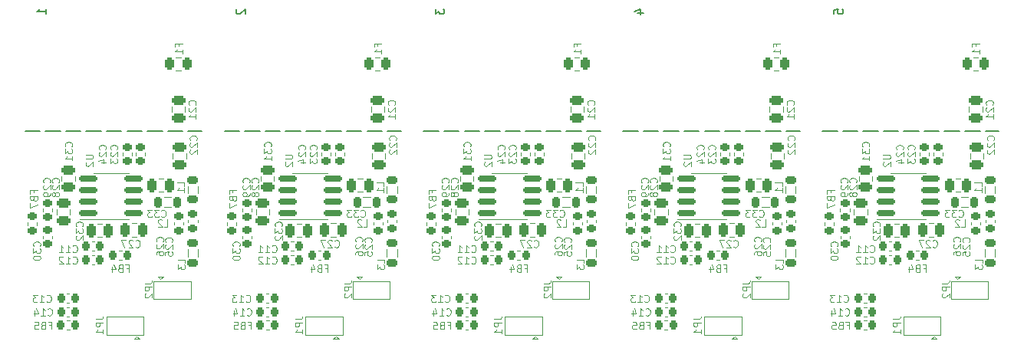
<source format=gbo>
%TF.GenerationSoftware,KiCad,Pcbnew,7.0.1*%
%TF.CreationDate,2023-10-09T02:03:59+02:00*%
%TF.ProjectId,current_probe,63757272-656e-4745-9f70-726f62652e6b,rev?*%
%TF.SameCoordinates,Original*%
%TF.FileFunction,Legend,Bot*%
%TF.FilePolarity,Positive*%
%FSLAX46Y46*%
G04 Gerber Fmt 4.6, Leading zero omitted, Abs format (unit mm)*
G04 Created by KiCad (PCBNEW 7.0.1) date 2023-10-09 02:03:59*
%MOMM*%
%LPD*%
G01*
G04 APERTURE LIST*
G04 Aperture macros list*
%AMRoundRect*
0 Rectangle with rounded corners*
0 $1 Rounding radius*
0 $2 $3 $4 $5 $6 $7 $8 $9 X,Y pos of 4 corners*
0 Add a 4 corners polygon primitive as box body*
4,1,4,$2,$3,$4,$5,$6,$7,$8,$9,$2,$3,0*
0 Add four circle primitives for the rounded corners*
1,1,$1+$1,$2,$3*
1,1,$1+$1,$4,$5*
1,1,$1+$1,$6,$7*
1,1,$1+$1,$8,$9*
0 Add four rect primitives between the rounded corners*
20,1,$1+$1,$2,$3,$4,$5,0*
20,1,$1+$1,$4,$5,$6,$7,0*
20,1,$1+$1,$6,$7,$8,$9,0*
20,1,$1+$1,$8,$9,$2,$3,0*%
G04 Aperture macros list end*
%ADD10C,0.150000*%
%ADD11C,0.200000*%
%ADD12C,0.120000*%
%ADD13R,1.700000X1.700000*%
%ADD14O,1.700000X1.700000*%
%ADD15R,2.250000X1.750000*%
%ADD16O,2.250000X1.750000*%
%ADD17R,1.500000X5.080000*%
%ADD18C,2.000000*%
%ADD19C,1.440000*%
%ADD20RoundRect,0.243750X-0.243750X-0.456250X0.243750X-0.456250X0.243750X0.456250X-0.243750X0.456250X0*%
%ADD21RoundRect,0.150000X-0.825000X-0.150000X0.825000X-0.150000X0.825000X0.150000X-0.825000X0.150000X0*%
%ADD22R,2.290000X3.000000*%
%ADD23RoundRect,0.225000X0.250000X-0.225000X0.250000X0.225000X-0.250000X0.225000X-0.250000X-0.225000X0*%
%ADD24RoundRect,0.250000X-0.250000X-0.475000X0.250000X-0.475000X0.250000X0.475000X-0.250000X0.475000X0*%
%ADD25RoundRect,0.225000X-0.225000X-0.250000X0.225000X-0.250000X0.225000X0.250000X-0.225000X0.250000X0*%
%ADD26RoundRect,0.218750X0.256250X-0.218750X0.256250X0.218750X-0.256250X0.218750X-0.256250X-0.218750X0*%
%ADD27RoundRect,0.250000X-0.475000X0.250000X-0.475000X-0.250000X0.475000X-0.250000X0.475000X0.250000X0*%
%ADD28RoundRect,0.250000X0.475000X-0.250000X0.475000X0.250000X-0.475000X0.250000X-0.475000X-0.250000X0*%
%ADD29RoundRect,0.218750X0.218750X0.256250X-0.218750X0.256250X-0.218750X-0.256250X0.218750X-0.256250X0*%
%ADD30RoundRect,0.218750X-0.218750X-0.256250X0.218750X-0.256250X0.218750X0.256250X-0.218750X0.256250X0*%
%ADD31RoundRect,0.218750X-0.381250X0.218750X-0.381250X-0.218750X0.381250X-0.218750X0.381250X0.218750X0*%
%ADD32R,1.000000X1.500000*%
%ADD33RoundRect,0.225000X-0.250000X0.225000X-0.250000X-0.225000X0.250000X-0.225000X0.250000X0.225000X0*%
%ADD34RoundRect,0.218750X0.381250X-0.218750X0.381250X0.218750X-0.381250X0.218750X-0.381250X-0.218750X0*%
%ADD35RoundRect,0.218750X0.218750X0.381250X-0.218750X0.381250X-0.218750X-0.381250X0.218750X-0.381250X0*%
%ADD36RoundRect,0.250000X0.250000X0.475000X-0.250000X0.475000X-0.250000X-0.475000X0.250000X-0.475000X0*%
G04 APERTURE END LIST*
D10*
X150249200Y-110250600D02*
X151899200Y-110250600D01*
X152499200Y-110250600D02*
X154149200Y-110250600D01*
X154749200Y-110250600D02*
X156399200Y-110250600D01*
X156999200Y-110250600D02*
X158649200Y-110250600D01*
X159249200Y-110250600D02*
X160899200Y-110250600D01*
X161499200Y-110250600D02*
X163149200Y-110250600D01*
X163749200Y-110250600D02*
X165399200Y-110250600D01*
X165999200Y-110250600D02*
X167649200Y-110250600D01*
X168249200Y-110250600D02*
X169749200Y-110250600D01*
X172249200Y-110250600D02*
X173899200Y-110250600D01*
X174499200Y-110250600D02*
X176149200Y-110250600D01*
X176749200Y-110250600D02*
X178399200Y-110250600D01*
X178999200Y-110250600D02*
X180649200Y-110250600D01*
X181249200Y-110250600D02*
X182899200Y-110250600D01*
X183499200Y-110250600D02*
X185149200Y-110250600D01*
X185749200Y-110250600D02*
X187399200Y-110250600D01*
X187999200Y-110250600D02*
X189649200Y-110250600D01*
X190249200Y-110250600D02*
X191749200Y-110250600D01*
X128249200Y-110250600D02*
X129899200Y-110250600D01*
X130499200Y-110250600D02*
X132149200Y-110250600D01*
X132749200Y-110250600D02*
X134399200Y-110250600D01*
X134999200Y-110250600D02*
X136649200Y-110250600D01*
X137249200Y-110250600D02*
X138899200Y-110250600D01*
X139499200Y-110250600D02*
X141149200Y-110250600D01*
X141749200Y-110250600D02*
X143399200Y-110250600D01*
X143999200Y-110250600D02*
X145649200Y-110250600D01*
X146249200Y-110250600D02*
X147749200Y-110250600D01*
X194249200Y-110250600D02*
X195899200Y-110250600D01*
X196499200Y-110250600D02*
X198149200Y-110250600D01*
X198749200Y-110250600D02*
X200399200Y-110250600D01*
X200999200Y-110250600D02*
X202649200Y-110250600D01*
X203249200Y-110250600D02*
X204899200Y-110250600D01*
X205499200Y-110250600D02*
X207149200Y-110250600D01*
X207749200Y-110250600D02*
X209399200Y-110250600D01*
X209999200Y-110250600D02*
X211649200Y-110250600D01*
X212249200Y-110250600D02*
X213749200Y-110250600D01*
X106249200Y-110250600D02*
X107899200Y-110250600D01*
X108499200Y-110250600D02*
X110149200Y-110250600D01*
X110749200Y-110250600D02*
X112399200Y-110250600D01*
X112999200Y-110250600D02*
X114649200Y-110250600D01*
X115249200Y-110250600D02*
X116899200Y-110250600D01*
X117499200Y-110250600D02*
X119149200Y-110250600D01*
X119749200Y-110250600D02*
X121399200Y-110250600D01*
X121999200Y-110250600D02*
X123649200Y-110250600D01*
X124249200Y-110250600D02*
X125749200Y-110250600D01*
D11*
X173877444Y-97266570D02*
X174544111Y-97266570D01*
X173496492Y-97052284D02*
X174210777Y-96837998D01*
X174210777Y-96837998D02*
X174210777Y-97395141D01*
X195544089Y-97309427D02*
X195544089Y-96880855D01*
X195544089Y-96880855D02*
X196020279Y-96837998D01*
X196020279Y-96837998D02*
X195972660Y-96880855D01*
X195972660Y-96880855D02*
X195925041Y-96966570D01*
X195925041Y-96966570D02*
X195925041Y-97180855D01*
X195925041Y-97180855D02*
X195972660Y-97266570D01*
X195972660Y-97266570D02*
X196020279Y-97309427D01*
X196020279Y-97309427D02*
X196115517Y-97352284D01*
X196115517Y-97352284D02*
X196353612Y-97352284D01*
X196353612Y-97352284D02*
X196448850Y-97309427D01*
X196448850Y-97309427D02*
X196496470Y-97266570D01*
X196496470Y-97266570D02*
X196544089Y-97180855D01*
X196544089Y-97180855D02*
X196544089Y-96966570D01*
X196544089Y-96966570D02*
X196496470Y-96880855D01*
X196496470Y-96880855D02*
X196448850Y-96837998D01*
X129639393Y-96837998D02*
X129591774Y-96880855D01*
X129591774Y-96880855D02*
X129544155Y-96966570D01*
X129544155Y-96966570D02*
X129544155Y-97180855D01*
X129544155Y-97180855D02*
X129591774Y-97266570D01*
X129591774Y-97266570D02*
X129639393Y-97309427D01*
X129639393Y-97309427D02*
X129734631Y-97352284D01*
X129734631Y-97352284D02*
X129829869Y-97352284D01*
X129829869Y-97352284D02*
X129972726Y-97309427D01*
X129972726Y-97309427D02*
X130544155Y-96795141D01*
X130544155Y-96795141D02*
X130544155Y-97352284D01*
X151544133Y-96795141D02*
X151544133Y-97352284D01*
X151544133Y-97352284D02*
X151925085Y-97052284D01*
X151925085Y-97052284D02*
X151925085Y-97180855D01*
X151925085Y-97180855D02*
X151972704Y-97266570D01*
X151972704Y-97266570D02*
X152020323Y-97309427D01*
X152020323Y-97309427D02*
X152115561Y-97352284D01*
X152115561Y-97352284D02*
X152353656Y-97352284D01*
X152353656Y-97352284D02*
X152448894Y-97309427D01*
X152448894Y-97309427D02*
X152496514Y-97266570D01*
X152496514Y-97266570D02*
X152544133Y-97180855D01*
X152544133Y-97180855D02*
X152544133Y-96923712D01*
X152544133Y-96923712D02*
X152496514Y-96837998D01*
X152496514Y-96837998D02*
X152448894Y-96795141D01*
X108544177Y-97352284D02*
X108544177Y-96837998D01*
X108544177Y-97095141D02*
X107544177Y-97095141D01*
X107544177Y-97095141D02*
X107687034Y-97009427D01*
X107687034Y-97009427D02*
X107782272Y-96923712D01*
X107782272Y-96923712D02*
X107829891Y-96837998D01*
D12*
%TO.C,F1*%
X167175247Y-100898933D02*
X167175247Y-100632267D01*
X167594295Y-100632267D02*
X166794295Y-100632267D01*
X166794295Y-100632267D02*
X166794295Y-101013219D01*
X167594295Y-101737028D02*
X167594295Y-101279885D01*
X167594295Y-101508457D02*
X166794295Y-101508457D01*
X166794295Y-101508457D02*
X166908580Y-101432266D01*
X166908580Y-101432266D02*
X166984771Y-101356076D01*
X166984771Y-101356076D02*
X167022866Y-101279885D01*
%TO.C,U2*%
X178944295Y-112916076D02*
X179591914Y-112916076D01*
X179591914Y-112916076D02*
X179668104Y-112954171D01*
X179668104Y-112954171D02*
X179706200Y-112992266D01*
X179706200Y-112992266D02*
X179744295Y-113068457D01*
X179744295Y-113068457D02*
X179744295Y-113220838D01*
X179744295Y-113220838D02*
X179706200Y-113297028D01*
X179706200Y-113297028D02*
X179668104Y-113335123D01*
X179668104Y-113335123D02*
X179591914Y-113373219D01*
X179591914Y-113373219D02*
X178944295Y-113373219D01*
X179020485Y-113716075D02*
X178982390Y-113754171D01*
X178982390Y-113754171D02*
X178944295Y-113830361D01*
X178944295Y-113830361D02*
X178944295Y-114020837D01*
X178944295Y-114020837D02*
X178982390Y-114097028D01*
X178982390Y-114097028D02*
X179020485Y-114135123D01*
X179020485Y-114135123D02*
X179096676Y-114173218D01*
X179096676Y-114173218D02*
X179172866Y-114173218D01*
X179172866Y-114173218D02*
X179287152Y-114135123D01*
X179287152Y-114135123D02*
X179744295Y-113677980D01*
X179744295Y-113677980D02*
X179744295Y-114173218D01*
%TO.C,C25*%
X166448400Y-122528240D02*
X166486496Y-122490144D01*
X166486496Y-122490144D02*
X166524591Y-122375859D01*
X166524591Y-122375859D02*
X166524591Y-122299668D01*
X166524591Y-122299668D02*
X166486496Y-122185382D01*
X166486496Y-122185382D02*
X166410305Y-122109192D01*
X166410305Y-122109192D02*
X166334115Y-122071097D01*
X166334115Y-122071097D02*
X166181734Y-122033001D01*
X166181734Y-122033001D02*
X166067448Y-122033001D01*
X166067448Y-122033001D02*
X165915067Y-122071097D01*
X165915067Y-122071097D02*
X165838876Y-122109192D01*
X165838876Y-122109192D02*
X165762686Y-122185382D01*
X165762686Y-122185382D02*
X165724591Y-122299668D01*
X165724591Y-122299668D02*
X165724591Y-122375859D01*
X165724591Y-122375859D02*
X165762686Y-122490144D01*
X165762686Y-122490144D02*
X165800781Y-122528240D01*
X165800781Y-122833001D02*
X165762686Y-122871097D01*
X165762686Y-122871097D02*
X165724591Y-122947287D01*
X165724591Y-122947287D02*
X165724591Y-123137763D01*
X165724591Y-123137763D02*
X165762686Y-123213954D01*
X165762686Y-123213954D02*
X165800781Y-123252049D01*
X165800781Y-123252049D02*
X165876972Y-123290144D01*
X165876972Y-123290144D02*
X165953162Y-123290144D01*
X165953162Y-123290144D02*
X166067448Y-123252049D01*
X166067448Y-123252049D02*
X166524591Y-122794906D01*
X166524591Y-122794906D02*
X166524591Y-123290144D01*
X165724591Y-124013954D02*
X165724591Y-123633002D01*
X165724591Y-123633002D02*
X166105543Y-123594906D01*
X166105543Y-123594906D02*
X166067448Y-123633002D01*
X166067448Y-123633002D02*
X166029353Y-123709192D01*
X166029353Y-123709192D02*
X166029353Y-123899668D01*
X166029353Y-123899668D02*
X166067448Y-123975859D01*
X166067448Y-123975859D02*
X166105543Y-124013954D01*
X166105543Y-124013954D02*
X166181734Y-124052049D01*
X166181734Y-124052049D02*
X166372210Y-124052049D01*
X166372210Y-124052049D02*
X166448400Y-124013954D01*
X166448400Y-124013954D02*
X166486496Y-123975859D01*
X166486496Y-123975859D02*
X166524591Y-123899668D01*
X166524591Y-123899668D02*
X166524591Y-123709192D01*
X166524591Y-123709192D02*
X166486496Y-123633002D01*
X166486496Y-123633002D02*
X166448400Y-123594906D01*
%TO.C,C27*%
X206438545Y-123049504D02*
X206476641Y-123087600D01*
X206476641Y-123087600D02*
X206590926Y-123125695D01*
X206590926Y-123125695D02*
X206667117Y-123125695D01*
X206667117Y-123125695D02*
X206781403Y-123087600D01*
X206781403Y-123087600D02*
X206857593Y-123011409D01*
X206857593Y-123011409D02*
X206895688Y-122935219D01*
X206895688Y-122935219D02*
X206933784Y-122782838D01*
X206933784Y-122782838D02*
X206933784Y-122668552D01*
X206933784Y-122668552D02*
X206895688Y-122516171D01*
X206895688Y-122516171D02*
X206857593Y-122439980D01*
X206857593Y-122439980D02*
X206781403Y-122363790D01*
X206781403Y-122363790D02*
X206667117Y-122325695D01*
X206667117Y-122325695D02*
X206590926Y-122325695D01*
X206590926Y-122325695D02*
X206476641Y-122363790D01*
X206476641Y-122363790D02*
X206438545Y-122401885D01*
X206133784Y-122401885D02*
X206095688Y-122363790D01*
X206095688Y-122363790D02*
X206019498Y-122325695D01*
X206019498Y-122325695D02*
X205829022Y-122325695D01*
X205829022Y-122325695D02*
X205752831Y-122363790D01*
X205752831Y-122363790D02*
X205714736Y-122401885D01*
X205714736Y-122401885D02*
X205676641Y-122478076D01*
X205676641Y-122478076D02*
X205676641Y-122554266D01*
X205676641Y-122554266D02*
X205714736Y-122668552D01*
X205714736Y-122668552D02*
X206171879Y-123125695D01*
X206171879Y-123125695D02*
X205676641Y-123125695D01*
X205409974Y-122325695D02*
X204876640Y-122325695D01*
X204876640Y-122325695D02*
X205219498Y-123125695D01*
%TO.C,C11*%
X177513485Y-123614504D02*
X177551581Y-123652600D01*
X177551581Y-123652600D02*
X177665866Y-123690695D01*
X177665866Y-123690695D02*
X177742057Y-123690695D01*
X177742057Y-123690695D02*
X177856343Y-123652600D01*
X177856343Y-123652600D02*
X177932533Y-123576409D01*
X177932533Y-123576409D02*
X177970628Y-123500219D01*
X177970628Y-123500219D02*
X178008724Y-123347838D01*
X178008724Y-123347838D02*
X178008724Y-123233552D01*
X178008724Y-123233552D02*
X177970628Y-123081171D01*
X177970628Y-123081171D02*
X177932533Y-123004980D01*
X177932533Y-123004980D02*
X177856343Y-122928790D01*
X177856343Y-122928790D02*
X177742057Y-122890695D01*
X177742057Y-122890695D02*
X177665866Y-122890695D01*
X177665866Y-122890695D02*
X177551581Y-122928790D01*
X177551581Y-122928790D02*
X177513485Y-122966885D01*
X176751581Y-123690695D02*
X177208724Y-123690695D01*
X176980152Y-123690695D02*
X176980152Y-122890695D01*
X176980152Y-122890695D02*
X177056343Y-123004980D01*
X177056343Y-123004980D02*
X177132533Y-123081171D01*
X177132533Y-123081171D02*
X177208724Y-123119266D01*
X175989676Y-123690695D02*
X176446819Y-123690695D01*
X176218247Y-123690695D02*
X176218247Y-122890695D01*
X176218247Y-122890695D02*
X176294438Y-123004980D01*
X176294438Y-123004980D02*
X176370628Y-123081171D01*
X176370628Y-123081171D02*
X176446819Y-123119266D01*
%TO.C,C13*%
X174623189Y-129094208D02*
X174661285Y-129132304D01*
X174661285Y-129132304D02*
X174775570Y-129170399D01*
X174775570Y-129170399D02*
X174851761Y-129170399D01*
X174851761Y-129170399D02*
X174966047Y-129132304D01*
X174966047Y-129132304D02*
X175042237Y-129056113D01*
X175042237Y-129056113D02*
X175080332Y-128979923D01*
X175080332Y-128979923D02*
X175118428Y-128827542D01*
X175118428Y-128827542D02*
X175118428Y-128713256D01*
X175118428Y-128713256D02*
X175080332Y-128560875D01*
X175080332Y-128560875D02*
X175042237Y-128484684D01*
X175042237Y-128484684D02*
X174966047Y-128408494D01*
X174966047Y-128408494D02*
X174851761Y-128370399D01*
X174851761Y-128370399D02*
X174775570Y-128370399D01*
X174775570Y-128370399D02*
X174661285Y-128408494D01*
X174661285Y-128408494D02*
X174623189Y-128446589D01*
X173861285Y-129170399D02*
X174318428Y-129170399D01*
X174089856Y-129170399D02*
X174089856Y-128370399D01*
X174089856Y-128370399D02*
X174166047Y-128484684D01*
X174166047Y-128484684D02*
X174242237Y-128560875D01*
X174242237Y-128560875D02*
X174318428Y-128598970D01*
X173594618Y-128370399D02*
X173099380Y-128370399D01*
X173099380Y-128370399D02*
X173366046Y-128675161D01*
X173366046Y-128675161D02*
X173251761Y-128675161D01*
X173251761Y-128675161D02*
X173175570Y-128713256D01*
X173175570Y-128713256D02*
X173137475Y-128751351D01*
X173137475Y-128751351D02*
X173099380Y-128827542D01*
X173099380Y-128827542D02*
X173099380Y-129018018D01*
X173099380Y-129018018D02*
X173137475Y-129094208D01*
X173137475Y-129094208D02*
X173175570Y-129132304D01*
X173175570Y-129132304D02*
X173251761Y-129170399D01*
X173251761Y-129170399D02*
X173480332Y-129170399D01*
X173480332Y-129170399D02*
X173556523Y-129132304D01*
X173556523Y-129132304D02*
X173594618Y-129094208D01*
%TO.C,FB7*%
X129171641Y-117092998D02*
X129171641Y-116826332D01*
X129590689Y-116826332D02*
X128790689Y-116826332D01*
X128790689Y-116826332D02*
X128790689Y-117207284D01*
X129171641Y-117778712D02*
X129209736Y-117892998D01*
X129209736Y-117892998D02*
X129247832Y-117931093D01*
X129247832Y-117931093D02*
X129324022Y-117969189D01*
X129324022Y-117969189D02*
X129438308Y-117969189D01*
X129438308Y-117969189D02*
X129514498Y-117931093D01*
X129514498Y-117931093D02*
X129552594Y-117892998D01*
X129552594Y-117892998D02*
X129590689Y-117816808D01*
X129590689Y-117816808D02*
X129590689Y-117512046D01*
X129590689Y-117512046D02*
X128790689Y-117512046D01*
X128790689Y-117512046D02*
X128790689Y-117778712D01*
X128790689Y-117778712D02*
X128828784Y-117854903D01*
X128828784Y-117854903D02*
X128866879Y-117892998D01*
X128866879Y-117892998D02*
X128943070Y-117931093D01*
X128943070Y-117931093D02*
X129019260Y-117931093D01*
X129019260Y-117931093D02*
X129095451Y-117892998D01*
X129095451Y-117892998D02*
X129133546Y-117854903D01*
X129133546Y-117854903D02*
X129171641Y-117778712D01*
X129171641Y-117778712D02*
X129171641Y-117512046D01*
X128790689Y-118235855D02*
X128790689Y-118769189D01*
X128790689Y-118769189D02*
X129590689Y-118426331D01*
%TO.C,C29*%
X174968104Y-115984766D02*
X175006200Y-115946670D01*
X175006200Y-115946670D02*
X175044295Y-115832385D01*
X175044295Y-115832385D02*
X175044295Y-115756194D01*
X175044295Y-115756194D02*
X175006200Y-115641908D01*
X175006200Y-115641908D02*
X174930009Y-115565718D01*
X174930009Y-115565718D02*
X174853819Y-115527623D01*
X174853819Y-115527623D02*
X174701438Y-115489527D01*
X174701438Y-115489527D02*
X174587152Y-115489527D01*
X174587152Y-115489527D02*
X174434771Y-115527623D01*
X174434771Y-115527623D02*
X174358580Y-115565718D01*
X174358580Y-115565718D02*
X174282390Y-115641908D01*
X174282390Y-115641908D02*
X174244295Y-115756194D01*
X174244295Y-115756194D02*
X174244295Y-115832385D01*
X174244295Y-115832385D02*
X174282390Y-115946670D01*
X174282390Y-115946670D02*
X174320485Y-115984766D01*
X174320485Y-116289527D02*
X174282390Y-116327623D01*
X174282390Y-116327623D02*
X174244295Y-116403813D01*
X174244295Y-116403813D02*
X174244295Y-116594289D01*
X174244295Y-116594289D02*
X174282390Y-116670480D01*
X174282390Y-116670480D02*
X174320485Y-116708575D01*
X174320485Y-116708575D02*
X174396676Y-116746670D01*
X174396676Y-116746670D02*
X174472866Y-116746670D01*
X174472866Y-116746670D02*
X174587152Y-116708575D01*
X174587152Y-116708575D02*
X175044295Y-116251432D01*
X175044295Y-116251432D02*
X175044295Y-116746670D01*
X175044295Y-117127623D02*
X175044295Y-117280004D01*
X175044295Y-117280004D02*
X175006200Y-117356194D01*
X175006200Y-117356194D02*
X174968104Y-117394290D01*
X174968104Y-117394290D02*
X174853819Y-117470480D01*
X174853819Y-117470480D02*
X174701438Y-117508575D01*
X174701438Y-117508575D02*
X174396676Y-117508575D01*
X174396676Y-117508575D02*
X174320485Y-117470480D01*
X174320485Y-117470480D02*
X174282390Y-117432385D01*
X174282390Y-117432385D02*
X174244295Y-117356194D01*
X174244295Y-117356194D02*
X174244295Y-117203813D01*
X174244295Y-117203813D02*
X174282390Y-117127623D01*
X174282390Y-117127623D02*
X174320485Y-117089528D01*
X174320485Y-117089528D02*
X174396676Y-117051432D01*
X174396676Y-117051432D02*
X174587152Y-117051432D01*
X174587152Y-117051432D02*
X174663342Y-117089528D01*
X174663342Y-117089528D02*
X174701438Y-117127623D01*
X174701438Y-117127623D02*
X174739533Y-117203813D01*
X174739533Y-117203813D02*
X174739533Y-117356194D01*
X174739533Y-117356194D02*
X174701438Y-117432385D01*
X174701438Y-117432385D02*
X174663342Y-117470480D01*
X174663342Y-117470480D02*
X174587152Y-117508575D01*
%TO.C,C31*%
X177368104Y-112007862D02*
X177406200Y-111969766D01*
X177406200Y-111969766D02*
X177444295Y-111855481D01*
X177444295Y-111855481D02*
X177444295Y-111779290D01*
X177444295Y-111779290D02*
X177406200Y-111665004D01*
X177406200Y-111665004D02*
X177330009Y-111588814D01*
X177330009Y-111588814D02*
X177253819Y-111550719D01*
X177253819Y-111550719D02*
X177101438Y-111512623D01*
X177101438Y-111512623D02*
X176987152Y-111512623D01*
X176987152Y-111512623D02*
X176834771Y-111550719D01*
X176834771Y-111550719D02*
X176758580Y-111588814D01*
X176758580Y-111588814D02*
X176682390Y-111665004D01*
X176682390Y-111665004D02*
X176644295Y-111779290D01*
X176644295Y-111779290D02*
X176644295Y-111855481D01*
X176644295Y-111855481D02*
X176682390Y-111969766D01*
X176682390Y-111969766D02*
X176720485Y-112007862D01*
X176644295Y-112274528D02*
X176644295Y-112769766D01*
X176644295Y-112769766D02*
X176949057Y-112503100D01*
X176949057Y-112503100D02*
X176949057Y-112617385D01*
X176949057Y-112617385D02*
X176987152Y-112693576D01*
X176987152Y-112693576D02*
X177025247Y-112731671D01*
X177025247Y-112731671D02*
X177101438Y-112769766D01*
X177101438Y-112769766D02*
X177291914Y-112769766D01*
X177291914Y-112769766D02*
X177368104Y-112731671D01*
X177368104Y-112731671D02*
X177406200Y-112693576D01*
X177406200Y-112693576D02*
X177444295Y-112617385D01*
X177444295Y-112617385D02*
X177444295Y-112388814D01*
X177444295Y-112388814D02*
X177406200Y-112312623D01*
X177406200Y-112312623D02*
X177368104Y-112274528D01*
X177444295Y-113531671D02*
X177444295Y-113074528D01*
X177444295Y-113303100D02*
X176644295Y-113303100D01*
X176644295Y-113303100D02*
X176758580Y-113226909D01*
X176758580Y-113226909D02*
X176834771Y-113150719D01*
X176834771Y-113150719D02*
X176872866Y-113074528D01*
%TO.C,C22*%
X213148104Y-111286196D02*
X213186200Y-111248100D01*
X213186200Y-111248100D02*
X213224295Y-111133815D01*
X213224295Y-111133815D02*
X213224295Y-111057624D01*
X213224295Y-111057624D02*
X213186200Y-110943338D01*
X213186200Y-110943338D02*
X213110009Y-110867148D01*
X213110009Y-110867148D02*
X213033819Y-110829053D01*
X213033819Y-110829053D02*
X212881438Y-110790957D01*
X212881438Y-110790957D02*
X212767152Y-110790957D01*
X212767152Y-110790957D02*
X212614771Y-110829053D01*
X212614771Y-110829053D02*
X212538580Y-110867148D01*
X212538580Y-110867148D02*
X212462390Y-110943338D01*
X212462390Y-110943338D02*
X212424295Y-111057624D01*
X212424295Y-111057624D02*
X212424295Y-111133815D01*
X212424295Y-111133815D02*
X212462390Y-111248100D01*
X212462390Y-111248100D02*
X212500485Y-111286196D01*
X212500485Y-111590957D02*
X212462390Y-111629053D01*
X212462390Y-111629053D02*
X212424295Y-111705243D01*
X212424295Y-111705243D02*
X212424295Y-111895719D01*
X212424295Y-111895719D02*
X212462390Y-111971910D01*
X212462390Y-111971910D02*
X212500485Y-112010005D01*
X212500485Y-112010005D02*
X212576676Y-112048100D01*
X212576676Y-112048100D02*
X212652866Y-112048100D01*
X212652866Y-112048100D02*
X212767152Y-112010005D01*
X212767152Y-112010005D02*
X213224295Y-111552862D01*
X213224295Y-111552862D02*
X213224295Y-112048100D01*
X212500485Y-112352862D02*
X212462390Y-112390958D01*
X212462390Y-112390958D02*
X212424295Y-112467148D01*
X212424295Y-112467148D02*
X212424295Y-112657624D01*
X212424295Y-112657624D02*
X212462390Y-112733815D01*
X212462390Y-112733815D02*
X212500485Y-112771910D01*
X212500485Y-112771910D02*
X212576676Y-112810005D01*
X212576676Y-112810005D02*
X212652866Y-112810005D01*
X212652866Y-112810005D02*
X212767152Y-112771910D01*
X212767152Y-112771910D02*
X213224295Y-112314767D01*
X213224295Y-112314767D02*
X213224295Y-112810005D01*
%TO.C,U2*%
X134944295Y-112916076D02*
X135591914Y-112916076D01*
X135591914Y-112916076D02*
X135668104Y-112954171D01*
X135668104Y-112954171D02*
X135706200Y-112992266D01*
X135706200Y-112992266D02*
X135744295Y-113068457D01*
X135744295Y-113068457D02*
X135744295Y-113220838D01*
X135744295Y-113220838D02*
X135706200Y-113297028D01*
X135706200Y-113297028D02*
X135668104Y-113335123D01*
X135668104Y-113335123D02*
X135591914Y-113373219D01*
X135591914Y-113373219D02*
X134944295Y-113373219D01*
X135020485Y-113716075D02*
X134982390Y-113754171D01*
X134982390Y-113754171D02*
X134944295Y-113830361D01*
X134944295Y-113830361D02*
X134944295Y-114020837D01*
X134944295Y-114020837D02*
X134982390Y-114097028D01*
X134982390Y-114097028D02*
X135020485Y-114135123D01*
X135020485Y-114135123D02*
X135096676Y-114173218D01*
X135096676Y-114173218D02*
X135172866Y-114173218D01*
X135172866Y-114173218D02*
X135287152Y-114135123D01*
X135287152Y-114135123D02*
X135744295Y-113677980D01*
X135744295Y-113677980D02*
X135744295Y-114173218D01*
%TO.C,C26*%
X187438104Y-122484766D02*
X187476200Y-122446670D01*
X187476200Y-122446670D02*
X187514295Y-122332385D01*
X187514295Y-122332385D02*
X187514295Y-122256194D01*
X187514295Y-122256194D02*
X187476200Y-122141908D01*
X187476200Y-122141908D02*
X187400009Y-122065718D01*
X187400009Y-122065718D02*
X187323819Y-122027623D01*
X187323819Y-122027623D02*
X187171438Y-121989527D01*
X187171438Y-121989527D02*
X187057152Y-121989527D01*
X187057152Y-121989527D02*
X186904771Y-122027623D01*
X186904771Y-122027623D02*
X186828580Y-122065718D01*
X186828580Y-122065718D02*
X186752390Y-122141908D01*
X186752390Y-122141908D02*
X186714295Y-122256194D01*
X186714295Y-122256194D02*
X186714295Y-122332385D01*
X186714295Y-122332385D02*
X186752390Y-122446670D01*
X186752390Y-122446670D02*
X186790485Y-122484766D01*
X186790485Y-122789527D02*
X186752390Y-122827623D01*
X186752390Y-122827623D02*
X186714295Y-122903813D01*
X186714295Y-122903813D02*
X186714295Y-123094289D01*
X186714295Y-123094289D02*
X186752390Y-123170480D01*
X186752390Y-123170480D02*
X186790485Y-123208575D01*
X186790485Y-123208575D02*
X186866676Y-123246670D01*
X186866676Y-123246670D02*
X186942866Y-123246670D01*
X186942866Y-123246670D02*
X187057152Y-123208575D01*
X187057152Y-123208575D02*
X187514295Y-122751432D01*
X187514295Y-122751432D02*
X187514295Y-123246670D01*
X186714295Y-123932385D02*
X186714295Y-123780004D01*
X186714295Y-123780004D02*
X186752390Y-123703813D01*
X186752390Y-123703813D02*
X186790485Y-123665718D01*
X186790485Y-123665718D02*
X186904771Y-123589528D01*
X186904771Y-123589528D02*
X187057152Y-123551432D01*
X187057152Y-123551432D02*
X187361914Y-123551432D01*
X187361914Y-123551432D02*
X187438104Y-123589528D01*
X187438104Y-123589528D02*
X187476200Y-123627623D01*
X187476200Y-123627623D02*
X187514295Y-123703813D01*
X187514295Y-123703813D02*
X187514295Y-123856194D01*
X187514295Y-123856194D02*
X187476200Y-123932385D01*
X187476200Y-123932385D02*
X187438104Y-123970480D01*
X187438104Y-123970480D02*
X187361914Y-124008575D01*
X187361914Y-124008575D02*
X187171438Y-124008575D01*
X187171438Y-124008575D02*
X187095247Y-123970480D01*
X187095247Y-123970480D02*
X187057152Y-123932385D01*
X187057152Y-123932385D02*
X187019057Y-123856194D01*
X187019057Y-123856194D02*
X187019057Y-123703813D01*
X187019057Y-123703813D02*
X187057152Y-123627623D01*
X187057152Y-123627623D02*
X187095247Y-123589528D01*
X187095247Y-123589528D02*
X187171438Y-123551432D01*
%TO.C,C31*%
X111368104Y-112007862D02*
X111406200Y-111969766D01*
X111406200Y-111969766D02*
X111444295Y-111855481D01*
X111444295Y-111855481D02*
X111444295Y-111779290D01*
X111444295Y-111779290D02*
X111406200Y-111665004D01*
X111406200Y-111665004D02*
X111330009Y-111588814D01*
X111330009Y-111588814D02*
X111253819Y-111550719D01*
X111253819Y-111550719D02*
X111101438Y-111512623D01*
X111101438Y-111512623D02*
X110987152Y-111512623D01*
X110987152Y-111512623D02*
X110834771Y-111550719D01*
X110834771Y-111550719D02*
X110758580Y-111588814D01*
X110758580Y-111588814D02*
X110682390Y-111665004D01*
X110682390Y-111665004D02*
X110644295Y-111779290D01*
X110644295Y-111779290D02*
X110644295Y-111855481D01*
X110644295Y-111855481D02*
X110682390Y-111969766D01*
X110682390Y-111969766D02*
X110720485Y-112007862D01*
X110644295Y-112274528D02*
X110644295Y-112769766D01*
X110644295Y-112769766D02*
X110949057Y-112503100D01*
X110949057Y-112503100D02*
X110949057Y-112617385D01*
X110949057Y-112617385D02*
X110987152Y-112693576D01*
X110987152Y-112693576D02*
X111025247Y-112731671D01*
X111025247Y-112731671D02*
X111101438Y-112769766D01*
X111101438Y-112769766D02*
X111291914Y-112769766D01*
X111291914Y-112769766D02*
X111368104Y-112731671D01*
X111368104Y-112731671D02*
X111406200Y-112693576D01*
X111406200Y-112693576D02*
X111444295Y-112617385D01*
X111444295Y-112617385D02*
X111444295Y-112388814D01*
X111444295Y-112388814D02*
X111406200Y-112312623D01*
X111406200Y-112312623D02*
X111368104Y-112274528D01*
X111444295Y-113531671D02*
X111444295Y-113074528D01*
X111444295Y-113303100D02*
X110644295Y-113303100D01*
X110644295Y-113303100D02*
X110758580Y-113226909D01*
X110758580Y-113226909D02*
X110834771Y-113150719D01*
X110834771Y-113150719D02*
X110872866Y-113074528D01*
%TO.C,FB7*%
X107171641Y-117092998D02*
X107171641Y-116826332D01*
X107590689Y-116826332D02*
X106790689Y-116826332D01*
X106790689Y-116826332D02*
X106790689Y-117207284D01*
X107171641Y-117778712D02*
X107209736Y-117892998D01*
X107209736Y-117892998D02*
X107247832Y-117931093D01*
X107247832Y-117931093D02*
X107324022Y-117969189D01*
X107324022Y-117969189D02*
X107438308Y-117969189D01*
X107438308Y-117969189D02*
X107514498Y-117931093D01*
X107514498Y-117931093D02*
X107552594Y-117892998D01*
X107552594Y-117892998D02*
X107590689Y-117816808D01*
X107590689Y-117816808D02*
X107590689Y-117512046D01*
X107590689Y-117512046D02*
X106790689Y-117512046D01*
X106790689Y-117512046D02*
X106790689Y-117778712D01*
X106790689Y-117778712D02*
X106828784Y-117854903D01*
X106828784Y-117854903D02*
X106866879Y-117892998D01*
X106866879Y-117892998D02*
X106943070Y-117931093D01*
X106943070Y-117931093D02*
X107019260Y-117931093D01*
X107019260Y-117931093D02*
X107095451Y-117892998D01*
X107095451Y-117892998D02*
X107133546Y-117854903D01*
X107133546Y-117854903D02*
X107171641Y-117778712D01*
X107171641Y-117778712D02*
X107171641Y-117512046D01*
X106790689Y-118235855D02*
X106790689Y-118769189D01*
X106790689Y-118769189D02*
X107590689Y-118426331D01*
%TO.C,C11*%
X133513485Y-123614504D02*
X133551581Y-123652600D01*
X133551581Y-123652600D02*
X133665866Y-123690695D01*
X133665866Y-123690695D02*
X133742057Y-123690695D01*
X133742057Y-123690695D02*
X133856343Y-123652600D01*
X133856343Y-123652600D02*
X133932533Y-123576409D01*
X133932533Y-123576409D02*
X133970628Y-123500219D01*
X133970628Y-123500219D02*
X134008724Y-123347838D01*
X134008724Y-123347838D02*
X134008724Y-123233552D01*
X134008724Y-123233552D02*
X133970628Y-123081171D01*
X133970628Y-123081171D02*
X133932533Y-123004980D01*
X133932533Y-123004980D02*
X133856343Y-122928790D01*
X133856343Y-122928790D02*
X133742057Y-122890695D01*
X133742057Y-122890695D02*
X133665866Y-122890695D01*
X133665866Y-122890695D02*
X133551581Y-122928790D01*
X133551581Y-122928790D02*
X133513485Y-122966885D01*
X132751581Y-123690695D02*
X133208724Y-123690695D01*
X132980152Y-123690695D02*
X132980152Y-122890695D01*
X132980152Y-122890695D02*
X133056343Y-123004980D01*
X133056343Y-123004980D02*
X133132533Y-123081171D01*
X133132533Y-123081171D02*
X133208724Y-123119266D01*
X131989676Y-123690695D02*
X132446819Y-123690695D01*
X132218247Y-123690695D02*
X132218247Y-122890695D01*
X132218247Y-122890695D02*
X132294438Y-123004980D01*
X132294438Y-123004980D02*
X132370628Y-123081171D01*
X132370628Y-123081171D02*
X132446819Y-123119266D01*
%TO.C,C28*%
X109948104Y-115964766D02*
X109986200Y-115926670D01*
X109986200Y-115926670D02*
X110024295Y-115812385D01*
X110024295Y-115812385D02*
X110024295Y-115736194D01*
X110024295Y-115736194D02*
X109986200Y-115621908D01*
X109986200Y-115621908D02*
X109910009Y-115545718D01*
X109910009Y-115545718D02*
X109833819Y-115507623D01*
X109833819Y-115507623D02*
X109681438Y-115469527D01*
X109681438Y-115469527D02*
X109567152Y-115469527D01*
X109567152Y-115469527D02*
X109414771Y-115507623D01*
X109414771Y-115507623D02*
X109338580Y-115545718D01*
X109338580Y-115545718D02*
X109262390Y-115621908D01*
X109262390Y-115621908D02*
X109224295Y-115736194D01*
X109224295Y-115736194D02*
X109224295Y-115812385D01*
X109224295Y-115812385D02*
X109262390Y-115926670D01*
X109262390Y-115926670D02*
X109300485Y-115964766D01*
X109300485Y-116269527D02*
X109262390Y-116307623D01*
X109262390Y-116307623D02*
X109224295Y-116383813D01*
X109224295Y-116383813D02*
X109224295Y-116574289D01*
X109224295Y-116574289D02*
X109262390Y-116650480D01*
X109262390Y-116650480D02*
X109300485Y-116688575D01*
X109300485Y-116688575D02*
X109376676Y-116726670D01*
X109376676Y-116726670D02*
X109452866Y-116726670D01*
X109452866Y-116726670D02*
X109567152Y-116688575D01*
X109567152Y-116688575D02*
X110024295Y-116231432D01*
X110024295Y-116231432D02*
X110024295Y-116726670D01*
X109567152Y-117183813D02*
X109529057Y-117107623D01*
X109529057Y-117107623D02*
X109490961Y-117069528D01*
X109490961Y-117069528D02*
X109414771Y-117031432D01*
X109414771Y-117031432D02*
X109376676Y-117031432D01*
X109376676Y-117031432D02*
X109300485Y-117069528D01*
X109300485Y-117069528D02*
X109262390Y-117107623D01*
X109262390Y-117107623D02*
X109224295Y-117183813D01*
X109224295Y-117183813D02*
X109224295Y-117336194D01*
X109224295Y-117336194D02*
X109262390Y-117412385D01*
X109262390Y-117412385D02*
X109300485Y-117450480D01*
X109300485Y-117450480D02*
X109376676Y-117488575D01*
X109376676Y-117488575D02*
X109414771Y-117488575D01*
X109414771Y-117488575D02*
X109490961Y-117450480D01*
X109490961Y-117450480D02*
X109529057Y-117412385D01*
X109529057Y-117412385D02*
X109567152Y-117336194D01*
X109567152Y-117336194D02*
X109567152Y-117183813D01*
X109567152Y-117183813D02*
X109605247Y-117107623D01*
X109605247Y-117107623D02*
X109643342Y-117069528D01*
X109643342Y-117069528D02*
X109719533Y-117031432D01*
X109719533Y-117031432D02*
X109871914Y-117031432D01*
X109871914Y-117031432D02*
X109948104Y-117069528D01*
X109948104Y-117069528D02*
X109986200Y-117107623D01*
X109986200Y-117107623D02*
X110024295Y-117183813D01*
X110024295Y-117183813D02*
X110024295Y-117336194D01*
X110024295Y-117336194D02*
X109986200Y-117412385D01*
X109986200Y-117412385D02*
X109948104Y-117450480D01*
X109948104Y-117450480D02*
X109871914Y-117488575D01*
X109871914Y-117488575D02*
X109719533Y-117488575D01*
X109719533Y-117488575D02*
X109643342Y-117450480D01*
X109643342Y-117450480D02*
X109605247Y-117412385D01*
X109605247Y-117412385D02*
X109567152Y-117336194D01*
%TO.C,FB5*%
X130915570Y-131751351D02*
X131182236Y-131751351D01*
X131182236Y-132170399D02*
X131182236Y-131370399D01*
X131182236Y-131370399D02*
X130801284Y-131370399D01*
X130229856Y-131751351D02*
X130115570Y-131789446D01*
X130115570Y-131789446D02*
X130077475Y-131827542D01*
X130077475Y-131827542D02*
X130039379Y-131903732D01*
X130039379Y-131903732D02*
X130039379Y-132018018D01*
X130039379Y-132018018D02*
X130077475Y-132094208D01*
X130077475Y-132094208D02*
X130115570Y-132132304D01*
X130115570Y-132132304D02*
X130191760Y-132170399D01*
X130191760Y-132170399D02*
X130496522Y-132170399D01*
X130496522Y-132170399D02*
X130496522Y-131370399D01*
X130496522Y-131370399D02*
X130229856Y-131370399D01*
X130229856Y-131370399D02*
X130153665Y-131408494D01*
X130153665Y-131408494D02*
X130115570Y-131446589D01*
X130115570Y-131446589D02*
X130077475Y-131522780D01*
X130077475Y-131522780D02*
X130077475Y-131598970D01*
X130077475Y-131598970D02*
X130115570Y-131675161D01*
X130115570Y-131675161D02*
X130153665Y-131713256D01*
X130153665Y-131713256D02*
X130229856Y-131751351D01*
X130229856Y-131751351D02*
X130496522Y-131751351D01*
X129315570Y-131370399D02*
X129696522Y-131370399D01*
X129696522Y-131370399D02*
X129734618Y-131751351D01*
X129734618Y-131751351D02*
X129696522Y-131713256D01*
X129696522Y-131713256D02*
X129620332Y-131675161D01*
X129620332Y-131675161D02*
X129429856Y-131675161D01*
X129429856Y-131675161D02*
X129353665Y-131713256D01*
X129353665Y-131713256D02*
X129315570Y-131751351D01*
X129315570Y-131751351D02*
X129277475Y-131827542D01*
X129277475Y-131827542D02*
X129277475Y-132018018D01*
X129277475Y-132018018D02*
X129315570Y-132094208D01*
X129315570Y-132094208D02*
X129353665Y-132132304D01*
X129353665Y-132132304D02*
X129429856Y-132170399D01*
X129429856Y-132170399D02*
X129620332Y-132170399D01*
X129620332Y-132170399D02*
X129696522Y-132132304D01*
X129696522Y-132132304D02*
X129734618Y-132094208D01*
%TO.C,C22*%
X169148104Y-111286196D02*
X169186200Y-111248100D01*
X169186200Y-111248100D02*
X169224295Y-111133815D01*
X169224295Y-111133815D02*
X169224295Y-111057624D01*
X169224295Y-111057624D02*
X169186200Y-110943338D01*
X169186200Y-110943338D02*
X169110009Y-110867148D01*
X169110009Y-110867148D02*
X169033819Y-110829053D01*
X169033819Y-110829053D02*
X168881438Y-110790957D01*
X168881438Y-110790957D02*
X168767152Y-110790957D01*
X168767152Y-110790957D02*
X168614771Y-110829053D01*
X168614771Y-110829053D02*
X168538580Y-110867148D01*
X168538580Y-110867148D02*
X168462390Y-110943338D01*
X168462390Y-110943338D02*
X168424295Y-111057624D01*
X168424295Y-111057624D02*
X168424295Y-111133815D01*
X168424295Y-111133815D02*
X168462390Y-111248100D01*
X168462390Y-111248100D02*
X168500485Y-111286196D01*
X168500485Y-111590957D02*
X168462390Y-111629053D01*
X168462390Y-111629053D02*
X168424295Y-111705243D01*
X168424295Y-111705243D02*
X168424295Y-111895719D01*
X168424295Y-111895719D02*
X168462390Y-111971910D01*
X168462390Y-111971910D02*
X168500485Y-112010005D01*
X168500485Y-112010005D02*
X168576676Y-112048100D01*
X168576676Y-112048100D02*
X168652866Y-112048100D01*
X168652866Y-112048100D02*
X168767152Y-112010005D01*
X168767152Y-112010005D02*
X169224295Y-111552862D01*
X169224295Y-111552862D02*
X169224295Y-112048100D01*
X168500485Y-112352862D02*
X168462390Y-112390958D01*
X168462390Y-112390958D02*
X168424295Y-112467148D01*
X168424295Y-112467148D02*
X168424295Y-112657624D01*
X168424295Y-112657624D02*
X168462390Y-112733815D01*
X168462390Y-112733815D02*
X168500485Y-112771910D01*
X168500485Y-112771910D02*
X168576676Y-112810005D01*
X168576676Y-112810005D02*
X168652866Y-112810005D01*
X168652866Y-112810005D02*
X168767152Y-112771910D01*
X168767152Y-112771910D02*
X169224295Y-112314767D01*
X169224295Y-112314767D02*
X169224295Y-112810005D01*
%TO.C,FB4*%
X161410570Y-125416647D02*
X161677236Y-125416647D01*
X161677236Y-125835695D02*
X161677236Y-125035695D01*
X161677236Y-125035695D02*
X161296284Y-125035695D01*
X160724856Y-125416647D02*
X160610570Y-125454742D01*
X160610570Y-125454742D02*
X160572475Y-125492838D01*
X160572475Y-125492838D02*
X160534379Y-125569028D01*
X160534379Y-125569028D02*
X160534379Y-125683314D01*
X160534379Y-125683314D02*
X160572475Y-125759504D01*
X160572475Y-125759504D02*
X160610570Y-125797600D01*
X160610570Y-125797600D02*
X160686760Y-125835695D01*
X160686760Y-125835695D02*
X160991522Y-125835695D01*
X160991522Y-125835695D02*
X160991522Y-125035695D01*
X160991522Y-125035695D02*
X160724856Y-125035695D01*
X160724856Y-125035695D02*
X160648665Y-125073790D01*
X160648665Y-125073790D02*
X160610570Y-125111885D01*
X160610570Y-125111885D02*
X160572475Y-125188076D01*
X160572475Y-125188076D02*
X160572475Y-125264266D01*
X160572475Y-125264266D02*
X160610570Y-125340457D01*
X160610570Y-125340457D02*
X160648665Y-125378552D01*
X160648665Y-125378552D02*
X160724856Y-125416647D01*
X160724856Y-125416647D02*
X160991522Y-125416647D01*
X159848665Y-125302361D02*
X159848665Y-125835695D01*
X160039141Y-124997600D02*
X160229618Y-125569028D01*
X160229618Y-125569028D02*
X159734379Y-125569028D01*
%TO.C,C14*%
X108742893Y-130594504D02*
X108780989Y-130632600D01*
X108780989Y-130632600D02*
X108895274Y-130670695D01*
X108895274Y-130670695D02*
X108971465Y-130670695D01*
X108971465Y-130670695D02*
X109085751Y-130632600D01*
X109085751Y-130632600D02*
X109161941Y-130556409D01*
X109161941Y-130556409D02*
X109200036Y-130480219D01*
X109200036Y-130480219D02*
X109238132Y-130327838D01*
X109238132Y-130327838D02*
X109238132Y-130213552D01*
X109238132Y-130213552D02*
X109200036Y-130061171D01*
X109200036Y-130061171D02*
X109161941Y-129984980D01*
X109161941Y-129984980D02*
X109085751Y-129908790D01*
X109085751Y-129908790D02*
X108971465Y-129870695D01*
X108971465Y-129870695D02*
X108895274Y-129870695D01*
X108895274Y-129870695D02*
X108780989Y-129908790D01*
X108780989Y-129908790D02*
X108742893Y-129946885D01*
X107980989Y-130670695D02*
X108438132Y-130670695D01*
X108209560Y-130670695D02*
X108209560Y-129870695D01*
X108209560Y-129870695D02*
X108285751Y-129984980D01*
X108285751Y-129984980D02*
X108361941Y-130061171D01*
X108361941Y-130061171D02*
X108438132Y-130099266D01*
X107295274Y-130137361D02*
X107295274Y-130670695D01*
X107485750Y-129832600D02*
X107676227Y-130404028D01*
X107676227Y-130404028D02*
X107180988Y-130404028D01*
%TO.C,C29*%
X108968104Y-115984766D02*
X109006200Y-115946670D01*
X109006200Y-115946670D02*
X109044295Y-115832385D01*
X109044295Y-115832385D02*
X109044295Y-115756194D01*
X109044295Y-115756194D02*
X109006200Y-115641908D01*
X109006200Y-115641908D02*
X108930009Y-115565718D01*
X108930009Y-115565718D02*
X108853819Y-115527623D01*
X108853819Y-115527623D02*
X108701438Y-115489527D01*
X108701438Y-115489527D02*
X108587152Y-115489527D01*
X108587152Y-115489527D02*
X108434771Y-115527623D01*
X108434771Y-115527623D02*
X108358580Y-115565718D01*
X108358580Y-115565718D02*
X108282390Y-115641908D01*
X108282390Y-115641908D02*
X108244295Y-115756194D01*
X108244295Y-115756194D02*
X108244295Y-115832385D01*
X108244295Y-115832385D02*
X108282390Y-115946670D01*
X108282390Y-115946670D02*
X108320485Y-115984766D01*
X108320485Y-116289527D02*
X108282390Y-116327623D01*
X108282390Y-116327623D02*
X108244295Y-116403813D01*
X108244295Y-116403813D02*
X108244295Y-116594289D01*
X108244295Y-116594289D02*
X108282390Y-116670480D01*
X108282390Y-116670480D02*
X108320485Y-116708575D01*
X108320485Y-116708575D02*
X108396676Y-116746670D01*
X108396676Y-116746670D02*
X108472866Y-116746670D01*
X108472866Y-116746670D02*
X108587152Y-116708575D01*
X108587152Y-116708575D02*
X109044295Y-116251432D01*
X109044295Y-116251432D02*
X109044295Y-116746670D01*
X109044295Y-117127623D02*
X109044295Y-117280004D01*
X109044295Y-117280004D02*
X109006200Y-117356194D01*
X109006200Y-117356194D02*
X108968104Y-117394290D01*
X108968104Y-117394290D02*
X108853819Y-117470480D01*
X108853819Y-117470480D02*
X108701438Y-117508575D01*
X108701438Y-117508575D02*
X108396676Y-117508575D01*
X108396676Y-117508575D02*
X108320485Y-117470480D01*
X108320485Y-117470480D02*
X108282390Y-117432385D01*
X108282390Y-117432385D02*
X108244295Y-117356194D01*
X108244295Y-117356194D02*
X108244295Y-117203813D01*
X108244295Y-117203813D02*
X108282390Y-117127623D01*
X108282390Y-117127623D02*
X108320485Y-117089528D01*
X108320485Y-117089528D02*
X108396676Y-117051432D01*
X108396676Y-117051432D02*
X108587152Y-117051432D01*
X108587152Y-117051432D02*
X108663342Y-117089528D01*
X108663342Y-117089528D02*
X108701438Y-117127623D01*
X108701438Y-117127623D02*
X108739533Y-117203813D01*
X108739533Y-117203813D02*
X108739533Y-117356194D01*
X108739533Y-117356194D02*
X108701438Y-117432385D01*
X108701438Y-117432385D02*
X108663342Y-117470480D01*
X108663342Y-117470480D02*
X108587152Y-117508575D01*
%TO.C,C25*%
X144448400Y-122528240D02*
X144486496Y-122490144D01*
X144486496Y-122490144D02*
X144524591Y-122375859D01*
X144524591Y-122375859D02*
X144524591Y-122299668D01*
X144524591Y-122299668D02*
X144486496Y-122185382D01*
X144486496Y-122185382D02*
X144410305Y-122109192D01*
X144410305Y-122109192D02*
X144334115Y-122071097D01*
X144334115Y-122071097D02*
X144181734Y-122033001D01*
X144181734Y-122033001D02*
X144067448Y-122033001D01*
X144067448Y-122033001D02*
X143915067Y-122071097D01*
X143915067Y-122071097D02*
X143838876Y-122109192D01*
X143838876Y-122109192D02*
X143762686Y-122185382D01*
X143762686Y-122185382D02*
X143724591Y-122299668D01*
X143724591Y-122299668D02*
X143724591Y-122375859D01*
X143724591Y-122375859D02*
X143762686Y-122490144D01*
X143762686Y-122490144D02*
X143800781Y-122528240D01*
X143800781Y-122833001D02*
X143762686Y-122871097D01*
X143762686Y-122871097D02*
X143724591Y-122947287D01*
X143724591Y-122947287D02*
X143724591Y-123137763D01*
X143724591Y-123137763D02*
X143762686Y-123213954D01*
X143762686Y-123213954D02*
X143800781Y-123252049D01*
X143800781Y-123252049D02*
X143876972Y-123290144D01*
X143876972Y-123290144D02*
X143953162Y-123290144D01*
X143953162Y-123290144D02*
X144067448Y-123252049D01*
X144067448Y-123252049D02*
X144524591Y-122794906D01*
X144524591Y-122794906D02*
X144524591Y-123290144D01*
X143724591Y-124013954D02*
X143724591Y-123633002D01*
X143724591Y-123633002D02*
X144105543Y-123594906D01*
X144105543Y-123594906D02*
X144067448Y-123633002D01*
X144067448Y-123633002D02*
X144029353Y-123709192D01*
X144029353Y-123709192D02*
X144029353Y-123899668D01*
X144029353Y-123899668D02*
X144067448Y-123975859D01*
X144067448Y-123975859D02*
X144105543Y-124013954D01*
X144105543Y-124013954D02*
X144181734Y-124052049D01*
X144181734Y-124052049D02*
X144372210Y-124052049D01*
X144372210Y-124052049D02*
X144448400Y-124013954D01*
X144448400Y-124013954D02*
X144486496Y-123975859D01*
X144486496Y-123975859D02*
X144524591Y-123899668D01*
X144524591Y-123899668D02*
X144524591Y-123709192D01*
X144524591Y-123709192D02*
X144486496Y-123633002D01*
X144486496Y-123633002D02*
X144448400Y-123594906D01*
%TO.C,L1*%
X211819295Y-116367266D02*
X211819295Y-115986314D01*
X211819295Y-115986314D02*
X211019295Y-115986314D01*
X211819295Y-117052980D02*
X211819295Y-116595837D01*
X211819295Y-116824409D02*
X211019295Y-116824409D01*
X211019295Y-116824409D02*
X211133580Y-116748218D01*
X211133580Y-116748218D02*
X211209771Y-116672028D01*
X211209771Y-116672028D02*
X211247866Y-116595837D01*
%TO.C,C21*%
X147038104Y-107371314D02*
X147076200Y-107333218D01*
X147076200Y-107333218D02*
X147114295Y-107218933D01*
X147114295Y-107218933D02*
X147114295Y-107142742D01*
X147114295Y-107142742D02*
X147076200Y-107028456D01*
X147076200Y-107028456D02*
X147000009Y-106952266D01*
X147000009Y-106952266D02*
X146923819Y-106914171D01*
X146923819Y-106914171D02*
X146771438Y-106876075D01*
X146771438Y-106876075D02*
X146657152Y-106876075D01*
X146657152Y-106876075D02*
X146504771Y-106914171D01*
X146504771Y-106914171D02*
X146428580Y-106952266D01*
X146428580Y-106952266D02*
X146352390Y-107028456D01*
X146352390Y-107028456D02*
X146314295Y-107142742D01*
X146314295Y-107142742D02*
X146314295Y-107218933D01*
X146314295Y-107218933D02*
X146352390Y-107333218D01*
X146352390Y-107333218D02*
X146390485Y-107371314D01*
X146390485Y-107676075D02*
X146352390Y-107714171D01*
X146352390Y-107714171D02*
X146314295Y-107790361D01*
X146314295Y-107790361D02*
X146314295Y-107980837D01*
X146314295Y-107980837D02*
X146352390Y-108057028D01*
X146352390Y-108057028D02*
X146390485Y-108095123D01*
X146390485Y-108095123D02*
X146466676Y-108133218D01*
X146466676Y-108133218D02*
X146542866Y-108133218D01*
X146542866Y-108133218D02*
X146657152Y-108095123D01*
X146657152Y-108095123D02*
X147114295Y-107637980D01*
X147114295Y-107637980D02*
X147114295Y-108133218D01*
X147114295Y-108895123D02*
X147114295Y-108437980D01*
X147114295Y-108666552D02*
X146314295Y-108666552D01*
X146314295Y-108666552D02*
X146428580Y-108590361D01*
X146428580Y-108590361D02*
X146504771Y-108514171D01*
X146504771Y-108514171D02*
X146542866Y-108437980D01*
%TO.C,JP1*%
X202044295Y-131068933D02*
X202615723Y-131068933D01*
X202615723Y-131068933D02*
X202730009Y-131030838D01*
X202730009Y-131030838D02*
X202806200Y-130954647D01*
X202806200Y-130954647D02*
X202844295Y-130840362D01*
X202844295Y-130840362D02*
X202844295Y-130764171D01*
X202844295Y-131449886D02*
X202044295Y-131449886D01*
X202044295Y-131449886D02*
X202044295Y-131754648D01*
X202044295Y-131754648D02*
X202082390Y-131830838D01*
X202082390Y-131830838D02*
X202120485Y-131868933D01*
X202120485Y-131868933D02*
X202196676Y-131907029D01*
X202196676Y-131907029D02*
X202310961Y-131907029D01*
X202310961Y-131907029D02*
X202387152Y-131868933D01*
X202387152Y-131868933D02*
X202425247Y-131830838D01*
X202425247Y-131830838D02*
X202463342Y-131754648D01*
X202463342Y-131754648D02*
X202463342Y-131449886D01*
X202844295Y-132668933D02*
X202844295Y-132211790D01*
X202844295Y-132440362D02*
X202044295Y-132440362D01*
X202044295Y-132440362D02*
X202158580Y-132364171D01*
X202158580Y-132364171D02*
X202234771Y-132287981D01*
X202234771Y-132287981D02*
X202272866Y-132211790D01*
%TO.C,C24*%
X115118104Y-112316196D02*
X115156200Y-112278100D01*
X115156200Y-112278100D02*
X115194295Y-112163815D01*
X115194295Y-112163815D02*
X115194295Y-112087624D01*
X115194295Y-112087624D02*
X115156200Y-111973338D01*
X115156200Y-111973338D02*
X115080009Y-111897148D01*
X115080009Y-111897148D02*
X115003819Y-111859053D01*
X115003819Y-111859053D02*
X114851438Y-111820957D01*
X114851438Y-111820957D02*
X114737152Y-111820957D01*
X114737152Y-111820957D02*
X114584771Y-111859053D01*
X114584771Y-111859053D02*
X114508580Y-111897148D01*
X114508580Y-111897148D02*
X114432390Y-111973338D01*
X114432390Y-111973338D02*
X114394295Y-112087624D01*
X114394295Y-112087624D02*
X114394295Y-112163815D01*
X114394295Y-112163815D02*
X114432390Y-112278100D01*
X114432390Y-112278100D02*
X114470485Y-112316196D01*
X114470485Y-112620957D02*
X114432390Y-112659053D01*
X114432390Y-112659053D02*
X114394295Y-112735243D01*
X114394295Y-112735243D02*
X114394295Y-112925719D01*
X114394295Y-112925719D02*
X114432390Y-113001910D01*
X114432390Y-113001910D02*
X114470485Y-113040005D01*
X114470485Y-113040005D02*
X114546676Y-113078100D01*
X114546676Y-113078100D02*
X114622866Y-113078100D01*
X114622866Y-113078100D02*
X114737152Y-113040005D01*
X114737152Y-113040005D02*
X115194295Y-112582862D01*
X115194295Y-112582862D02*
X115194295Y-113078100D01*
X114660961Y-113763815D02*
X115194295Y-113763815D01*
X114356200Y-113573339D02*
X114927628Y-113382862D01*
X114927628Y-113382862D02*
X114927628Y-113878101D01*
%TO.C,L3*%
X145919295Y-124867266D02*
X145919295Y-124486314D01*
X145919295Y-124486314D02*
X145119295Y-124486314D01*
X145119295Y-125057742D02*
X145119295Y-125552980D01*
X145119295Y-125552980D02*
X145424057Y-125286314D01*
X145424057Y-125286314D02*
X145424057Y-125400599D01*
X145424057Y-125400599D02*
X145462152Y-125476790D01*
X145462152Y-125476790D02*
X145500247Y-125514885D01*
X145500247Y-125514885D02*
X145576438Y-125552980D01*
X145576438Y-125552980D02*
X145766914Y-125552980D01*
X145766914Y-125552980D02*
X145843104Y-125514885D01*
X145843104Y-125514885D02*
X145881200Y-125476790D01*
X145881200Y-125476790D02*
X145919295Y-125400599D01*
X145919295Y-125400599D02*
X145919295Y-125172028D01*
X145919295Y-125172028D02*
X145881200Y-125095837D01*
X145881200Y-125095837D02*
X145843104Y-125057742D01*
%TO.C,L2*%
X187593785Y-120845399D02*
X187974737Y-120845399D01*
X187974737Y-120845399D02*
X187974737Y-120045399D01*
X187365214Y-120121589D02*
X187327118Y-120083494D01*
X187327118Y-120083494D02*
X187250928Y-120045399D01*
X187250928Y-120045399D02*
X187060452Y-120045399D01*
X187060452Y-120045399D02*
X186984261Y-120083494D01*
X186984261Y-120083494D02*
X186946166Y-120121589D01*
X186946166Y-120121589D02*
X186908071Y-120197780D01*
X186908071Y-120197780D02*
X186908071Y-120273970D01*
X186908071Y-120273970D02*
X186946166Y-120388256D01*
X186946166Y-120388256D02*
X187403309Y-120845399D01*
X187403309Y-120845399D02*
X186908071Y-120845399D01*
%TO.C,C21*%
X125038104Y-107371314D02*
X125076200Y-107333218D01*
X125076200Y-107333218D02*
X125114295Y-107218933D01*
X125114295Y-107218933D02*
X125114295Y-107142742D01*
X125114295Y-107142742D02*
X125076200Y-107028456D01*
X125076200Y-107028456D02*
X125000009Y-106952266D01*
X125000009Y-106952266D02*
X124923819Y-106914171D01*
X124923819Y-106914171D02*
X124771438Y-106876075D01*
X124771438Y-106876075D02*
X124657152Y-106876075D01*
X124657152Y-106876075D02*
X124504771Y-106914171D01*
X124504771Y-106914171D02*
X124428580Y-106952266D01*
X124428580Y-106952266D02*
X124352390Y-107028456D01*
X124352390Y-107028456D02*
X124314295Y-107142742D01*
X124314295Y-107142742D02*
X124314295Y-107218933D01*
X124314295Y-107218933D02*
X124352390Y-107333218D01*
X124352390Y-107333218D02*
X124390485Y-107371314D01*
X124390485Y-107676075D02*
X124352390Y-107714171D01*
X124352390Y-107714171D02*
X124314295Y-107790361D01*
X124314295Y-107790361D02*
X124314295Y-107980837D01*
X124314295Y-107980837D02*
X124352390Y-108057028D01*
X124352390Y-108057028D02*
X124390485Y-108095123D01*
X124390485Y-108095123D02*
X124466676Y-108133218D01*
X124466676Y-108133218D02*
X124542866Y-108133218D01*
X124542866Y-108133218D02*
X124657152Y-108095123D01*
X124657152Y-108095123D02*
X125114295Y-107637980D01*
X125114295Y-107637980D02*
X125114295Y-108133218D01*
X125114295Y-108895123D02*
X125114295Y-108437980D01*
X125114295Y-108666552D02*
X124314295Y-108666552D01*
X124314295Y-108666552D02*
X124428580Y-108590361D01*
X124428580Y-108590361D02*
X124504771Y-108514171D01*
X124504771Y-108514171D02*
X124542866Y-108437980D01*
%TO.C,C12*%
X155513485Y-124864504D02*
X155551581Y-124902600D01*
X155551581Y-124902600D02*
X155665866Y-124940695D01*
X155665866Y-124940695D02*
X155742057Y-124940695D01*
X155742057Y-124940695D02*
X155856343Y-124902600D01*
X155856343Y-124902600D02*
X155932533Y-124826409D01*
X155932533Y-124826409D02*
X155970628Y-124750219D01*
X155970628Y-124750219D02*
X156008724Y-124597838D01*
X156008724Y-124597838D02*
X156008724Y-124483552D01*
X156008724Y-124483552D02*
X155970628Y-124331171D01*
X155970628Y-124331171D02*
X155932533Y-124254980D01*
X155932533Y-124254980D02*
X155856343Y-124178790D01*
X155856343Y-124178790D02*
X155742057Y-124140695D01*
X155742057Y-124140695D02*
X155665866Y-124140695D01*
X155665866Y-124140695D02*
X155551581Y-124178790D01*
X155551581Y-124178790D02*
X155513485Y-124216885D01*
X154751581Y-124940695D02*
X155208724Y-124940695D01*
X154980152Y-124940695D02*
X154980152Y-124140695D01*
X154980152Y-124140695D02*
X155056343Y-124254980D01*
X155056343Y-124254980D02*
X155132533Y-124331171D01*
X155132533Y-124331171D02*
X155208724Y-124369266D01*
X154446819Y-124216885D02*
X154408723Y-124178790D01*
X154408723Y-124178790D02*
X154332533Y-124140695D01*
X154332533Y-124140695D02*
X154142057Y-124140695D01*
X154142057Y-124140695D02*
X154065866Y-124178790D01*
X154065866Y-124178790D02*
X154027771Y-124216885D01*
X154027771Y-124216885D02*
X153989676Y-124293076D01*
X153989676Y-124293076D02*
X153989676Y-124369266D01*
X153989676Y-124369266D02*
X154027771Y-124483552D01*
X154027771Y-124483552D02*
X154484914Y-124940695D01*
X154484914Y-124940695D02*
X153989676Y-124940695D01*
%TO.C,L2*%
X165593785Y-120845399D02*
X165974737Y-120845399D01*
X165974737Y-120845399D02*
X165974737Y-120045399D01*
X165365214Y-120121589D02*
X165327118Y-120083494D01*
X165327118Y-120083494D02*
X165250928Y-120045399D01*
X165250928Y-120045399D02*
X165060452Y-120045399D01*
X165060452Y-120045399D02*
X164984261Y-120083494D01*
X164984261Y-120083494D02*
X164946166Y-120121589D01*
X164946166Y-120121589D02*
X164908071Y-120197780D01*
X164908071Y-120197780D02*
X164908071Y-120273970D01*
X164908071Y-120273970D02*
X164946166Y-120388256D01*
X164946166Y-120388256D02*
X165403309Y-120845399D01*
X165403309Y-120845399D02*
X164908071Y-120845399D01*
%TO.C,FB7*%
X151171641Y-117092998D02*
X151171641Y-116826332D01*
X151590689Y-116826332D02*
X150790689Y-116826332D01*
X150790689Y-116826332D02*
X150790689Y-117207284D01*
X151171641Y-117778712D02*
X151209736Y-117892998D01*
X151209736Y-117892998D02*
X151247832Y-117931093D01*
X151247832Y-117931093D02*
X151324022Y-117969189D01*
X151324022Y-117969189D02*
X151438308Y-117969189D01*
X151438308Y-117969189D02*
X151514498Y-117931093D01*
X151514498Y-117931093D02*
X151552594Y-117892998D01*
X151552594Y-117892998D02*
X151590689Y-117816808D01*
X151590689Y-117816808D02*
X151590689Y-117512046D01*
X151590689Y-117512046D02*
X150790689Y-117512046D01*
X150790689Y-117512046D02*
X150790689Y-117778712D01*
X150790689Y-117778712D02*
X150828784Y-117854903D01*
X150828784Y-117854903D02*
X150866879Y-117892998D01*
X150866879Y-117892998D02*
X150943070Y-117931093D01*
X150943070Y-117931093D02*
X151019260Y-117931093D01*
X151019260Y-117931093D02*
X151095451Y-117892998D01*
X151095451Y-117892998D02*
X151133546Y-117854903D01*
X151133546Y-117854903D02*
X151171641Y-117778712D01*
X151171641Y-117778712D02*
X151171641Y-117512046D01*
X150790689Y-118235855D02*
X150790689Y-118769189D01*
X150790689Y-118769189D02*
X151590689Y-118426331D01*
%TO.C,C13*%
X130623189Y-129094208D02*
X130661285Y-129132304D01*
X130661285Y-129132304D02*
X130775570Y-129170399D01*
X130775570Y-129170399D02*
X130851761Y-129170399D01*
X130851761Y-129170399D02*
X130966047Y-129132304D01*
X130966047Y-129132304D02*
X131042237Y-129056113D01*
X131042237Y-129056113D02*
X131080332Y-128979923D01*
X131080332Y-128979923D02*
X131118428Y-128827542D01*
X131118428Y-128827542D02*
X131118428Y-128713256D01*
X131118428Y-128713256D02*
X131080332Y-128560875D01*
X131080332Y-128560875D02*
X131042237Y-128484684D01*
X131042237Y-128484684D02*
X130966047Y-128408494D01*
X130966047Y-128408494D02*
X130851761Y-128370399D01*
X130851761Y-128370399D02*
X130775570Y-128370399D01*
X130775570Y-128370399D02*
X130661285Y-128408494D01*
X130661285Y-128408494D02*
X130623189Y-128446589D01*
X129861285Y-129170399D02*
X130318428Y-129170399D01*
X130089856Y-129170399D02*
X130089856Y-128370399D01*
X130089856Y-128370399D02*
X130166047Y-128484684D01*
X130166047Y-128484684D02*
X130242237Y-128560875D01*
X130242237Y-128560875D02*
X130318428Y-128598970D01*
X129594618Y-128370399D02*
X129099380Y-128370399D01*
X129099380Y-128370399D02*
X129366046Y-128675161D01*
X129366046Y-128675161D02*
X129251761Y-128675161D01*
X129251761Y-128675161D02*
X129175570Y-128713256D01*
X129175570Y-128713256D02*
X129137475Y-128751351D01*
X129137475Y-128751351D02*
X129099380Y-128827542D01*
X129099380Y-128827542D02*
X129099380Y-129018018D01*
X129099380Y-129018018D02*
X129137475Y-129094208D01*
X129137475Y-129094208D02*
X129175570Y-129132304D01*
X129175570Y-129132304D02*
X129251761Y-129170399D01*
X129251761Y-129170399D02*
X129480332Y-129170399D01*
X129480332Y-129170399D02*
X129556523Y-129132304D01*
X129556523Y-129132304D02*
X129594618Y-129094208D01*
%TO.C,FB5*%
X108915570Y-131751351D02*
X109182236Y-131751351D01*
X109182236Y-132170399D02*
X109182236Y-131370399D01*
X109182236Y-131370399D02*
X108801284Y-131370399D01*
X108229856Y-131751351D02*
X108115570Y-131789446D01*
X108115570Y-131789446D02*
X108077475Y-131827542D01*
X108077475Y-131827542D02*
X108039379Y-131903732D01*
X108039379Y-131903732D02*
X108039379Y-132018018D01*
X108039379Y-132018018D02*
X108077475Y-132094208D01*
X108077475Y-132094208D02*
X108115570Y-132132304D01*
X108115570Y-132132304D02*
X108191760Y-132170399D01*
X108191760Y-132170399D02*
X108496522Y-132170399D01*
X108496522Y-132170399D02*
X108496522Y-131370399D01*
X108496522Y-131370399D02*
X108229856Y-131370399D01*
X108229856Y-131370399D02*
X108153665Y-131408494D01*
X108153665Y-131408494D02*
X108115570Y-131446589D01*
X108115570Y-131446589D02*
X108077475Y-131522780D01*
X108077475Y-131522780D02*
X108077475Y-131598970D01*
X108077475Y-131598970D02*
X108115570Y-131675161D01*
X108115570Y-131675161D02*
X108153665Y-131713256D01*
X108153665Y-131713256D02*
X108229856Y-131751351D01*
X108229856Y-131751351D02*
X108496522Y-131751351D01*
X107315570Y-131370399D02*
X107696522Y-131370399D01*
X107696522Y-131370399D02*
X107734618Y-131751351D01*
X107734618Y-131751351D02*
X107696522Y-131713256D01*
X107696522Y-131713256D02*
X107620332Y-131675161D01*
X107620332Y-131675161D02*
X107429856Y-131675161D01*
X107429856Y-131675161D02*
X107353665Y-131713256D01*
X107353665Y-131713256D02*
X107315570Y-131751351D01*
X107315570Y-131751351D02*
X107277475Y-131827542D01*
X107277475Y-131827542D02*
X107277475Y-132018018D01*
X107277475Y-132018018D02*
X107315570Y-132094208D01*
X107315570Y-132094208D02*
X107353665Y-132132304D01*
X107353665Y-132132304D02*
X107429856Y-132170399D01*
X107429856Y-132170399D02*
X107620332Y-132170399D01*
X107620332Y-132170399D02*
X107696522Y-132132304D01*
X107696522Y-132132304D02*
X107734618Y-132094208D01*
%TO.C,C13*%
X108623189Y-129094208D02*
X108661285Y-129132304D01*
X108661285Y-129132304D02*
X108775570Y-129170399D01*
X108775570Y-129170399D02*
X108851761Y-129170399D01*
X108851761Y-129170399D02*
X108966047Y-129132304D01*
X108966047Y-129132304D02*
X109042237Y-129056113D01*
X109042237Y-129056113D02*
X109080332Y-128979923D01*
X109080332Y-128979923D02*
X109118428Y-128827542D01*
X109118428Y-128827542D02*
X109118428Y-128713256D01*
X109118428Y-128713256D02*
X109080332Y-128560875D01*
X109080332Y-128560875D02*
X109042237Y-128484684D01*
X109042237Y-128484684D02*
X108966047Y-128408494D01*
X108966047Y-128408494D02*
X108851761Y-128370399D01*
X108851761Y-128370399D02*
X108775570Y-128370399D01*
X108775570Y-128370399D02*
X108661285Y-128408494D01*
X108661285Y-128408494D02*
X108623189Y-128446589D01*
X107861285Y-129170399D02*
X108318428Y-129170399D01*
X108089856Y-129170399D02*
X108089856Y-128370399D01*
X108089856Y-128370399D02*
X108166047Y-128484684D01*
X108166047Y-128484684D02*
X108242237Y-128560875D01*
X108242237Y-128560875D02*
X108318428Y-128598970D01*
X107594618Y-128370399D02*
X107099380Y-128370399D01*
X107099380Y-128370399D02*
X107366046Y-128675161D01*
X107366046Y-128675161D02*
X107251761Y-128675161D01*
X107251761Y-128675161D02*
X107175570Y-128713256D01*
X107175570Y-128713256D02*
X107137475Y-128751351D01*
X107137475Y-128751351D02*
X107099380Y-128827542D01*
X107099380Y-128827542D02*
X107099380Y-129018018D01*
X107099380Y-129018018D02*
X107137475Y-129094208D01*
X107137475Y-129094208D02*
X107175570Y-129132304D01*
X107175570Y-129132304D02*
X107251761Y-129170399D01*
X107251761Y-129170399D02*
X107480332Y-129170399D01*
X107480332Y-129170399D02*
X107556523Y-129132304D01*
X107556523Y-129132304D02*
X107594618Y-129094208D01*
%TO.C,JP2*%
X207479295Y-127098933D02*
X208050723Y-127098933D01*
X208050723Y-127098933D02*
X208165009Y-127060838D01*
X208165009Y-127060838D02*
X208241200Y-126984647D01*
X208241200Y-126984647D02*
X208279295Y-126870362D01*
X208279295Y-126870362D02*
X208279295Y-126794171D01*
X208279295Y-127479886D02*
X207479295Y-127479886D01*
X207479295Y-127479886D02*
X207479295Y-127784648D01*
X207479295Y-127784648D02*
X207517390Y-127860838D01*
X207517390Y-127860838D02*
X207555485Y-127898933D01*
X207555485Y-127898933D02*
X207631676Y-127937029D01*
X207631676Y-127937029D02*
X207745961Y-127937029D01*
X207745961Y-127937029D02*
X207822152Y-127898933D01*
X207822152Y-127898933D02*
X207860247Y-127860838D01*
X207860247Y-127860838D02*
X207898342Y-127784648D01*
X207898342Y-127784648D02*
X207898342Y-127479886D01*
X207555485Y-128241790D02*
X207517390Y-128279886D01*
X207517390Y-128279886D02*
X207479295Y-128356076D01*
X207479295Y-128356076D02*
X207479295Y-128546552D01*
X207479295Y-128546552D02*
X207517390Y-128622743D01*
X207517390Y-128622743D02*
X207555485Y-128660838D01*
X207555485Y-128660838D02*
X207631676Y-128698933D01*
X207631676Y-128698933D02*
X207707866Y-128698933D01*
X207707866Y-128698933D02*
X207822152Y-128660838D01*
X207822152Y-128660838D02*
X208279295Y-128203695D01*
X208279295Y-128203695D02*
X208279295Y-128698933D01*
%TO.C,FB4*%
X117410570Y-125416647D02*
X117677236Y-125416647D01*
X117677236Y-125835695D02*
X117677236Y-125035695D01*
X117677236Y-125035695D02*
X117296284Y-125035695D01*
X116724856Y-125416647D02*
X116610570Y-125454742D01*
X116610570Y-125454742D02*
X116572475Y-125492838D01*
X116572475Y-125492838D02*
X116534379Y-125569028D01*
X116534379Y-125569028D02*
X116534379Y-125683314D01*
X116534379Y-125683314D02*
X116572475Y-125759504D01*
X116572475Y-125759504D02*
X116610570Y-125797600D01*
X116610570Y-125797600D02*
X116686760Y-125835695D01*
X116686760Y-125835695D02*
X116991522Y-125835695D01*
X116991522Y-125835695D02*
X116991522Y-125035695D01*
X116991522Y-125035695D02*
X116724856Y-125035695D01*
X116724856Y-125035695D02*
X116648665Y-125073790D01*
X116648665Y-125073790D02*
X116610570Y-125111885D01*
X116610570Y-125111885D02*
X116572475Y-125188076D01*
X116572475Y-125188076D02*
X116572475Y-125264266D01*
X116572475Y-125264266D02*
X116610570Y-125340457D01*
X116610570Y-125340457D02*
X116648665Y-125378552D01*
X116648665Y-125378552D02*
X116724856Y-125416647D01*
X116724856Y-125416647D02*
X116991522Y-125416647D01*
X115848665Y-125302361D02*
X115848665Y-125835695D01*
X116039141Y-124997600D02*
X116229618Y-125569028D01*
X116229618Y-125569028D02*
X115734379Y-125569028D01*
%TO.C,F1*%
X211175247Y-100898933D02*
X211175247Y-100632267D01*
X211594295Y-100632267D02*
X210794295Y-100632267D01*
X210794295Y-100632267D02*
X210794295Y-101013219D01*
X211594295Y-101737028D02*
X211594295Y-101279885D01*
X211594295Y-101508457D02*
X210794295Y-101508457D01*
X210794295Y-101508457D02*
X210908580Y-101432266D01*
X210908580Y-101432266D02*
X210984771Y-101356076D01*
X210984771Y-101356076D02*
X211022866Y-101279885D01*
%TO.C,C28*%
X197948104Y-115964766D02*
X197986200Y-115926670D01*
X197986200Y-115926670D02*
X198024295Y-115812385D01*
X198024295Y-115812385D02*
X198024295Y-115736194D01*
X198024295Y-115736194D02*
X197986200Y-115621908D01*
X197986200Y-115621908D02*
X197910009Y-115545718D01*
X197910009Y-115545718D02*
X197833819Y-115507623D01*
X197833819Y-115507623D02*
X197681438Y-115469527D01*
X197681438Y-115469527D02*
X197567152Y-115469527D01*
X197567152Y-115469527D02*
X197414771Y-115507623D01*
X197414771Y-115507623D02*
X197338580Y-115545718D01*
X197338580Y-115545718D02*
X197262390Y-115621908D01*
X197262390Y-115621908D02*
X197224295Y-115736194D01*
X197224295Y-115736194D02*
X197224295Y-115812385D01*
X197224295Y-115812385D02*
X197262390Y-115926670D01*
X197262390Y-115926670D02*
X197300485Y-115964766D01*
X197300485Y-116269527D02*
X197262390Y-116307623D01*
X197262390Y-116307623D02*
X197224295Y-116383813D01*
X197224295Y-116383813D02*
X197224295Y-116574289D01*
X197224295Y-116574289D02*
X197262390Y-116650480D01*
X197262390Y-116650480D02*
X197300485Y-116688575D01*
X197300485Y-116688575D02*
X197376676Y-116726670D01*
X197376676Y-116726670D02*
X197452866Y-116726670D01*
X197452866Y-116726670D02*
X197567152Y-116688575D01*
X197567152Y-116688575D02*
X198024295Y-116231432D01*
X198024295Y-116231432D02*
X198024295Y-116726670D01*
X197567152Y-117183813D02*
X197529057Y-117107623D01*
X197529057Y-117107623D02*
X197490961Y-117069528D01*
X197490961Y-117069528D02*
X197414771Y-117031432D01*
X197414771Y-117031432D02*
X197376676Y-117031432D01*
X197376676Y-117031432D02*
X197300485Y-117069528D01*
X197300485Y-117069528D02*
X197262390Y-117107623D01*
X197262390Y-117107623D02*
X197224295Y-117183813D01*
X197224295Y-117183813D02*
X197224295Y-117336194D01*
X197224295Y-117336194D02*
X197262390Y-117412385D01*
X197262390Y-117412385D02*
X197300485Y-117450480D01*
X197300485Y-117450480D02*
X197376676Y-117488575D01*
X197376676Y-117488575D02*
X197414771Y-117488575D01*
X197414771Y-117488575D02*
X197490961Y-117450480D01*
X197490961Y-117450480D02*
X197529057Y-117412385D01*
X197529057Y-117412385D02*
X197567152Y-117336194D01*
X197567152Y-117336194D02*
X197567152Y-117183813D01*
X197567152Y-117183813D02*
X197605247Y-117107623D01*
X197605247Y-117107623D02*
X197643342Y-117069528D01*
X197643342Y-117069528D02*
X197719533Y-117031432D01*
X197719533Y-117031432D02*
X197871914Y-117031432D01*
X197871914Y-117031432D02*
X197948104Y-117069528D01*
X197948104Y-117069528D02*
X197986200Y-117107623D01*
X197986200Y-117107623D02*
X198024295Y-117183813D01*
X198024295Y-117183813D02*
X198024295Y-117336194D01*
X198024295Y-117336194D02*
X197986200Y-117412385D01*
X197986200Y-117412385D02*
X197948104Y-117450480D01*
X197948104Y-117450480D02*
X197871914Y-117488575D01*
X197871914Y-117488575D02*
X197719533Y-117488575D01*
X197719533Y-117488575D02*
X197643342Y-117450480D01*
X197643342Y-117450480D02*
X197605247Y-117412385D01*
X197605247Y-117412385D02*
X197567152Y-117336194D01*
%TO.C,C31*%
X199368104Y-112007862D02*
X199406200Y-111969766D01*
X199406200Y-111969766D02*
X199444295Y-111855481D01*
X199444295Y-111855481D02*
X199444295Y-111779290D01*
X199444295Y-111779290D02*
X199406200Y-111665004D01*
X199406200Y-111665004D02*
X199330009Y-111588814D01*
X199330009Y-111588814D02*
X199253819Y-111550719D01*
X199253819Y-111550719D02*
X199101438Y-111512623D01*
X199101438Y-111512623D02*
X198987152Y-111512623D01*
X198987152Y-111512623D02*
X198834771Y-111550719D01*
X198834771Y-111550719D02*
X198758580Y-111588814D01*
X198758580Y-111588814D02*
X198682390Y-111665004D01*
X198682390Y-111665004D02*
X198644295Y-111779290D01*
X198644295Y-111779290D02*
X198644295Y-111855481D01*
X198644295Y-111855481D02*
X198682390Y-111969766D01*
X198682390Y-111969766D02*
X198720485Y-112007862D01*
X198644295Y-112274528D02*
X198644295Y-112769766D01*
X198644295Y-112769766D02*
X198949057Y-112503100D01*
X198949057Y-112503100D02*
X198949057Y-112617385D01*
X198949057Y-112617385D02*
X198987152Y-112693576D01*
X198987152Y-112693576D02*
X199025247Y-112731671D01*
X199025247Y-112731671D02*
X199101438Y-112769766D01*
X199101438Y-112769766D02*
X199291914Y-112769766D01*
X199291914Y-112769766D02*
X199368104Y-112731671D01*
X199368104Y-112731671D02*
X199406200Y-112693576D01*
X199406200Y-112693576D02*
X199444295Y-112617385D01*
X199444295Y-112617385D02*
X199444295Y-112388814D01*
X199444295Y-112388814D02*
X199406200Y-112312623D01*
X199406200Y-112312623D02*
X199368104Y-112274528D01*
X199444295Y-113531671D02*
X199444295Y-113074528D01*
X199444295Y-113303100D02*
X198644295Y-113303100D01*
X198644295Y-113303100D02*
X198758580Y-113226909D01*
X198758580Y-113226909D02*
X198834771Y-113150719D01*
X198834771Y-113150719D02*
X198872866Y-113074528D01*
%TO.C,C33*%
X143291641Y-119719800D02*
X143329737Y-119757896D01*
X143329737Y-119757896D02*
X143444022Y-119795991D01*
X143444022Y-119795991D02*
X143520213Y-119795991D01*
X143520213Y-119795991D02*
X143634499Y-119757896D01*
X143634499Y-119757896D02*
X143710689Y-119681705D01*
X143710689Y-119681705D02*
X143748784Y-119605515D01*
X143748784Y-119605515D02*
X143786880Y-119453134D01*
X143786880Y-119453134D02*
X143786880Y-119338848D01*
X143786880Y-119338848D02*
X143748784Y-119186467D01*
X143748784Y-119186467D02*
X143710689Y-119110276D01*
X143710689Y-119110276D02*
X143634499Y-119034086D01*
X143634499Y-119034086D02*
X143520213Y-118995991D01*
X143520213Y-118995991D02*
X143444022Y-118995991D01*
X143444022Y-118995991D02*
X143329737Y-119034086D01*
X143329737Y-119034086D02*
X143291641Y-119072181D01*
X143024975Y-118995991D02*
X142529737Y-118995991D01*
X142529737Y-118995991D02*
X142796403Y-119300753D01*
X142796403Y-119300753D02*
X142682118Y-119300753D01*
X142682118Y-119300753D02*
X142605927Y-119338848D01*
X142605927Y-119338848D02*
X142567832Y-119376943D01*
X142567832Y-119376943D02*
X142529737Y-119453134D01*
X142529737Y-119453134D02*
X142529737Y-119643610D01*
X142529737Y-119643610D02*
X142567832Y-119719800D01*
X142567832Y-119719800D02*
X142605927Y-119757896D01*
X142605927Y-119757896D02*
X142682118Y-119795991D01*
X142682118Y-119795991D02*
X142910689Y-119795991D01*
X142910689Y-119795991D02*
X142986880Y-119757896D01*
X142986880Y-119757896D02*
X143024975Y-119719800D01*
X142263070Y-118995991D02*
X141767832Y-118995991D01*
X141767832Y-118995991D02*
X142034498Y-119300753D01*
X142034498Y-119300753D02*
X141920213Y-119300753D01*
X141920213Y-119300753D02*
X141844022Y-119338848D01*
X141844022Y-119338848D02*
X141805927Y-119376943D01*
X141805927Y-119376943D02*
X141767832Y-119453134D01*
X141767832Y-119453134D02*
X141767832Y-119643610D01*
X141767832Y-119643610D02*
X141805927Y-119719800D01*
X141805927Y-119719800D02*
X141844022Y-119757896D01*
X141844022Y-119757896D02*
X141920213Y-119795991D01*
X141920213Y-119795991D02*
X142148784Y-119795991D01*
X142148784Y-119795991D02*
X142224975Y-119757896D01*
X142224975Y-119757896D02*
X142263070Y-119719800D01*
%TO.C,C23*%
X182378104Y-112316196D02*
X182416200Y-112278100D01*
X182416200Y-112278100D02*
X182454295Y-112163815D01*
X182454295Y-112163815D02*
X182454295Y-112087624D01*
X182454295Y-112087624D02*
X182416200Y-111973338D01*
X182416200Y-111973338D02*
X182340009Y-111897148D01*
X182340009Y-111897148D02*
X182263819Y-111859053D01*
X182263819Y-111859053D02*
X182111438Y-111820957D01*
X182111438Y-111820957D02*
X181997152Y-111820957D01*
X181997152Y-111820957D02*
X181844771Y-111859053D01*
X181844771Y-111859053D02*
X181768580Y-111897148D01*
X181768580Y-111897148D02*
X181692390Y-111973338D01*
X181692390Y-111973338D02*
X181654295Y-112087624D01*
X181654295Y-112087624D02*
X181654295Y-112163815D01*
X181654295Y-112163815D02*
X181692390Y-112278100D01*
X181692390Y-112278100D02*
X181730485Y-112316196D01*
X181730485Y-112620957D02*
X181692390Y-112659053D01*
X181692390Y-112659053D02*
X181654295Y-112735243D01*
X181654295Y-112735243D02*
X181654295Y-112925719D01*
X181654295Y-112925719D02*
X181692390Y-113001910D01*
X181692390Y-113001910D02*
X181730485Y-113040005D01*
X181730485Y-113040005D02*
X181806676Y-113078100D01*
X181806676Y-113078100D02*
X181882866Y-113078100D01*
X181882866Y-113078100D02*
X181997152Y-113040005D01*
X181997152Y-113040005D02*
X182454295Y-112582862D01*
X182454295Y-112582862D02*
X182454295Y-113078100D01*
X181654295Y-113344767D02*
X181654295Y-113840005D01*
X181654295Y-113840005D02*
X181959057Y-113573339D01*
X181959057Y-113573339D02*
X181959057Y-113687624D01*
X181959057Y-113687624D02*
X181997152Y-113763815D01*
X181997152Y-113763815D02*
X182035247Y-113801910D01*
X182035247Y-113801910D02*
X182111438Y-113840005D01*
X182111438Y-113840005D02*
X182301914Y-113840005D01*
X182301914Y-113840005D02*
X182378104Y-113801910D01*
X182378104Y-113801910D02*
X182416200Y-113763815D01*
X182416200Y-113763815D02*
X182454295Y-113687624D01*
X182454295Y-113687624D02*
X182454295Y-113459053D01*
X182454295Y-113459053D02*
X182416200Y-113382862D01*
X182416200Y-113382862D02*
X182378104Y-113344767D01*
%TO.C,C21*%
X213038104Y-107371314D02*
X213076200Y-107333218D01*
X213076200Y-107333218D02*
X213114295Y-107218933D01*
X213114295Y-107218933D02*
X213114295Y-107142742D01*
X213114295Y-107142742D02*
X213076200Y-107028456D01*
X213076200Y-107028456D02*
X213000009Y-106952266D01*
X213000009Y-106952266D02*
X212923819Y-106914171D01*
X212923819Y-106914171D02*
X212771438Y-106876075D01*
X212771438Y-106876075D02*
X212657152Y-106876075D01*
X212657152Y-106876075D02*
X212504771Y-106914171D01*
X212504771Y-106914171D02*
X212428580Y-106952266D01*
X212428580Y-106952266D02*
X212352390Y-107028456D01*
X212352390Y-107028456D02*
X212314295Y-107142742D01*
X212314295Y-107142742D02*
X212314295Y-107218933D01*
X212314295Y-107218933D02*
X212352390Y-107333218D01*
X212352390Y-107333218D02*
X212390485Y-107371314D01*
X212390485Y-107676075D02*
X212352390Y-107714171D01*
X212352390Y-107714171D02*
X212314295Y-107790361D01*
X212314295Y-107790361D02*
X212314295Y-107980837D01*
X212314295Y-107980837D02*
X212352390Y-108057028D01*
X212352390Y-108057028D02*
X212390485Y-108095123D01*
X212390485Y-108095123D02*
X212466676Y-108133218D01*
X212466676Y-108133218D02*
X212542866Y-108133218D01*
X212542866Y-108133218D02*
X212657152Y-108095123D01*
X212657152Y-108095123D02*
X213114295Y-107637980D01*
X213114295Y-107637980D02*
X213114295Y-108133218D01*
X213114295Y-108895123D02*
X213114295Y-108437980D01*
X213114295Y-108666552D02*
X212314295Y-108666552D01*
X212314295Y-108666552D02*
X212428580Y-108590361D01*
X212428580Y-108590361D02*
X212504771Y-108514171D01*
X212504771Y-108514171D02*
X212542866Y-108437980D01*
%TO.C,L1*%
X123819295Y-116367266D02*
X123819295Y-115986314D01*
X123819295Y-115986314D02*
X123019295Y-115986314D01*
X123819295Y-117052980D02*
X123819295Y-116595837D01*
X123819295Y-116824409D02*
X123019295Y-116824409D01*
X123019295Y-116824409D02*
X123133580Y-116748218D01*
X123133580Y-116748218D02*
X123209771Y-116672028D01*
X123209771Y-116672028D02*
X123247866Y-116595837D01*
%TO.C,L3*%
X167919295Y-124867266D02*
X167919295Y-124486314D01*
X167919295Y-124486314D02*
X167119295Y-124486314D01*
X167119295Y-125057742D02*
X167119295Y-125552980D01*
X167119295Y-125552980D02*
X167424057Y-125286314D01*
X167424057Y-125286314D02*
X167424057Y-125400599D01*
X167424057Y-125400599D02*
X167462152Y-125476790D01*
X167462152Y-125476790D02*
X167500247Y-125514885D01*
X167500247Y-125514885D02*
X167576438Y-125552980D01*
X167576438Y-125552980D02*
X167766914Y-125552980D01*
X167766914Y-125552980D02*
X167843104Y-125514885D01*
X167843104Y-125514885D02*
X167881200Y-125476790D01*
X167881200Y-125476790D02*
X167919295Y-125400599D01*
X167919295Y-125400599D02*
X167919295Y-125172028D01*
X167919295Y-125172028D02*
X167881200Y-125095837D01*
X167881200Y-125095837D02*
X167843104Y-125057742D01*
%TO.C,L1*%
X189819295Y-116367266D02*
X189819295Y-115986314D01*
X189819295Y-115986314D02*
X189019295Y-115986314D01*
X189819295Y-117052980D02*
X189819295Y-116595837D01*
X189819295Y-116824409D02*
X189019295Y-116824409D01*
X189019295Y-116824409D02*
X189133580Y-116748218D01*
X189133580Y-116748218D02*
X189209771Y-116672028D01*
X189209771Y-116672028D02*
X189247866Y-116595837D01*
%TO.C,C11*%
X199513485Y-123614504D02*
X199551581Y-123652600D01*
X199551581Y-123652600D02*
X199665866Y-123690695D01*
X199665866Y-123690695D02*
X199742057Y-123690695D01*
X199742057Y-123690695D02*
X199856343Y-123652600D01*
X199856343Y-123652600D02*
X199932533Y-123576409D01*
X199932533Y-123576409D02*
X199970628Y-123500219D01*
X199970628Y-123500219D02*
X200008724Y-123347838D01*
X200008724Y-123347838D02*
X200008724Y-123233552D01*
X200008724Y-123233552D02*
X199970628Y-123081171D01*
X199970628Y-123081171D02*
X199932533Y-123004980D01*
X199932533Y-123004980D02*
X199856343Y-122928790D01*
X199856343Y-122928790D02*
X199742057Y-122890695D01*
X199742057Y-122890695D02*
X199665866Y-122890695D01*
X199665866Y-122890695D02*
X199551581Y-122928790D01*
X199551581Y-122928790D02*
X199513485Y-122966885D01*
X198751581Y-123690695D02*
X199208724Y-123690695D01*
X198980152Y-123690695D02*
X198980152Y-122890695D01*
X198980152Y-122890695D02*
X199056343Y-123004980D01*
X199056343Y-123004980D02*
X199132533Y-123081171D01*
X199132533Y-123081171D02*
X199208724Y-123119266D01*
X197989676Y-123690695D02*
X198446819Y-123690695D01*
X198218247Y-123690695D02*
X198218247Y-122890695D01*
X198218247Y-122890695D02*
X198294438Y-123004980D01*
X198294438Y-123004980D02*
X198370628Y-123081171D01*
X198370628Y-123081171D02*
X198446819Y-123119266D01*
%TO.C,FB4*%
X139410570Y-125416647D02*
X139677236Y-125416647D01*
X139677236Y-125835695D02*
X139677236Y-125035695D01*
X139677236Y-125035695D02*
X139296284Y-125035695D01*
X138724856Y-125416647D02*
X138610570Y-125454742D01*
X138610570Y-125454742D02*
X138572475Y-125492838D01*
X138572475Y-125492838D02*
X138534379Y-125569028D01*
X138534379Y-125569028D02*
X138534379Y-125683314D01*
X138534379Y-125683314D02*
X138572475Y-125759504D01*
X138572475Y-125759504D02*
X138610570Y-125797600D01*
X138610570Y-125797600D02*
X138686760Y-125835695D01*
X138686760Y-125835695D02*
X138991522Y-125835695D01*
X138991522Y-125835695D02*
X138991522Y-125035695D01*
X138991522Y-125035695D02*
X138724856Y-125035695D01*
X138724856Y-125035695D02*
X138648665Y-125073790D01*
X138648665Y-125073790D02*
X138610570Y-125111885D01*
X138610570Y-125111885D02*
X138572475Y-125188076D01*
X138572475Y-125188076D02*
X138572475Y-125264266D01*
X138572475Y-125264266D02*
X138610570Y-125340457D01*
X138610570Y-125340457D02*
X138648665Y-125378552D01*
X138648665Y-125378552D02*
X138724856Y-125416647D01*
X138724856Y-125416647D02*
X138991522Y-125416647D01*
X137848665Y-125302361D02*
X137848665Y-125835695D01*
X138039141Y-124997600D02*
X138229618Y-125569028D01*
X138229618Y-125569028D02*
X137734379Y-125569028D01*
%TO.C,C22*%
X125148104Y-111286196D02*
X125186200Y-111248100D01*
X125186200Y-111248100D02*
X125224295Y-111133815D01*
X125224295Y-111133815D02*
X125224295Y-111057624D01*
X125224295Y-111057624D02*
X125186200Y-110943338D01*
X125186200Y-110943338D02*
X125110009Y-110867148D01*
X125110009Y-110867148D02*
X125033819Y-110829053D01*
X125033819Y-110829053D02*
X124881438Y-110790957D01*
X124881438Y-110790957D02*
X124767152Y-110790957D01*
X124767152Y-110790957D02*
X124614771Y-110829053D01*
X124614771Y-110829053D02*
X124538580Y-110867148D01*
X124538580Y-110867148D02*
X124462390Y-110943338D01*
X124462390Y-110943338D02*
X124424295Y-111057624D01*
X124424295Y-111057624D02*
X124424295Y-111133815D01*
X124424295Y-111133815D02*
X124462390Y-111248100D01*
X124462390Y-111248100D02*
X124500485Y-111286196D01*
X124500485Y-111590957D02*
X124462390Y-111629053D01*
X124462390Y-111629053D02*
X124424295Y-111705243D01*
X124424295Y-111705243D02*
X124424295Y-111895719D01*
X124424295Y-111895719D02*
X124462390Y-111971910D01*
X124462390Y-111971910D02*
X124500485Y-112010005D01*
X124500485Y-112010005D02*
X124576676Y-112048100D01*
X124576676Y-112048100D02*
X124652866Y-112048100D01*
X124652866Y-112048100D02*
X124767152Y-112010005D01*
X124767152Y-112010005D02*
X125224295Y-111552862D01*
X125224295Y-111552862D02*
X125224295Y-112048100D01*
X124500485Y-112352862D02*
X124462390Y-112390958D01*
X124462390Y-112390958D02*
X124424295Y-112467148D01*
X124424295Y-112467148D02*
X124424295Y-112657624D01*
X124424295Y-112657624D02*
X124462390Y-112733815D01*
X124462390Y-112733815D02*
X124500485Y-112771910D01*
X124500485Y-112771910D02*
X124576676Y-112810005D01*
X124576676Y-112810005D02*
X124652866Y-112810005D01*
X124652866Y-112810005D02*
X124767152Y-112771910D01*
X124767152Y-112771910D02*
X125224295Y-112314767D01*
X125224295Y-112314767D02*
X125224295Y-112810005D01*
%TO.C,U2*%
X156944295Y-112916076D02*
X157591914Y-112916076D01*
X157591914Y-112916076D02*
X157668104Y-112954171D01*
X157668104Y-112954171D02*
X157706200Y-112992266D01*
X157706200Y-112992266D02*
X157744295Y-113068457D01*
X157744295Y-113068457D02*
X157744295Y-113220838D01*
X157744295Y-113220838D02*
X157706200Y-113297028D01*
X157706200Y-113297028D02*
X157668104Y-113335123D01*
X157668104Y-113335123D02*
X157591914Y-113373219D01*
X157591914Y-113373219D02*
X156944295Y-113373219D01*
X157020485Y-113716075D02*
X156982390Y-113754171D01*
X156982390Y-113754171D02*
X156944295Y-113830361D01*
X156944295Y-113830361D02*
X156944295Y-114020837D01*
X156944295Y-114020837D02*
X156982390Y-114097028D01*
X156982390Y-114097028D02*
X157020485Y-114135123D01*
X157020485Y-114135123D02*
X157096676Y-114173218D01*
X157096676Y-114173218D02*
X157172866Y-114173218D01*
X157172866Y-114173218D02*
X157287152Y-114135123D01*
X157287152Y-114135123D02*
X157744295Y-113677980D01*
X157744295Y-113677980D02*
X157744295Y-114173218D01*
%TO.C,C23*%
X116378104Y-112316196D02*
X116416200Y-112278100D01*
X116416200Y-112278100D02*
X116454295Y-112163815D01*
X116454295Y-112163815D02*
X116454295Y-112087624D01*
X116454295Y-112087624D02*
X116416200Y-111973338D01*
X116416200Y-111973338D02*
X116340009Y-111897148D01*
X116340009Y-111897148D02*
X116263819Y-111859053D01*
X116263819Y-111859053D02*
X116111438Y-111820957D01*
X116111438Y-111820957D02*
X115997152Y-111820957D01*
X115997152Y-111820957D02*
X115844771Y-111859053D01*
X115844771Y-111859053D02*
X115768580Y-111897148D01*
X115768580Y-111897148D02*
X115692390Y-111973338D01*
X115692390Y-111973338D02*
X115654295Y-112087624D01*
X115654295Y-112087624D02*
X115654295Y-112163815D01*
X115654295Y-112163815D02*
X115692390Y-112278100D01*
X115692390Y-112278100D02*
X115730485Y-112316196D01*
X115730485Y-112620957D02*
X115692390Y-112659053D01*
X115692390Y-112659053D02*
X115654295Y-112735243D01*
X115654295Y-112735243D02*
X115654295Y-112925719D01*
X115654295Y-112925719D02*
X115692390Y-113001910D01*
X115692390Y-113001910D02*
X115730485Y-113040005D01*
X115730485Y-113040005D02*
X115806676Y-113078100D01*
X115806676Y-113078100D02*
X115882866Y-113078100D01*
X115882866Y-113078100D02*
X115997152Y-113040005D01*
X115997152Y-113040005D02*
X116454295Y-112582862D01*
X116454295Y-112582862D02*
X116454295Y-113078100D01*
X115654295Y-113344767D02*
X115654295Y-113840005D01*
X115654295Y-113840005D02*
X115959057Y-113573339D01*
X115959057Y-113573339D02*
X115959057Y-113687624D01*
X115959057Y-113687624D02*
X115997152Y-113763815D01*
X115997152Y-113763815D02*
X116035247Y-113801910D01*
X116035247Y-113801910D02*
X116111438Y-113840005D01*
X116111438Y-113840005D02*
X116301914Y-113840005D01*
X116301914Y-113840005D02*
X116378104Y-113801910D01*
X116378104Y-113801910D02*
X116416200Y-113763815D01*
X116416200Y-113763815D02*
X116454295Y-113687624D01*
X116454295Y-113687624D02*
X116454295Y-113459053D01*
X116454295Y-113459053D02*
X116416200Y-113382862D01*
X116416200Y-113382862D02*
X116378104Y-113344767D01*
%TO.C,L2*%
X143593785Y-120845399D02*
X143974737Y-120845399D01*
X143974737Y-120845399D02*
X143974737Y-120045399D01*
X143365214Y-120121589D02*
X143327118Y-120083494D01*
X143327118Y-120083494D02*
X143250928Y-120045399D01*
X143250928Y-120045399D02*
X143060452Y-120045399D01*
X143060452Y-120045399D02*
X142984261Y-120083494D01*
X142984261Y-120083494D02*
X142946166Y-120121589D01*
X142946166Y-120121589D02*
X142908071Y-120197780D01*
X142908071Y-120197780D02*
X142908071Y-120273970D01*
X142908071Y-120273970D02*
X142946166Y-120388256D01*
X142946166Y-120388256D02*
X143403309Y-120845399D01*
X143403309Y-120845399D02*
X142908071Y-120845399D01*
%TO.C,C32*%
X178557808Y-120807566D02*
X178595904Y-120769470D01*
X178595904Y-120769470D02*
X178633999Y-120655185D01*
X178633999Y-120655185D02*
X178633999Y-120578994D01*
X178633999Y-120578994D02*
X178595904Y-120464708D01*
X178595904Y-120464708D02*
X178519713Y-120388518D01*
X178519713Y-120388518D02*
X178443523Y-120350423D01*
X178443523Y-120350423D02*
X178291142Y-120312327D01*
X178291142Y-120312327D02*
X178176856Y-120312327D01*
X178176856Y-120312327D02*
X178024475Y-120350423D01*
X178024475Y-120350423D02*
X177948284Y-120388518D01*
X177948284Y-120388518D02*
X177872094Y-120464708D01*
X177872094Y-120464708D02*
X177833999Y-120578994D01*
X177833999Y-120578994D02*
X177833999Y-120655185D01*
X177833999Y-120655185D02*
X177872094Y-120769470D01*
X177872094Y-120769470D02*
X177910189Y-120807566D01*
X177833999Y-121074232D02*
X177833999Y-121569470D01*
X177833999Y-121569470D02*
X178138761Y-121302804D01*
X178138761Y-121302804D02*
X178138761Y-121417089D01*
X178138761Y-121417089D02*
X178176856Y-121493280D01*
X178176856Y-121493280D02*
X178214951Y-121531375D01*
X178214951Y-121531375D02*
X178291142Y-121569470D01*
X178291142Y-121569470D02*
X178481618Y-121569470D01*
X178481618Y-121569470D02*
X178557808Y-121531375D01*
X178557808Y-121531375D02*
X178595904Y-121493280D01*
X178595904Y-121493280D02*
X178633999Y-121417089D01*
X178633999Y-121417089D02*
X178633999Y-121188518D01*
X178633999Y-121188518D02*
X178595904Y-121112327D01*
X178595904Y-121112327D02*
X178557808Y-121074232D01*
X177910189Y-121874232D02*
X177872094Y-121912328D01*
X177872094Y-121912328D02*
X177833999Y-121988518D01*
X177833999Y-121988518D02*
X177833999Y-122178994D01*
X177833999Y-122178994D02*
X177872094Y-122255185D01*
X177872094Y-122255185D02*
X177910189Y-122293280D01*
X177910189Y-122293280D02*
X177986380Y-122331375D01*
X177986380Y-122331375D02*
X178062570Y-122331375D01*
X178062570Y-122331375D02*
X178176856Y-122293280D01*
X178176856Y-122293280D02*
X178633999Y-121836137D01*
X178633999Y-121836137D02*
X178633999Y-122331375D01*
%TO.C,L2*%
X121593785Y-120845399D02*
X121974737Y-120845399D01*
X121974737Y-120845399D02*
X121974737Y-120045399D01*
X121365214Y-120121589D02*
X121327118Y-120083494D01*
X121327118Y-120083494D02*
X121250928Y-120045399D01*
X121250928Y-120045399D02*
X121060452Y-120045399D01*
X121060452Y-120045399D02*
X120984261Y-120083494D01*
X120984261Y-120083494D02*
X120946166Y-120121589D01*
X120946166Y-120121589D02*
X120908071Y-120197780D01*
X120908071Y-120197780D02*
X120908071Y-120273970D01*
X120908071Y-120273970D02*
X120946166Y-120388256D01*
X120946166Y-120388256D02*
X121403309Y-120845399D01*
X121403309Y-120845399D02*
X120908071Y-120845399D01*
%TO.C,C12*%
X177513485Y-124864504D02*
X177551581Y-124902600D01*
X177551581Y-124902600D02*
X177665866Y-124940695D01*
X177665866Y-124940695D02*
X177742057Y-124940695D01*
X177742057Y-124940695D02*
X177856343Y-124902600D01*
X177856343Y-124902600D02*
X177932533Y-124826409D01*
X177932533Y-124826409D02*
X177970628Y-124750219D01*
X177970628Y-124750219D02*
X178008724Y-124597838D01*
X178008724Y-124597838D02*
X178008724Y-124483552D01*
X178008724Y-124483552D02*
X177970628Y-124331171D01*
X177970628Y-124331171D02*
X177932533Y-124254980D01*
X177932533Y-124254980D02*
X177856343Y-124178790D01*
X177856343Y-124178790D02*
X177742057Y-124140695D01*
X177742057Y-124140695D02*
X177665866Y-124140695D01*
X177665866Y-124140695D02*
X177551581Y-124178790D01*
X177551581Y-124178790D02*
X177513485Y-124216885D01*
X176751581Y-124940695D02*
X177208724Y-124940695D01*
X176980152Y-124940695D02*
X176980152Y-124140695D01*
X176980152Y-124140695D02*
X177056343Y-124254980D01*
X177056343Y-124254980D02*
X177132533Y-124331171D01*
X177132533Y-124331171D02*
X177208724Y-124369266D01*
X176446819Y-124216885D02*
X176408723Y-124178790D01*
X176408723Y-124178790D02*
X176332533Y-124140695D01*
X176332533Y-124140695D02*
X176142057Y-124140695D01*
X176142057Y-124140695D02*
X176065866Y-124178790D01*
X176065866Y-124178790D02*
X176027771Y-124216885D01*
X176027771Y-124216885D02*
X175989676Y-124293076D01*
X175989676Y-124293076D02*
X175989676Y-124369266D01*
X175989676Y-124369266D02*
X176027771Y-124483552D01*
X176027771Y-124483552D02*
X176484914Y-124940695D01*
X176484914Y-124940695D02*
X175989676Y-124940695D01*
%TO.C,C30*%
X129878104Y-122987862D02*
X129916200Y-122949766D01*
X129916200Y-122949766D02*
X129954295Y-122835481D01*
X129954295Y-122835481D02*
X129954295Y-122759290D01*
X129954295Y-122759290D02*
X129916200Y-122645004D01*
X129916200Y-122645004D02*
X129840009Y-122568814D01*
X129840009Y-122568814D02*
X129763819Y-122530719D01*
X129763819Y-122530719D02*
X129611438Y-122492623D01*
X129611438Y-122492623D02*
X129497152Y-122492623D01*
X129497152Y-122492623D02*
X129344771Y-122530719D01*
X129344771Y-122530719D02*
X129268580Y-122568814D01*
X129268580Y-122568814D02*
X129192390Y-122645004D01*
X129192390Y-122645004D02*
X129154295Y-122759290D01*
X129154295Y-122759290D02*
X129154295Y-122835481D01*
X129154295Y-122835481D02*
X129192390Y-122949766D01*
X129192390Y-122949766D02*
X129230485Y-122987862D01*
X129154295Y-123254528D02*
X129154295Y-123749766D01*
X129154295Y-123749766D02*
X129459057Y-123483100D01*
X129459057Y-123483100D02*
X129459057Y-123597385D01*
X129459057Y-123597385D02*
X129497152Y-123673576D01*
X129497152Y-123673576D02*
X129535247Y-123711671D01*
X129535247Y-123711671D02*
X129611438Y-123749766D01*
X129611438Y-123749766D02*
X129801914Y-123749766D01*
X129801914Y-123749766D02*
X129878104Y-123711671D01*
X129878104Y-123711671D02*
X129916200Y-123673576D01*
X129916200Y-123673576D02*
X129954295Y-123597385D01*
X129954295Y-123597385D02*
X129954295Y-123368814D01*
X129954295Y-123368814D02*
X129916200Y-123292623D01*
X129916200Y-123292623D02*
X129878104Y-123254528D01*
X129154295Y-124245005D02*
X129154295Y-124321195D01*
X129154295Y-124321195D02*
X129192390Y-124397386D01*
X129192390Y-124397386D02*
X129230485Y-124435481D01*
X129230485Y-124435481D02*
X129306676Y-124473576D01*
X129306676Y-124473576D02*
X129459057Y-124511671D01*
X129459057Y-124511671D02*
X129649533Y-124511671D01*
X129649533Y-124511671D02*
X129801914Y-124473576D01*
X129801914Y-124473576D02*
X129878104Y-124435481D01*
X129878104Y-124435481D02*
X129916200Y-124397386D01*
X129916200Y-124397386D02*
X129954295Y-124321195D01*
X129954295Y-124321195D02*
X129954295Y-124245005D01*
X129954295Y-124245005D02*
X129916200Y-124168814D01*
X129916200Y-124168814D02*
X129878104Y-124130719D01*
X129878104Y-124130719D02*
X129801914Y-124092624D01*
X129801914Y-124092624D02*
X129649533Y-124054528D01*
X129649533Y-124054528D02*
X129459057Y-124054528D01*
X129459057Y-124054528D02*
X129306676Y-124092624D01*
X129306676Y-124092624D02*
X129230485Y-124130719D01*
X129230485Y-124130719D02*
X129192390Y-124168814D01*
X129192390Y-124168814D02*
X129154295Y-124245005D01*
%TO.C,C25*%
X122448400Y-122528240D02*
X122486496Y-122490144D01*
X122486496Y-122490144D02*
X122524591Y-122375859D01*
X122524591Y-122375859D02*
X122524591Y-122299668D01*
X122524591Y-122299668D02*
X122486496Y-122185382D01*
X122486496Y-122185382D02*
X122410305Y-122109192D01*
X122410305Y-122109192D02*
X122334115Y-122071097D01*
X122334115Y-122071097D02*
X122181734Y-122033001D01*
X122181734Y-122033001D02*
X122067448Y-122033001D01*
X122067448Y-122033001D02*
X121915067Y-122071097D01*
X121915067Y-122071097D02*
X121838876Y-122109192D01*
X121838876Y-122109192D02*
X121762686Y-122185382D01*
X121762686Y-122185382D02*
X121724591Y-122299668D01*
X121724591Y-122299668D02*
X121724591Y-122375859D01*
X121724591Y-122375859D02*
X121762686Y-122490144D01*
X121762686Y-122490144D02*
X121800781Y-122528240D01*
X121800781Y-122833001D02*
X121762686Y-122871097D01*
X121762686Y-122871097D02*
X121724591Y-122947287D01*
X121724591Y-122947287D02*
X121724591Y-123137763D01*
X121724591Y-123137763D02*
X121762686Y-123213954D01*
X121762686Y-123213954D02*
X121800781Y-123252049D01*
X121800781Y-123252049D02*
X121876972Y-123290144D01*
X121876972Y-123290144D02*
X121953162Y-123290144D01*
X121953162Y-123290144D02*
X122067448Y-123252049D01*
X122067448Y-123252049D02*
X122524591Y-122794906D01*
X122524591Y-122794906D02*
X122524591Y-123290144D01*
X121724591Y-124013954D02*
X121724591Y-123633002D01*
X121724591Y-123633002D02*
X122105543Y-123594906D01*
X122105543Y-123594906D02*
X122067448Y-123633002D01*
X122067448Y-123633002D02*
X122029353Y-123709192D01*
X122029353Y-123709192D02*
X122029353Y-123899668D01*
X122029353Y-123899668D02*
X122067448Y-123975859D01*
X122067448Y-123975859D02*
X122105543Y-124013954D01*
X122105543Y-124013954D02*
X122181734Y-124052049D01*
X122181734Y-124052049D02*
X122372210Y-124052049D01*
X122372210Y-124052049D02*
X122448400Y-124013954D01*
X122448400Y-124013954D02*
X122486496Y-123975859D01*
X122486496Y-123975859D02*
X122524591Y-123899668D01*
X122524591Y-123899668D02*
X122524591Y-123709192D01*
X122524591Y-123709192D02*
X122486496Y-123633002D01*
X122486496Y-123633002D02*
X122448400Y-123594906D01*
%TO.C,C27*%
X162438545Y-123049504D02*
X162476641Y-123087600D01*
X162476641Y-123087600D02*
X162590926Y-123125695D01*
X162590926Y-123125695D02*
X162667117Y-123125695D01*
X162667117Y-123125695D02*
X162781403Y-123087600D01*
X162781403Y-123087600D02*
X162857593Y-123011409D01*
X162857593Y-123011409D02*
X162895688Y-122935219D01*
X162895688Y-122935219D02*
X162933784Y-122782838D01*
X162933784Y-122782838D02*
X162933784Y-122668552D01*
X162933784Y-122668552D02*
X162895688Y-122516171D01*
X162895688Y-122516171D02*
X162857593Y-122439980D01*
X162857593Y-122439980D02*
X162781403Y-122363790D01*
X162781403Y-122363790D02*
X162667117Y-122325695D01*
X162667117Y-122325695D02*
X162590926Y-122325695D01*
X162590926Y-122325695D02*
X162476641Y-122363790D01*
X162476641Y-122363790D02*
X162438545Y-122401885D01*
X162133784Y-122401885D02*
X162095688Y-122363790D01*
X162095688Y-122363790D02*
X162019498Y-122325695D01*
X162019498Y-122325695D02*
X161829022Y-122325695D01*
X161829022Y-122325695D02*
X161752831Y-122363790D01*
X161752831Y-122363790D02*
X161714736Y-122401885D01*
X161714736Y-122401885D02*
X161676641Y-122478076D01*
X161676641Y-122478076D02*
X161676641Y-122554266D01*
X161676641Y-122554266D02*
X161714736Y-122668552D01*
X161714736Y-122668552D02*
X162171879Y-123125695D01*
X162171879Y-123125695D02*
X161676641Y-123125695D01*
X161409974Y-122325695D02*
X160876640Y-122325695D01*
X160876640Y-122325695D02*
X161219498Y-123125695D01*
%TO.C,C30*%
X107878104Y-122987862D02*
X107916200Y-122949766D01*
X107916200Y-122949766D02*
X107954295Y-122835481D01*
X107954295Y-122835481D02*
X107954295Y-122759290D01*
X107954295Y-122759290D02*
X107916200Y-122645004D01*
X107916200Y-122645004D02*
X107840009Y-122568814D01*
X107840009Y-122568814D02*
X107763819Y-122530719D01*
X107763819Y-122530719D02*
X107611438Y-122492623D01*
X107611438Y-122492623D02*
X107497152Y-122492623D01*
X107497152Y-122492623D02*
X107344771Y-122530719D01*
X107344771Y-122530719D02*
X107268580Y-122568814D01*
X107268580Y-122568814D02*
X107192390Y-122645004D01*
X107192390Y-122645004D02*
X107154295Y-122759290D01*
X107154295Y-122759290D02*
X107154295Y-122835481D01*
X107154295Y-122835481D02*
X107192390Y-122949766D01*
X107192390Y-122949766D02*
X107230485Y-122987862D01*
X107154295Y-123254528D02*
X107154295Y-123749766D01*
X107154295Y-123749766D02*
X107459057Y-123483100D01*
X107459057Y-123483100D02*
X107459057Y-123597385D01*
X107459057Y-123597385D02*
X107497152Y-123673576D01*
X107497152Y-123673576D02*
X107535247Y-123711671D01*
X107535247Y-123711671D02*
X107611438Y-123749766D01*
X107611438Y-123749766D02*
X107801914Y-123749766D01*
X107801914Y-123749766D02*
X107878104Y-123711671D01*
X107878104Y-123711671D02*
X107916200Y-123673576D01*
X107916200Y-123673576D02*
X107954295Y-123597385D01*
X107954295Y-123597385D02*
X107954295Y-123368814D01*
X107954295Y-123368814D02*
X107916200Y-123292623D01*
X107916200Y-123292623D02*
X107878104Y-123254528D01*
X107154295Y-124245005D02*
X107154295Y-124321195D01*
X107154295Y-124321195D02*
X107192390Y-124397386D01*
X107192390Y-124397386D02*
X107230485Y-124435481D01*
X107230485Y-124435481D02*
X107306676Y-124473576D01*
X107306676Y-124473576D02*
X107459057Y-124511671D01*
X107459057Y-124511671D02*
X107649533Y-124511671D01*
X107649533Y-124511671D02*
X107801914Y-124473576D01*
X107801914Y-124473576D02*
X107878104Y-124435481D01*
X107878104Y-124435481D02*
X107916200Y-124397386D01*
X107916200Y-124397386D02*
X107954295Y-124321195D01*
X107954295Y-124321195D02*
X107954295Y-124245005D01*
X107954295Y-124245005D02*
X107916200Y-124168814D01*
X107916200Y-124168814D02*
X107878104Y-124130719D01*
X107878104Y-124130719D02*
X107801914Y-124092624D01*
X107801914Y-124092624D02*
X107649533Y-124054528D01*
X107649533Y-124054528D02*
X107459057Y-124054528D01*
X107459057Y-124054528D02*
X107306676Y-124092624D01*
X107306676Y-124092624D02*
X107230485Y-124130719D01*
X107230485Y-124130719D02*
X107192390Y-124168814D01*
X107192390Y-124168814D02*
X107154295Y-124245005D01*
%TO.C,C13*%
X196623189Y-129094208D02*
X196661285Y-129132304D01*
X196661285Y-129132304D02*
X196775570Y-129170399D01*
X196775570Y-129170399D02*
X196851761Y-129170399D01*
X196851761Y-129170399D02*
X196966047Y-129132304D01*
X196966047Y-129132304D02*
X197042237Y-129056113D01*
X197042237Y-129056113D02*
X197080332Y-128979923D01*
X197080332Y-128979923D02*
X197118428Y-128827542D01*
X197118428Y-128827542D02*
X197118428Y-128713256D01*
X197118428Y-128713256D02*
X197080332Y-128560875D01*
X197080332Y-128560875D02*
X197042237Y-128484684D01*
X197042237Y-128484684D02*
X196966047Y-128408494D01*
X196966047Y-128408494D02*
X196851761Y-128370399D01*
X196851761Y-128370399D02*
X196775570Y-128370399D01*
X196775570Y-128370399D02*
X196661285Y-128408494D01*
X196661285Y-128408494D02*
X196623189Y-128446589D01*
X195861285Y-129170399D02*
X196318428Y-129170399D01*
X196089856Y-129170399D02*
X196089856Y-128370399D01*
X196089856Y-128370399D02*
X196166047Y-128484684D01*
X196166047Y-128484684D02*
X196242237Y-128560875D01*
X196242237Y-128560875D02*
X196318428Y-128598970D01*
X195594618Y-128370399D02*
X195099380Y-128370399D01*
X195099380Y-128370399D02*
X195366046Y-128675161D01*
X195366046Y-128675161D02*
X195251761Y-128675161D01*
X195251761Y-128675161D02*
X195175570Y-128713256D01*
X195175570Y-128713256D02*
X195137475Y-128751351D01*
X195137475Y-128751351D02*
X195099380Y-128827542D01*
X195099380Y-128827542D02*
X195099380Y-129018018D01*
X195099380Y-129018018D02*
X195137475Y-129094208D01*
X195137475Y-129094208D02*
X195175570Y-129132304D01*
X195175570Y-129132304D02*
X195251761Y-129170399D01*
X195251761Y-129170399D02*
X195480332Y-129170399D01*
X195480332Y-129170399D02*
X195556523Y-129132304D01*
X195556523Y-129132304D02*
X195594618Y-129094208D01*
%TO.C,C25*%
X188448400Y-122528240D02*
X188486496Y-122490144D01*
X188486496Y-122490144D02*
X188524591Y-122375859D01*
X188524591Y-122375859D02*
X188524591Y-122299668D01*
X188524591Y-122299668D02*
X188486496Y-122185382D01*
X188486496Y-122185382D02*
X188410305Y-122109192D01*
X188410305Y-122109192D02*
X188334115Y-122071097D01*
X188334115Y-122071097D02*
X188181734Y-122033001D01*
X188181734Y-122033001D02*
X188067448Y-122033001D01*
X188067448Y-122033001D02*
X187915067Y-122071097D01*
X187915067Y-122071097D02*
X187838876Y-122109192D01*
X187838876Y-122109192D02*
X187762686Y-122185382D01*
X187762686Y-122185382D02*
X187724591Y-122299668D01*
X187724591Y-122299668D02*
X187724591Y-122375859D01*
X187724591Y-122375859D02*
X187762686Y-122490144D01*
X187762686Y-122490144D02*
X187800781Y-122528240D01*
X187800781Y-122833001D02*
X187762686Y-122871097D01*
X187762686Y-122871097D02*
X187724591Y-122947287D01*
X187724591Y-122947287D02*
X187724591Y-123137763D01*
X187724591Y-123137763D02*
X187762686Y-123213954D01*
X187762686Y-123213954D02*
X187800781Y-123252049D01*
X187800781Y-123252049D02*
X187876972Y-123290144D01*
X187876972Y-123290144D02*
X187953162Y-123290144D01*
X187953162Y-123290144D02*
X188067448Y-123252049D01*
X188067448Y-123252049D02*
X188524591Y-122794906D01*
X188524591Y-122794906D02*
X188524591Y-123290144D01*
X187724591Y-124013954D02*
X187724591Y-123633002D01*
X187724591Y-123633002D02*
X188105543Y-123594906D01*
X188105543Y-123594906D02*
X188067448Y-123633002D01*
X188067448Y-123633002D02*
X188029353Y-123709192D01*
X188029353Y-123709192D02*
X188029353Y-123899668D01*
X188029353Y-123899668D02*
X188067448Y-123975859D01*
X188067448Y-123975859D02*
X188105543Y-124013954D01*
X188105543Y-124013954D02*
X188181734Y-124052049D01*
X188181734Y-124052049D02*
X188372210Y-124052049D01*
X188372210Y-124052049D02*
X188448400Y-124013954D01*
X188448400Y-124013954D02*
X188486496Y-123975859D01*
X188486496Y-123975859D02*
X188524591Y-123899668D01*
X188524591Y-123899668D02*
X188524591Y-123709192D01*
X188524591Y-123709192D02*
X188486496Y-123633002D01*
X188486496Y-123633002D02*
X188448400Y-123594906D01*
%TO.C,L3*%
X189919295Y-124867266D02*
X189919295Y-124486314D01*
X189919295Y-124486314D02*
X189119295Y-124486314D01*
X189119295Y-125057742D02*
X189119295Y-125552980D01*
X189119295Y-125552980D02*
X189424057Y-125286314D01*
X189424057Y-125286314D02*
X189424057Y-125400599D01*
X189424057Y-125400599D02*
X189462152Y-125476790D01*
X189462152Y-125476790D02*
X189500247Y-125514885D01*
X189500247Y-125514885D02*
X189576438Y-125552980D01*
X189576438Y-125552980D02*
X189766914Y-125552980D01*
X189766914Y-125552980D02*
X189843104Y-125514885D01*
X189843104Y-125514885D02*
X189881200Y-125476790D01*
X189881200Y-125476790D02*
X189919295Y-125400599D01*
X189919295Y-125400599D02*
X189919295Y-125172028D01*
X189919295Y-125172028D02*
X189881200Y-125095837D01*
X189881200Y-125095837D02*
X189843104Y-125057742D01*
%TO.C,C32*%
X200557808Y-120807566D02*
X200595904Y-120769470D01*
X200595904Y-120769470D02*
X200633999Y-120655185D01*
X200633999Y-120655185D02*
X200633999Y-120578994D01*
X200633999Y-120578994D02*
X200595904Y-120464708D01*
X200595904Y-120464708D02*
X200519713Y-120388518D01*
X200519713Y-120388518D02*
X200443523Y-120350423D01*
X200443523Y-120350423D02*
X200291142Y-120312327D01*
X200291142Y-120312327D02*
X200176856Y-120312327D01*
X200176856Y-120312327D02*
X200024475Y-120350423D01*
X200024475Y-120350423D02*
X199948284Y-120388518D01*
X199948284Y-120388518D02*
X199872094Y-120464708D01*
X199872094Y-120464708D02*
X199833999Y-120578994D01*
X199833999Y-120578994D02*
X199833999Y-120655185D01*
X199833999Y-120655185D02*
X199872094Y-120769470D01*
X199872094Y-120769470D02*
X199910189Y-120807566D01*
X199833999Y-121074232D02*
X199833999Y-121569470D01*
X199833999Y-121569470D02*
X200138761Y-121302804D01*
X200138761Y-121302804D02*
X200138761Y-121417089D01*
X200138761Y-121417089D02*
X200176856Y-121493280D01*
X200176856Y-121493280D02*
X200214951Y-121531375D01*
X200214951Y-121531375D02*
X200291142Y-121569470D01*
X200291142Y-121569470D02*
X200481618Y-121569470D01*
X200481618Y-121569470D02*
X200557808Y-121531375D01*
X200557808Y-121531375D02*
X200595904Y-121493280D01*
X200595904Y-121493280D02*
X200633999Y-121417089D01*
X200633999Y-121417089D02*
X200633999Y-121188518D01*
X200633999Y-121188518D02*
X200595904Y-121112327D01*
X200595904Y-121112327D02*
X200557808Y-121074232D01*
X199910189Y-121874232D02*
X199872094Y-121912328D01*
X199872094Y-121912328D02*
X199833999Y-121988518D01*
X199833999Y-121988518D02*
X199833999Y-122178994D01*
X199833999Y-122178994D02*
X199872094Y-122255185D01*
X199872094Y-122255185D02*
X199910189Y-122293280D01*
X199910189Y-122293280D02*
X199986380Y-122331375D01*
X199986380Y-122331375D02*
X200062570Y-122331375D01*
X200062570Y-122331375D02*
X200176856Y-122293280D01*
X200176856Y-122293280D02*
X200633999Y-121836137D01*
X200633999Y-121836137D02*
X200633999Y-122331375D01*
%TO.C,C11*%
X155513485Y-123614504D02*
X155551581Y-123652600D01*
X155551581Y-123652600D02*
X155665866Y-123690695D01*
X155665866Y-123690695D02*
X155742057Y-123690695D01*
X155742057Y-123690695D02*
X155856343Y-123652600D01*
X155856343Y-123652600D02*
X155932533Y-123576409D01*
X155932533Y-123576409D02*
X155970628Y-123500219D01*
X155970628Y-123500219D02*
X156008724Y-123347838D01*
X156008724Y-123347838D02*
X156008724Y-123233552D01*
X156008724Y-123233552D02*
X155970628Y-123081171D01*
X155970628Y-123081171D02*
X155932533Y-123004980D01*
X155932533Y-123004980D02*
X155856343Y-122928790D01*
X155856343Y-122928790D02*
X155742057Y-122890695D01*
X155742057Y-122890695D02*
X155665866Y-122890695D01*
X155665866Y-122890695D02*
X155551581Y-122928790D01*
X155551581Y-122928790D02*
X155513485Y-122966885D01*
X154751581Y-123690695D02*
X155208724Y-123690695D01*
X154980152Y-123690695D02*
X154980152Y-122890695D01*
X154980152Y-122890695D02*
X155056343Y-123004980D01*
X155056343Y-123004980D02*
X155132533Y-123081171D01*
X155132533Y-123081171D02*
X155208724Y-123119266D01*
X153989676Y-123690695D02*
X154446819Y-123690695D01*
X154218247Y-123690695D02*
X154218247Y-122890695D01*
X154218247Y-122890695D02*
X154294438Y-123004980D01*
X154294438Y-123004980D02*
X154370628Y-123081171D01*
X154370628Y-123081171D02*
X154446819Y-123119266D01*
%TO.C,JP2*%
X141479295Y-127098933D02*
X142050723Y-127098933D01*
X142050723Y-127098933D02*
X142165009Y-127060838D01*
X142165009Y-127060838D02*
X142241200Y-126984647D01*
X142241200Y-126984647D02*
X142279295Y-126870362D01*
X142279295Y-126870362D02*
X142279295Y-126794171D01*
X142279295Y-127479886D02*
X141479295Y-127479886D01*
X141479295Y-127479886D02*
X141479295Y-127784648D01*
X141479295Y-127784648D02*
X141517390Y-127860838D01*
X141517390Y-127860838D02*
X141555485Y-127898933D01*
X141555485Y-127898933D02*
X141631676Y-127937029D01*
X141631676Y-127937029D02*
X141745961Y-127937029D01*
X141745961Y-127937029D02*
X141822152Y-127898933D01*
X141822152Y-127898933D02*
X141860247Y-127860838D01*
X141860247Y-127860838D02*
X141898342Y-127784648D01*
X141898342Y-127784648D02*
X141898342Y-127479886D01*
X141555485Y-128241790D02*
X141517390Y-128279886D01*
X141517390Y-128279886D02*
X141479295Y-128356076D01*
X141479295Y-128356076D02*
X141479295Y-128546552D01*
X141479295Y-128546552D02*
X141517390Y-128622743D01*
X141517390Y-128622743D02*
X141555485Y-128660838D01*
X141555485Y-128660838D02*
X141631676Y-128698933D01*
X141631676Y-128698933D02*
X141707866Y-128698933D01*
X141707866Y-128698933D02*
X141822152Y-128660838D01*
X141822152Y-128660838D02*
X142279295Y-128203695D01*
X142279295Y-128203695D02*
X142279295Y-128698933D01*
%TO.C,C31*%
X155368104Y-112007862D02*
X155406200Y-111969766D01*
X155406200Y-111969766D02*
X155444295Y-111855481D01*
X155444295Y-111855481D02*
X155444295Y-111779290D01*
X155444295Y-111779290D02*
X155406200Y-111665004D01*
X155406200Y-111665004D02*
X155330009Y-111588814D01*
X155330009Y-111588814D02*
X155253819Y-111550719D01*
X155253819Y-111550719D02*
X155101438Y-111512623D01*
X155101438Y-111512623D02*
X154987152Y-111512623D01*
X154987152Y-111512623D02*
X154834771Y-111550719D01*
X154834771Y-111550719D02*
X154758580Y-111588814D01*
X154758580Y-111588814D02*
X154682390Y-111665004D01*
X154682390Y-111665004D02*
X154644295Y-111779290D01*
X154644295Y-111779290D02*
X154644295Y-111855481D01*
X154644295Y-111855481D02*
X154682390Y-111969766D01*
X154682390Y-111969766D02*
X154720485Y-112007862D01*
X154644295Y-112274528D02*
X154644295Y-112769766D01*
X154644295Y-112769766D02*
X154949057Y-112503100D01*
X154949057Y-112503100D02*
X154949057Y-112617385D01*
X154949057Y-112617385D02*
X154987152Y-112693576D01*
X154987152Y-112693576D02*
X155025247Y-112731671D01*
X155025247Y-112731671D02*
X155101438Y-112769766D01*
X155101438Y-112769766D02*
X155291914Y-112769766D01*
X155291914Y-112769766D02*
X155368104Y-112731671D01*
X155368104Y-112731671D02*
X155406200Y-112693576D01*
X155406200Y-112693576D02*
X155444295Y-112617385D01*
X155444295Y-112617385D02*
X155444295Y-112388814D01*
X155444295Y-112388814D02*
X155406200Y-112312623D01*
X155406200Y-112312623D02*
X155368104Y-112274528D01*
X155444295Y-113531671D02*
X155444295Y-113074528D01*
X155444295Y-113303100D02*
X154644295Y-113303100D01*
X154644295Y-113303100D02*
X154758580Y-113226909D01*
X154758580Y-113226909D02*
X154834771Y-113150719D01*
X154834771Y-113150719D02*
X154872866Y-113074528D01*
%TO.C,FB7*%
X173171641Y-117092998D02*
X173171641Y-116826332D01*
X173590689Y-116826332D02*
X172790689Y-116826332D01*
X172790689Y-116826332D02*
X172790689Y-117207284D01*
X173171641Y-117778712D02*
X173209736Y-117892998D01*
X173209736Y-117892998D02*
X173247832Y-117931093D01*
X173247832Y-117931093D02*
X173324022Y-117969189D01*
X173324022Y-117969189D02*
X173438308Y-117969189D01*
X173438308Y-117969189D02*
X173514498Y-117931093D01*
X173514498Y-117931093D02*
X173552594Y-117892998D01*
X173552594Y-117892998D02*
X173590689Y-117816808D01*
X173590689Y-117816808D02*
X173590689Y-117512046D01*
X173590689Y-117512046D02*
X172790689Y-117512046D01*
X172790689Y-117512046D02*
X172790689Y-117778712D01*
X172790689Y-117778712D02*
X172828784Y-117854903D01*
X172828784Y-117854903D02*
X172866879Y-117892998D01*
X172866879Y-117892998D02*
X172943070Y-117931093D01*
X172943070Y-117931093D02*
X173019260Y-117931093D01*
X173019260Y-117931093D02*
X173095451Y-117892998D01*
X173095451Y-117892998D02*
X173133546Y-117854903D01*
X173133546Y-117854903D02*
X173171641Y-117778712D01*
X173171641Y-117778712D02*
X173171641Y-117512046D01*
X172790689Y-118235855D02*
X172790689Y-118769189D01*
X172790689Y-118769189D02*
X173590689Y-118426331D01*
%TO.C,C11*%
X111513485Y-123614504D02*
X111551581Y-123652600D01*
X111551581Y-123652600D02*
X111665866Y-123690695D01*
X111665866Y-123690695D02*
X111742057Y-123690695D01*
X111742057Y-123690695D02*
X111856343Y-123652600D01*
X111856343Y-123652600D02*
X111932533Y-123576409D01*
X111932533Y-123576409D02*
X111970628Y-123500219D01*
X111970628Y-123500219D02*
X112008724Y-123347838D01*
X112008724Y-123347838D02*
X112008724Y-123233552D01*
X112008724Y-123233552D02*
X111970628Y-123081171D01*
X111970628Y-123081171D02*
X111932533Y-123004980D01*
X111932533Y-123004980D02*
X111856343Y-122928790D01*
X111856343Y-122928790D02*
X111742057Y-122890695D01*
X111742057Y-122890695D02*
X111665866Y-122890695D01*
X111665866Y-122890695D02*
X111551581Y-122928790D01*
X111551581Y-122928790D02*
X111513485Y-122966885D01*
X110751581Y-123690695D02*
X111208724Y-123690695D01*
X110980152Y-123690695D02*
X110980152Y-122890695D01*
X110980152Y-122890695D02*
X111056343Y-123004980D01*
X111056343Y-123004980D02*
X111132533Y-123081171D01*
X111132533Y-123081171D02*
X111208724Y-123119266D01*
X109989676Y-123690695D02*
X110446819Y-123690695D01*
X110218247Y-123690695D02*
X110218247Y-122890695D01*
X110218247Y-122890695D02*
X110294438Y-123004980D01*
X110294438Y-123004980D02*
X110370628Y-123081171D01*
X110370628Y-123081171D02*
X110446819Y-123119266D01*
%TO.C,C22*%
X191148104Y-111286196D02*
X191186200Y-111248100D01*
X191186200Y-111248100D02*
X191224295Y-111133815D01*
X191224295Y-111133815D02*
X191224295Y-111057624D01*
X191224295Y-111057624D02*
X191186200Y-110943338D01*
X191186200Y-110943338D02*
X191110009Y-110867148D01*
X191110009Y-110867148D02*
X191033819Y-110829053D01*
X191033819Y-110829053D02*
X190881438Y-110790957D01*
X190881438Y-110790957D02*
X190767152Y-110790957D01*
X190767152Y-110790957D02*
X190614771Y-110829053D01*
X190614771Y-110829053D02*
X190538580Y-110867148D01*
X190538580Y-110867148D02*
X190462390Y-110943338D01*
X190462390Y-110943338D02*
X190424295Y-111057624D01*
X190424295Y-111057624D02*
X190424295Y-111133815D01*
X190424295Y-111133815D02*
X190462390Y-111248100D01*
X190462390Y-111248100D02*
X190500485Y-111286196D01*
X190500485Y-111590957D02*
X190462390Y-111629053D01*
X190462390Y-111629053D02*
X190424295Y-111705243D01*
X190424295Y-111705243D02*
X190424295Y-111895719D01*
X190424295Y-111895719D02*
X190462390Y-111971910D01*
X190462390Y-111971910D02*
X190500485Y-112010005D01*
X190500485Y-112010005D02*
X190576676Y-112048100D01*
X190576676Y-112048100D02*
X190652866Y-112048100D01*
X190652866Y-112048100D02*
X190767152Y-112010005D01*
X190767152Y-112010005D02*
X191224295Y-111552862D01*
X191224295Y-111552862D02*
X191224295Y-112048100D01*
X190500485Y-112352862D02*
X190462390Y-112390958D01*
X190462390Y-112390958D02*
X190424295Y-112467148D01*
X190424295Y-112467148D02*
X190424295Y-112657624D01*
X190424295Y-112657624D02*
X190462390Y-112733815D01*
X190462390Y-112733815D02*
X190500485Y-112771910D01*
X190500485Y-112771910D02*
X190576676Y-112810005D01*
X190576676Y-112810005D02*
X190652866Y-112810005D01*
X190652866Y-112810005D02*
X190767152Y-112771910D01*
X190767152Y-112771910D02*
X191224295Y-112314767D01*
X191224295Y-112314767D02*
X191224295Y-112810005D01*
%TO.C,C33*%
X209291641Y-119719800D02*
X209329737Y-119757896D01*
X209329737Y-119757896D02*
X209444022Y-119795991D01*
X209444022Y-119795991D02*
X209520213Y-119795991D01*
X209520213Y-119795991D02*
X209634499Y-119757896D01*
X209634499Y-119757896D02*
X209710689Y-119681705D01*
X209710689Y-119681705D02*
X209748784Y-119605515D01*
X209748784Y-119605515D02*
X209786880Y-119453134D01*
X209786880Y-119453134D02*
X209786880Y-119338848D01*
X209786880Y-119338848D02*
X209748784Y-119186467D01*
X209748784Y-119186467D02*
X209710689Y-119110276D01*
X209710689Y-119110276D02*
X209634499Y-119034086D01*
X209634499Y-119034086D02*
X209520213Y-118995991D01*
X209520213Y-118995991D02*
X209444022Y-118995991D01*
X209444022Y-118995991D02*
X209329737Y-119034086D01*
X209329737Y-119034086D02*
X209291641Y-119072181D01*
X209024975Y-118995991D02*
X208529737Y-118995991D01*
X208529737Y-118995991D02*
X208796403Y-119300753D01*
X208796403Y-119300753D02*
X208682118Y-119300753D01*
X208682118Y-119300753D02*
X208605927Y-119338848D01*
X208605927Y-119338848D02*
X208567832Y-119376943D01*
X208567832Y-119376943D02*
X208529737Y-119453134D01*
X208529737Y-119453134D02*
X208529737Y-119643610D01*
X208529737Y-119643610D02*
X208567832Y-119719800D01*
X208567832Y-119719800D02*
X208605927Y-119757896D01*
X208605927Y-119757896D02*
X208682118Y-119795991D01*
X208682118Y-119795991D02*
X208910689Y-119795991D01*
X208910689Y-119795991D02*
X208986880Y-119757896D01*
X208986880Y-119757896D02*
X209024975Y-119719800D01*
X208263070Y-118995991D02*
X207767832Y-118995991D01*
X207767832Y-118995991D02*
X208034498Y-119300753D01*
X208034498Y-119300753D02*
X207920213Y-119300753D01*
X207920213Y-119300753D02*
X207844022Y-119338848D01*
X207844022Y-119338848D02*
X207805927Y-119376943D01*
X207805927Y-119376943D02*
X207767832Y-119453134D01*
X207767832Y-119453134D02*
X207767832Y-119643610D01*
X207767832Y-119643610D02*
X207805927Y-119719800D01*
X207805927Y-119719800D02*
X207844022Y-119757896D01*
X207844022Y-119757896D02*
X207920213Y-119795991D01*
X207920213Y-119795991D02*
X208148784Y-119795991D01*
X208148784Y-119795991D02*
X208224975Y-119757896D01*
X208224975Y-119757896D02*
X208263070Y-119719800D01*
%TO.C,L1*%
X145819295Y-116367266D02*
X145819295Y-115986314D01*
X145819295Y-115986314D02*
X145019295Y-115986314D01*
X145819295Y-117052980D02*
X145819295Y-116595837D01*
X145819295Y-116824409D02*
X145019295Y-116824409D01*
X145019295Y-116824409D02*
X145133580Y-116748218D01*
X145133580Y-116748218D02*
X145209771Y-116672028D01*
X145209771Y-116672028D02*
X145247866Y-116595837D01*
%TO.C,C14*%
X152742893Y-130594504D02*
X152780989Y-130632600D01*
X152780989Y-130632600D02*
X152895274Y-130670695D01*
X152895274Y-130670695D02*
X152971465Y-130670695D01*
X152971465Y-130670695D02*
X153085751Y-130632600D01*
X153085751Y-130632600D02*
X153161941Y-130556409D01*
X153161941Y-130556409D02*
X153200036Y-130480219D01*
X153200036Y-130480219D02*
X153238132Y-130327838D01*
X153238132Y-130327838D02*
X153238132Y-130213552D01*
X153238132Y-130213552D02*
X153200036Y-130061171D01*
X153200036Y-130061171D02*
X153161941Y-129984980D01*
X153161941Y-129984980D02*
X153085751Y-129908790D01*
X153085751Y-129908790D02*
X152971465Y-129870695D01*
X152971465Y-129870695D02*
X152895274Y-129870695D01*
X152895274Y-129870695D02*
X152780989Y-129908790D01*
X152780989Y-129908790D02*
X152742893Y-129946885D01*
X151980989Y-130670695D02*
X152438132Y-130670695D01*
X152209560Y-130670695D02*
X152209560Y-129870695D01*
X152209560Y-129870695D02*
X152285751Y-129984980D01*
X152285751Y-129984980D02*
X152361941Y-130061171D01*
X152361941Y-130061171D02*
X152438132Y-130099266D01*
X151295274Y-130137361D02*
X151295274Y-130670695D01*
X151485750Y-129832600D02*
X151676227Y-130404028D01*
X151676227Y-130404028D02*
X151180988Y-130404028D01*
%TO.C,C30*%
X151878104Y-122987862D02*
X151916200Y-122949766D01*
X151916200Y-122949766D02*
X151954295Y-122835481D01*
X151954295Y-122835481D02*
X151954295Y-122759290D01*
X151954295Y-122759290D02*
X151916200Y-122645004D01*
X151916200Y-122645004D02*
X151840009Y-122568814D01*
X151840009Y-122568814D02*
X151763819Y-122530719D01*
X151763819Y-122530719D02*
X151611438Y-122492623D01*
X151611438Y-122492623D02*
X151497152Y-122492623D01*
X151497152Y-122492623D02*
X151344771Y-122530719D01*
X151344771Y-122530719D02*
X151268580Y-122568814D01*
X151268580Y-122568814D02*
X151192390Y-122645004D01*
X151192390Y-122645004D02*
X151154295Y-122759290D01*
X151154295Y-122759290D02*
X151154295Y-122835481D01*
X151154295Y-122835481D02*
X151192390Y-122949766D01*
X151192390Y-122949766D02*
X151230485Y-122987862D01*
X151154295Y-123254528D02*
X151154295Y-123749766D01*
X151154295Y-123749766D02*
X151459057Y-123483100D01*
X151459057Y-123483100D02*
X151459057Y-123597385D01*
X151459057Y-123597385D02*
X151497152Y-123673576D01*
X151497152Y-123673576D02*
X151535247Y-123711671D01*
X151535247Y-123711671D02*
X151611438Y-123749766D01*
X151611438Y-123749766D02*
X151801914Y-123749766D01*
X151801914Y-123749766D02*
X151878104Y-123711671D01*
X151878104Y-123711671D02*
X151916200Y-123673576D01*
X151916200Y-123673576D02*
X151954295Y-123597385D01*
X151954295Y-123597385D02*
X151954295Y-123368814D01*
X151954295Y-123368814D02*
X151916200Y-123292623D01*
X151916200Y-123292623D02*
X151878104Y-123254528D01*
X151154295Y-124245005D02*
X151154295Y-124321195D01*
X151154295Y-124321195D02*
X151192390Y-124397386D01*
X151192390Y-124397386D02*
X151230485Y-124435481D01*
X151230485Y-124435481D02*
X151306676Y-124473576D01*
X151306676Y-124473576D02*
X151459057Y-124511671D01*
X151459057Y-124511671D02*
X151649533Y-124511671D01*
X151649533Y-124511671D02*
X151801914Y-124473576D01*
X151801914Y-124473576D02*
X151878104Y-124435481D01*
X151878104Y-124435481D02*
X151916200Y-124397386D01*
X151916200Y-124397386D02*
X151954295Y-124321195D01*
X151954295Y-124321195D02*
X151954295Y-124245005D01*
X151954295Y-124245005D02*
X151916200Y-124168814D01*
X151916200Y-124168814D02*
X151878104Y-124130719D01*
X151878104Y-124130719D02*
X151801914Y-124092624D01*
X151801914Y-124092624D02*
X151649533Y-124054528D01*
X151649533Y-124054528D02*
X151459057Y-124054528D01*
X151459057Y-124054528D02*
X151306676Y-124092624D01*
X151306676Y-124092624D02*
X151230485Y-124130719D01*
X151230485Y-124130719D02*
X151192390Y-124168814D01*
X151192390Y-124168814D02*
X151154295Y-124245005D01*
%TO.C,JP1*%
X136044295Y-131068933D02*
X136615723Y-131068933D01*
X136615723Y-131068933D02*
X136730009Y-131030838D01*
X136730009Y-131030838D02*
X136806200Y-130954647D01*
X136806200Y-130954647D02*
X136844295Y-130840362D01*
X136844295Y-130840362D02*
X136844295Y-130764171D01*
X136844295Y-131449886D02*
X136044295Y-131449886D01*
X136044295Y-131449886D02*
X136044295Y-131754648D01*
X136044295Y-131754648D02*
X136082390Y-131830838D01*
X136082390Y-131830838D02*
X136120485Y-131868933D01*
X136120485Y-131868933D02*
X136196676Y-131907029D01*
X136196676Y-131907029D02*
X136310961Y-131907029D01*
X136310961Y-131907029D02*
X136387152Y-131868933D01*
X136387152Y-131868933D02*
X136425247Y-131830838D01*
X136425247Y-131830838D02*
X136463342Y-131754648D01*
X136463342Y-131754648D02*
X136463342Y-131449886D01*
X136844295Y-132668933D02*
X136844295Y-132211790D01*
X136844295Y-132440362D02*
X136044295Y-132440362D01*
X136044295Y-132440362D02*
X136158580Y-132364171D01*
X136158580Y-132364171D02*
X136234771Y-132287981D01*
X136234771Y-132287981D02*
X136272866Y-132211790D01*
%TO.C,U2*%
X200944295Y-112916076D02*
X201591914Y-112916076D01*
X201591914Y-112916076D02*
X201668104Y-112954171D01*
X201668104Y-112954171D02*
X201706200Y-112992266D01*
X201706200Y-112992266D02*
X201744295Y-113068457D01*
X201744295Y-113068457D02*
X201744295Y-113220838D01*
X201744295Y-113220838D02*
X201706200Y-113297028D01*
X201706200Y-113297028D02*
X201668104Y-113335123D01*
X201668104Y-113335123D02*
X201591914Y-113373219D01*
X201591914Y-113373219D02*
X200944295Y-113373219D01*
X201020485Y-113716075D02*
X200982390Y-113754171D01*
X200982390Y-113754171D02*
X200944295Y-113830361D01*
X200944295Y-113830361D02*
X200944295Y-114020837D01*
X200944295Y-114020837D02*
X200982390Y-114097028D01*
X200982390Y-114097028D02*
X201020485Y-114135123D01*
X201020485Y-114135123D02*
X201096676Y-114173218D01*
X201096676Y-114173218D02*
X201172866Y-114173218D01*
X201172866Y-114173218D02*
X201287152Y-114135123D01*
X201287152Y-114135123D02*
X201744295Y-113677980D01*
X201744295Y-113677980D02*
X201744295Y-114173218D01*
%TO.C,JP2*%
X185479295Y-127098933D02*
X186050723Y-127098933D01*
X186050723Y-127098933D02*
X186165009Y-127060838D01*
X186165009Y-127060838D02*
X186241200Y-126984647D01*
X186241200Y-126984647D02*
X186279295Y-126870362D01*
X186279295Y-126870362D02*
X186279295Y-126794171D01*
X186279295Y-127479886D02*
X185479295Y-127479886D01*
X185479295Y-127479886D02*
X185479295Y-127784648D01*
X185479295Y-127784648D02*
X185517390Y-127860838D01*
X185517390Y-127860838D02*
X185555485Y-127898933D01*
X185555485Y-127898933D02*
X185631676Y-127937029D01*
X185631676Y-127937029D02*
X185745961Y-127937029D01*
X185745961Y-127937029D02*
X185822152Y-127898933D01*
X185822152Y-127898933D02*
X185860247Y-127860838D01*
X185860247Y-127860838D02*
X185898342Y-127784648D01*
X185898342Y-127784648D02*
X185898342Y-127479886D01*
X185555485Y-128241790D02*
X185517390Y-128279886D01*
X185517390Y-128279886D02*
X185479295Y-128356076D01*
X185479295Y-128356076D02*
X185479295Y-128546552D01*
X185479295Y-128546552D02*
X185517390Y-128622743D01*
X185517390Y-128622743D02*
X185555485Y-128660838D01*
X185555485Y-128660838D02*
X185631676Y-128698933D01*
X185631676Y-128698933D02*
X185707866Y-128698933D01*
X185707866Y-128698933D02*
X185822152Y-128660838D01*
X185822152Y-128660838D02*
X186279295Y-128203695D01*
X186279295Y-128203695D02*
X186279295Y-128698933D01*
%TO.C,C33*%
X165291641Y-119719800D02*
X165329737Y-119757896D01*
X165329737Y-119757896D02*
X165444022Y-119795991D01*
X165444022Y-119795991D02*
X165520213Y-119795991D01*
X165520213Y-119795991D02*
X165634499Y-119757896D01*
X165634499Y-119757896D02*
X165710689Y-119681705D01*
X165710689Y-119681705D02*
X165748784Y-119605515D01*
X165748784Y-119605515D02*
X165786880Y-119453134D01*
X165786880Y-119453134D02*
X165786880Y-119338848D01*
X165786880Y-119338848D02*
X165748784Y-119186467D01*
X165748784Y-119186467D02*
X165710689Y-119110276D01*
X165710689Y-119110276D02*
X165634499Y-119034086D01*
X165634499Y-119034086D02*
X165520213Y-118995991D01*
X165520213Y-118995991D02*
X165444022Y-118995991D01*
X165444022Y-118995991D02*
X165329737Y-119034086D01*
X165329737Y-119034086D02*
X165291641Y-119072181D01*
X165024975Y-118995991D02*
X164529737Y-118995991D01*
X164529737Y-118995991D02*
X164796403Y-119300753D01*
X164796403Y-119300753D02*
X164682118Y-119300753D01*
X164682118Y-119300753D02*
X164605927Y-119338848D01*
X164605927Y-119338848D02*
X164567832Y-119376943D01*
X164567832Y-119376943D02*
X164529737Y-119453134D01*
X164529737Y-119453134D02*
X164529737Y-119643610D01*
X164529737Y-119643610D02*
X164567832Y-119719800D01*
X164567832Y-119719800D02*
X164605927Y-119757896D01*
X164605927Y-119757896D02*
X164682118Y-119795991D01*
X164682118Y-119795991D02*
X164910689Y-119795991D01*
X164910689Y-119795991D02*
X164986880Y-119757896D01*
X164986880Y-119757896D02*
X165024975Y-119719800D01*
X164263070Y-118995991D02*
X163767832Y-118995991D01*
X163767832Y-118995991D02*
X164034498Y-119300753D01*
X164034498Y-119300753D02*
X163920213Y-119300753D01*
X163920213Y-119300753D02*
X163844022Y-119338848D01*
X163844022Y-119338848D02*
X163805927Y-119376943D01*
X163805927Y-119376943D02*
X163767832Y-119453134D01*
X163767832Y-119453134D02*
X163767832Y-119643610D01*
X163767832Y-119643610D02*
X163805927Y-119719800D01*
X163805927Y-119719800D02*
X163844022Y-119757896D01*
X163844022Y-119757896D02*
X163920213Y-119795991D01*
X163920213Y-119795991D02*
X164148784Y-119795991D01*
X164148784Y-119795991D02*
X164224975Y-119757896D01*
X164224975Y-119757896D02*
X164263070Y-119719800D01*
%TO.C,C14*%
X174742893Y-130594504D02*
X174780989Y-130632600D01*
X174780989Y-130632600D02*
X174895274Y-130670695D01*
X174895274Y-130670695D02*
X174971465Y-130670695D01*
X174971465Y-130670695D02*
X175085751Y-130632600D01*
X175085751Y-130632600D02*
X175161941Y-130556409D01*
X175161941Y-130556409D02*
X175200036Y-130480219D01*
X175200036Y-130480219D02*
X175238132Y-130327838D01*
X175238132Y-130327838D02*
X175238132Y-130213552D01*
X175238132Y-130213552D02*
X175200036Y-130061171D01*
X175200036Y-130061171D02*
X175161941Y-129984980D01*
X175161941Y-129984980D02*
X175085751Y-129908790D01*
X175085751Y-129908790D02*
X174971465Y-129870695D01*
X174971465Y-129870695D02*
X174895274Y-129870695D01*
X174895274Y-129870695D02*
X174780989Y-129908790D01*
X174780989Y-129908790D02*
X174742893Y-129946885D01*
X173980989Y-130670695D02*
X174438132Y-130670695D01*
X174209560Y-130670695D02*
X174209560Y-129870695D01*
X174209560Y-129870695D02*
X174285751Y-129984980D01*
X174285751Y-129984980D02*
X174361941Y-130061171D01*
X174361941Y-130061171D02*
X174438132Y-130099266D01*
X173295274Y-130137361D02*
X173295274Y-130670695D01*
X173485750Y-129832600D02*
X173676227Y-130404028D01*
X173676227Y-130404028D02*
X173180988Y-130404028D01*
%TO.C,C26*%
X165438104Y-122484766D02*
X165476200Y-122446670D01*
X165476200Y-122446670D02*
X165514295Y-122332385D01*
X165514295Y-122332385D02*
X165514295Y-122256194D01*
X165514295Y-122256194D02*
X165476200Y-122141908D01*
X165476200Y-122141908D02*
X165400009Y-122065718D01*
X165400009Y-122065718D02*
X165323819Y-122027623D01*
X165323819Y-122027623D02*
X165171438Y-121989527D01*
X165171438Y-121989527D02*
X165057152Y-121989527D01*
X165057152Y-121989527D02*
X164904771Y-122027623D01*
X164904771Y-122027623D02*
X164828580Y-122065718D01*
X164828580Y-122065718D02*
X164752390Y-122141908D01*
X164752390Y-122141908D02*
X164714295Y-122256194D01*
X164714295Y-122256194D02*
X164714295Y-122332385D01*
X164714295Y-122332385D02*
X164752390Y-122446670D01*
X164752390Y-122446670D02*
X164790485Y-122484766D01*
X164790485Y-122789527D02*
X164752390Y-122827623D01*
X164752390Y-122827623D02*
X164714295Y-122903813D01*
X164714295Y-122903813D02*
X164714295Y-123094289D01*
X164714295Y-123094289D02*
X164752390Y-123170480D01*
X164752390Y-123170480D02*
X164790485Y-123208575D01*
X164790485Y-123208575D02*
X164866676Y-123246670D01*
X164866676Y-123246670D02*
X164942866Y-123246670D01*
X164942866Y-123246670D02*
X165057152Y-123208575D01*
X165057152Y-123208575D02*
X165514295Y-122751432D01*
X165514295Y-122751432D02*
X165514295Y-123246670D01*
X164714295Y-123932385D02*
X164714295Y-123780004D01*
X164714295Y-123780004D02*
X164752390Y-123703813D01*
X164752390Y-123703813D02*
X164790485Y-123665718D01*
X164790485Y-123665718D02*
X164904771Y-123589528D01*
X164904771Y-123589528D02*
X165057152Y-123551432D01*
X165057152Y-123551432D02*
X165361914Y-123551432D01*
X165361914Y-123551432D02*
X165438104Y-123589528D01*
X165438104Y-123589528D02*
X165476200Y-123627623D01*
X165476200Y-123627623D02*
X165514295Y-123703813D01*
X165514295Y-123703813D02*
X165514295Y-123856194D01*
X165514295Y-123856194D02*
X165476200Y-123932385D01*
X165476200Y-123932385D02*
X165438104Y-123970480D01*
X165438104Y-123970480D02*
X165361914Y-124008575D01*
X165361914Y-124008575D02*
X165171438Y-124008575D01*
X165171438Y-124008575D02*
X165095247Y-123970480D01*
X165095247Y-123970480D02*
X165057152Y-123932385D01*
X165057152Y-123932385D02*
X165019057Y-123856194D01*
X165019057Y-123856194D02*
X165019057Y-123703813D01*
X165019057Y-123703813D02*
X165057152Y-123627623D01*
X165057152Y-123627623D02*
X165095247Y-123589528D01*
X165095247Y-123589528D02*
X165171438Y-123551432D01*
%TO.C,FB5*%
X152915570Y-131751351D02*
X153182236Y-131751351D01*
X153182236Y-132170399D02*
X153182236Y-131370399D01*
X153182236Y-131370399D02*
X152801284Y-131370399D01*
X152229856Y-131751351D02*
X152115570Y-131789446D01*
X152115570Y-131789446D02*
X152077475Y-131827542D01*
X152077475Y-131827542D02*
X152039379Y-131903732D01*
X152039379Y-131903732D02*
X152039379Y-132018018D01*
X152039379Y-132018018D02*
X152077475Y-132094208D01*
X152077475Y-132094208D02*
X152115570Y-132132304D01*
X152115570Y-132132304D02*
X152191760Y-132170399D01*
X152191760Y-132170399D02*
X152496522Y-132170399D01*
X152496522Y-132170399D02*
X152496522Y-131370399D01*
X152496522Y-131370399D02*
X152229856Y-131370399D01*
X152229856Y-131370399D02*
X152153665Y-131408494D01*
X152153665Y-131408494D02*
X152115570Y-131446589D01*
X152115570Y-131446589D02*
X152077475Y-131522780D01*
X152077475Y-131522780D02*
X152077475Y-131598970D01*
X152077475Y-131598970D02*
X152115570Y-131675161D01*
X152115570Y-131675161D02*
X152153665Y-131713256D01*
X152153665Y-131713256D02*
X152229856Y-131751351D01*
X152229856Y-131751351D02*
X152496522Y-131751351D01*
X151315570Y-131370399D02*
X151696522Y-131370399D01*
X151696522Y-131370399D02*
X151734618Y-131751351D01*
X151734618Y-131751351D02*
X151696522Y-131713256D01*
X151696522Y-131713256D02*
X151620332Y-131675161D01*
X151620332Y-131675161D02*
X151429856Y-131675161D01*
X151429856Y-131675161D02*
X151353665Y-131713256D01*
X151353665Y-131713256D02*
X151315570Y-131751351D01*
X151315570Y-131751351D02*
X151277475Y-131827542D01*
X151277475Y-131827542D02*
X151277475Y-132018018D01*
X151277475Y-132018018D02*
X151315570Y-132094208D01*
X151315570Y-132094208D02*
X151353665Y-132132304D01*
X151353665Y-132132304D02*
X151429856Y-132170399D01*
X151429856Y-132170399D02*
X151620332Y-132170399D01*
X151620332Y-132170399D02*
X151696522Y-132132304D01*
X151696522Y-132132304D02*
X151734618Y-132094208D01*
%TO.C,JP1*%
X158044295Y-131068933D02*
X158615723Y-131068933D01*
X158615723Y-131068933D02*
X158730009Y-131030838D01*
X158730009Y-131030838D02*
X158806200Y-130954647D01*
X158806200Y-130954647D02*
X158844295Y-130840362D01*
X158844295Y-130840362D02*
X158844295Y-130764171D01*
X158844295Y-131449886D02*
X158044295Y-131449886D01*
X158044295Y-131449886D02*
X158044295Y-131754648D01*
X158044295Y-131754648D02*
X158082390Y-131830838D01*
X158082390Y-131830838D02*
X158120485Y-131868933D01*
X158120485Y-131868933D02*
X158196676Y-131907029D01*
X158196676Y-131907029D02*
X158310961Y-131907029D01*
X158310961Y-131907029D02*
X158387152Y-131868933D01*
X158387152Y-131868933D02*
X158425247Y-131830838D01*
X158425247Y-131830838D02*
X158463342Y-131754648D01*
X158463342Y-131754648D02*
X158463342Y-131449886D01*
X158844295Y-132668933D02*
X158844295Y-132211790D01*
X158844295Y-132440362D02*
X158044295Y-132440362D01*
X158044295Y-132440362D02*
X158158580Y-132364171D01*
X158158580Y-132364171D02*
X158234771Y-132287981D01*
X158234771Y-132287981D02*
X158272866Y-132211790D01*
%TO.C,C33*%
X187291641Y-119719800D02*
X187329737Y-119757896D01*
X187329737Y-119757896D02*
X187444022Y-119795991D01*
X187444022Y-119795991D02*
X187520213Y-119795991D01*
X187520213Y-119795991D02*
X187634499Y-119757896D01*
X187634499Y-119757896D02*
X187710689Y-119681705D01*
X187710689Y-119681705D02*
X187748784Y-119605515D01*
X187748784Y-119605515D02*
X187786880Y-119453134D01*
X187786880Y-119453134D02*
X187786880Y-119338848D01*
X187786880Y-119338848D02*
X187748784Y-119186467D01*
X187748784Y-119186467D02*
X187710689Y-119110276D01*
X187710689Y-119110276D02*
X187634499Y-119034086D01*
X187634499Y-119034086D02*
X187520213Y-118995991D01*
X187520213Y-118995991D02*
X187444022Y-118995991D01*
X187444022Y-118995991D02*
X187329737Y-119034086D01*
X187329737Y-119034086D02*
X187291641Y-119072181D01*
X187024975Y-118995991D02*
X186529737Y-118995991D01*
X186529737Y-118995991D02*
X186796403Y-119300753D01*
X186796403Y-119300753D02*
X186682118Y-119300753D01*
X186682118Y-119300753D02*
X186605927Y-119338848D01*
X186605927Y-119338848D02*
X186567832Y-119376943D01*
X186567832Y-119376943D02*
X186529737Y-119453134D01*
X186529737Y-119453134D02*
X186529737Y-119643610D01*
X186529737Y-119643610D02*
X186567832Y-119719800D01*
X186567832Y-119719800D02*
X186605927Y-119757896D01*
X186605927Y-119757896D02*
X186682118Y-119795991D01*
X186682118Y-119795991D02*
X186910689Y-119795991D01*
X186910689Y-119795991D02*
X186986880Y-119757896D01*
X186986880Y-119757896D02*
X187024975Y-119719800D01*
X186263070Y-118995991D02*
X185767832Y-118995991D01*
X185767832Y-118995991D02*
X186034498Y-119300753D01*
X186034498Y-119300753D02*
X185920213Y-119300753D01*
X185920213Y-119300753D02*
X185844022Y-119338848D01*
X185844022Y-119338848D02*
X185805927Y-119376943D01*
X185805927Y-119376943D02*
X185767832Y-119453134D01*
X185767832Y-119453134D02*
X185767832Y-119643610D01*
X185767832Y-119643610D02*
X185805927Y-119719800D01*
X185805927Y-119719800D02*
X185844022Y-119757896D01*
X185844022Y-119757896D02*
X185920213Y-119795991D01*
X185920213Y-119795991D02*
X186148784Y-119795991D01*
X186148784Y-119795991D02*
X186224975Y-119757896D01*
X186224975Y-119757896D02*
X186263070Y-119719800D01*
%TO.C,C28*%
X131948104Y-115964766D02*
X131986200Y-115926670D01*
X131986200Y-115926670D02*
X132024295Y-115812385D01*
X132024295Y-115812385D02*
X132024295Y-115736194D01*
X132024295Y-115736194D02*
X131986200Y-115621908D01*
X131986200Y-115621908D02*
X131910009Y-115545718D01*
X131910009Y-115545718D02*
X131833819Y-115507623D01*
X131833819Y-115507623D02*
X131681438Y-115469527D01*
X131681438Y-115469527D02*
X131567152Y-115469527D01*
X131567152Y-115469527D02*
X131414771Y-115507623D01*
X131414771Y-115507623D02*
X131338580Y-115545718D01*
X131338580Y-115545718D02*
X131262390Y-115621908D01*
X131262390Y-115621908D02*
X131224295Y-115736194D01*
X131224295Y-115736194D02*
X131224295Y-115812385D01*
X131224295Y-115812385D02*
X131262390Y-115926670D01*
X131262390Y-115926670D02*
X131300485Y-115964766D01*
X131300485Y-116269527D02*
X131262390Y-116307623D01*
X131262390Y-116307623D02*
X131224295Y-116383813D01*
X131224295Y-116383813D02*
X131224295Y-116574289D01*
X131224295Y-116574289D02*
X131262390Y-116650480D01*
X131262390Y-116650480D02*
X131300485Y-116688575D01*
X131300485Y-116688575D02*
X131376676Y-116726670D01*
X131376676Y-116726670D02*
X131452866Y-116726670D01*
X131452866Y-116726670D02*
X131567152Y-116688575D01*
X131567152Y-116688575D02*
X132024295Y-116231432D01*
X132024295Y-116231432D02*
X132024295Y-116726670D01*
X131567152Y-117183813D02*
X131529057Y-117107623D01*
X131529057Y-117107623D02*
X131490961Y-117069528D01*
X131490961Y-117069528D02*
X131414771Y-117031432D01*
X131414771Y-117031432D02*
X131376676Y-117031432D01*
X131376676Y-117031432D02*
X131300485Y-117069528D01*
X131300485Y-117069528D02*
X131262390Y-117107623D01*
X131262390Y-117107623D02*
X131224295Y-117183813D01*
X131224295Y-117183813D02*
X131224295Y-117336194D01*
X131224295Y-117336194D02*
X131262390Y-117412385D01*
X131262390Y-117412385D02*
X131300485Y-117450480D01*
X131300485Y-117450480D02*
X131376676Y-117488575D01*
X131376676Y-117488575D02*
X131414771Y-117488575D01*
X131414771Y-117488575D02*
X131490961Y-117450480D01*
X131490961Y-117450480D02*
X131529057Y-117412385D01*
X131529057Y-117412385D02*
X131567152Y-117336194D01*
X131567152Y-117336194D02*
X131567152Y-117183813D01*
X131567152Y-117183813D02*
X131605247Y-117107623D01*
X131605247Y-117107623D02*
X131643342Y-117069528D01*
X131643342Y-117069528D02*
X131719533Y-117031432D01*
X131719533Y-117031432D02*
X131871914Y-117031432D01*
X131871914Y-117031432D02*
X131948104Y-117069528D01*
X131948104Y-117069528D02*
X131986200Y-117107623D01*
X131986200Y-117107623D02*
X132024295Y-117183813D01*
X132024295Y-117183813D02*
X132024295Y-117336194D01*
X132024295Y-117336194D02*
X131986200Y-117412385D01*
X131986200Y-117412385D02*
X131948104Y-117450480D01*
X131948104Y-117450480D02*
X131871914Y-117488575D01*
X131871914Y-117488575D02*
X131719533Y-117488575D01*
X131719533Y-117488575D02*
X131643342Y-117450480D01*
X131643342Y-117450480D02*
X131605247Y-117412385D01*
X131605247Y-117412385D02*
X131567152Y-117336194D01*
%TO.C,C29*%
X152968104Y-115984766D02*
X153006200Y-115946670D01*
X153006200Y-115946670D02*
X153044295Y-115832385D01*
X153044295Y-115832385D02*
X153044295Y-115756194D01*
X153044295Y-115756194D02*
X153006200Y-115641908D01*
X153006200Y-115641908D02*
X152930009Y-115565718D01*
X152930009Y-115565718D02*
X152853819Y-115527623D01*
X152853819Y-115527623D02*
X152701438Y-115489527D01*
X152701438Y-115489527D02*
X152587152Y-115489527D01*
X152587152Y-115489527D02*
X152434771Y-115527623D01*
X152434771Y-115527623D02*
X152358580Y-115565718D01*
X152358580Y-115565718D02*
X152282390Y-115641908D01*
X152282390Y-115641908D02*
X152244295Y-115756194D01*
X152244295Y-115756194D02*
X152244295Y-115832385D01*
X152244295Y-115832385D02*
X152282390Y-115946670D01*
X152282390Y-115946670D02*
X152320485Y-115984766D01*
X152320485Y-116289527D02*
X152282390Y-116327623D01*
X152282390Y-116327623D02*
X152244295Y-116403813D01*
X152244295Y-116403813D02*
X152244295Y-116594289D01*
X152244295Y-116594289D02*
X152282390Y-116670480D01*
X152282390Y-116670480D02*
X152320485Y-116708575D01*
X152320485Y-116708575D02*
X152396676Y-116746670D01*
X152396676Y-116746670D02*
X152472866Y-116746670D01*
X152472866Y-116746670D02*
X152587152Y-116708575D01*
X152587152Y-116708575D02*
X153044295Y-116251432D01*
X153044295Y-116251432D02*
X153044295Y-116746670D01*
X153044295Y-117127623D02*
X153044295Y-117280004D01*
X153044295Y-117280004D02*
X153006200Y-117356194D01*
X153006200Y-117356194D02*
X152968104Y-117394290D01*
X152968104Y-117394290D02*
X152853819Y-117470480D01*
X152853819Y-117470480D02*
X152701438Y-117508575D01*
X152701438Y-117508575D02*
X152396676Y-117508575D01*
X152396676Y-117508575D02*
X152320485Y-117470480D01*
X152320485Y-117470480D02*
X152282390Y-117432385D01*
X152282390Y-117432385D02*
X152244295Y-117356194D01*
X152244295Y-117356194D02*
X152244295Y-117203813D01*
X152244295Y-117203813D02*
X152282390Y-117127623D01*
X152282390Y-117127623D02*
X152320485Y-117089528D01*
X152320485Y-117089528D02*
X152396676Y-117051432D01*
X152396676Y-117051432D02*
X152587152Y-117051432D01*
X152587152Y-117051432D02*
X152663342Y-117089528D01*
X152663342Y-117089528D02*
X152701438Y-117127623D01*
X152701438Y-117127623D02*
X152739533Y-117203813D01*
X152739533Y-117203813D02*
X152739533Y-117356194D01*
X152739533Y-117356194D02*
X152701438Y-117432385D01*
X152701438Y-117432385D02*
X152663342Y-117470480D01*
X152663342Y-117470480D02*
X152587152Y-117508575D01*
%TO.C,F1*%
X123175247Y-100898933D02*
X123175247Y-100632267D01*
X123594295Y-100632267D02*
X122794295Y-100632267D01*
X122794295Y-100632267D02*
X122794295Y-101013219D01*
X123594295Y-101737028D02*
X123594295Y-101279885D01*
X123594295Y-101508457D02*
X122794295Y-101508457D01*
X122794295Y-101508457D02*
X122908580Y-101432266D01*
X122908580Y-101432266D02*
X122984771Y-101356076D01*
X122984771Y-101356076D02*
X123022866Y-101279885D01*
%TO.C,C28*%
X153948104Y-115964766D02*
X153986200Y-115926670D01*
X153986200Y-115926670D02*
X154024295Y-115812385D01*
X154024295Y-115812385D02*
X154024295Y-115736194D01*
X154024295Y-115736194D02*
X153986200Y-115621908D01*
X153986200Y-115621908D02*
X153910009Y-115545718D01*
X153910009Y-115545718D02*
X153833819Y-115507623D01*
X153833819Y-115507623D02*
X153681438Y-115469527D01*
X153681438Y-115469527D02*
X153567152Y-115469527D01*
X153567152Y-115469527D02*
X153414771Y-115507623D01*
X153414771Y-115507623D02*
X153338580Y-115545718D01*
X153338580Y-115545718D02*
X153262390Y-115621908D01*
X153262390Y-115621908D02*
X153224295Y-115736194D01*
X153224295Y-115736194D02*
X153224295Y-115812385D01*
X153224295Y-115812385D02*
X153262390Y-115926670D01*
X153262390Y-115926670D02*
X153300485Y-115964766D01*
X153300485Y-116269527D02*
X153262390Y-116307623D01*
X153262390Y-116307623D02*
X153224295Y-116383813D01*
X153224295Y-116383813D02*
X153224295Y-116574289D01*
X153224295Y-116574289D02*
X153262390Y-116650480D01*
X153262390Y-116650480D02*
X153300485Y-116688575D01*
X153300485Y-116688575D02*
X153376676Y-116726670D01*
X153376676Y-116726670D02*
X153452866Y-116726670D01*
X153452866Y-116726670D02*
X153567152Y-116688575D01*
X153567152Y-116688575D02*
X154024295Y-116231432D01*
X154024295Y-116231432D02*
X154024295Y-116726670D01*
X153567152Y-117183813D02*
X153529057Y-117107623D01*
X153529057Y-117107623D02*
X153490961Y-117069528D01*
X153490961Y-117069528D02*
X153414771Y-117031432D01*
X153414771Y-117031432D02*
X153376676Y-117031432D01*
X153376676Y-117031432D02*
X153300485Y-117069528D01*
X153300485Y-117069528D02*
X153262390Y-117107623D01*
X153262390Y-117107623D02*
X153224295Y-117183813D01*
X153224295Y-117183813D02*
X153224295Y-117336194D01*
X153224295Y-117336194D02*
X153262390Y-117412385D01*
X153262390Y-117412385D02*
X153300485Y-117450480D01*
X153300485Y-117450480D02*
X153376676Y-117488575D01*
X153376676Y-117488575D02*
X153414771Y-117488575D01*
X153414771Y-117488575D02*
X153490961Y-117450480D01*
X153490961Y-117450480D02*
X153529057Y-117412385D01*
X153529057Y-117412385D02*
X153567152Y-117336194D01*
X153567152Y-117336194D02*
X153567152Y-117183813D01*
X153567152Y-117183813D02*
X153605247Y-117107623D01*
X153605247Y-117107623D02*
X153643342Y-117069528D01*
X153643342Y-117069528D02*
X153719533Y-117031432D01*
X153719533Y-117031432D02*
X153871914Y-117031432D01*
X153871914Y-117031432D02*
X153948104Y-117069528D01*
X153948104Y-117069528D02*
X153986200Y-117107623D01*
X153986200Y-117107623D02*
X154024295Y-117183813D01*
X154024295Y-117183813D02*
X154024295Y-117336194D01*
X154024295Y-117336194D02*
X153986200Y-117412385D01*
X153986200Y-117412385D02*
X153948104Y-117450480D01*
X153948104Y-117450480D02*
X153871914Y-117488575D01*
X153871914Y-117488575D02*
X153719533Y-117488575D01*
X153719533Y-117488575D02*
X153643342Y-117450480D01*
X153643342Y-117450480D02*
X153605247Y-117412385D01*
X153605247Y-117412385D02*
X153567152Y-117336194D01*
%TO.C,JP1*%
X180044295Y-131068933D02*
X180615723Y-131068933D01*
X180615723Y-131068933D02*
X180730009Y-131030838D01*
X180730009Y-131030838D02*
X180806200Y-130954647D01*
X180806200Y-130954647D02*
X180844295Y-130840362D01*
X180844295Y-130840362D02*
X180844295Y-130764171D01*
X180844295Y-131449886D02*
X180044295Y-131449886D01*
X180044295Y-131449886D02*
X180044295Y-131754648D01*
X180044295Y-131754648D02*
X180082390Y-131830838D01*
X180082390Y-131830838D02*
X180120485Y-131868933D01*
X180120485Y-131868933D02*
X180196676Y-131907029D01*
X180196676Y-131907029D02*
X180310961Y-131907029D01*
X180310961Y-131907029D02*
X180387152Y-131868933D01*
X180387152Y-131868933D02*
X180425247Y-131830838D01*
X180425247Y-131830838D02*
X180463342Y-131754648D01*
X180463342Y-131754648D02*
X180463342Y-131449886D01*
X180844295Y-132668933D02*
X180844295Y-132211790D01*
X180844295Y-132440362D02*
X180044295Y-132440362D01*
X180044295Y-132440362D02*
X180158580Y-132364171D01*
X180158580Y-132364171D02*
X180234771Y-132287981D01*
X180234771Y-132287981D02*
X180272866Y-132211790D01*
%TO.C,C26*%
X143438104Y-122484766D02*
X143476200Y-122446670D01*
X143476200Y-122446670D02*
X143514295Y-122332385D01*
X143514295Y-122332385D02*
X143514295Y-122256194D01*
X143514295Y-122256194D02*
X143476200Y-122141908D01*
X143476200Y-122141908D02*
X143400009Y-122065718D01*
X143400009Y-122065718D02*
X143323819Y-122027623D01*
X143323819Y-122027623D02*
X143171438Y-121989527D01*
X143171438Y-121989527D02*
X143057152Y-121989527D01*
X143057152Y-121989527D02*
X142904771Y-122027623D01*
X142904771Y-122027623D02*
X142828580Y-122065718D01*
X142828580Y-122065718D02*
X142752390Y-122141908D01*
X142752390Y-122141908D02*
X142714295Y-122256194D01*
X142714295Y-122256194D02*
X142714295Y-122332385D01*
X142714295Y-122332385D02*
X142752390Y-122446670D01*
X142752390Y-122446670D02*
X142790485Y-122484766D01*
X142790485Y-122789527D02*
X142752390Y-122827623D01*
X142752390Y-122827623D02*
X142714295Y-122903813D01*
X142714295Y-122903813D02*
X142714295Y-123094289D01*
X142714295Y-123094289D02*
X142752390Y-123170480D01*
X142752390Y-123170480D02*
X142790485Y-123208575D01*
X142790485Y-123208575D02*
X142866676Y-123246670D01*
X142866676Y-123246670D02*
X142942866Y-123246670D01*
X142942866Y-123246670D02*
X143057152Y-123208575D01*
X143057152Y-123208575D02*
X143514295Y-122751432D01*
X143514295Y-122751432D02*
X143514295Y-123246670D01*
X142714295Y-123932385D02*
X142714295Y-123780004D01*
X142714295Y-123780004D02*
X142752390Y-123703813D01*
X142752390Y-123703813D02*
X142790485Y-123665718D01*
X142790485Y-123665718D02*
X142904771Y-123589528D01*
X142904771Y-123589528D02*
X143057152Y-123551432D01*
X143057152Y-123551432D02*
X143361914Y-123551432D01*
X143361914Y-123551432D02*
X143438104Y-123589528D01*
X143438104Y-123589528D02*
X143476200Y-123627623D01*
X143476200Y-123627623D02*
X143514295Y-123703813D01*
X143514295Y-123703813D02*
X143514295Y-123856194D01*
X143514295Y-123856194D02*
X143476200Y-123932385D01*
X143476200Y-123932385D02*
X143438104Y-123970480D01*
X143438104Y-123970480D02*
X143361914Y-124008575D01*
X143361914Y-124008575D02*
X143171438Y-124008575D01*
X143171438Y-124008575D02*
X143095247Y-123970480D01*
X143095247Y-123970480D02*
X143057152Y-123932385D01*
X143057152Y-123932385D02*
X143019057Y-123856194D01*
X143019057Y-123856194D02*
X143019057Y-123703813D01*
X143019057Y-123703813D02*
X143057152Y-123627623D01*
X143057152Y-123627623D02*
X143095247Y-123589528D01*
X143095247Y-123589528D02*
X143171438Y-123551432D01*
%TO.C,F1*%
X189175247Y-100898933D02*
X189175247Y-100632267D01*
X189594295Y-100632267D02*
X188794295Y-100632267D01*
X188794295Y-100632267D02*
X188794295Y-101013219D01*
X189594295Y-101737028D02*
X189594295Y-101279885D01*
X189594295Y-101508457D02*
X188794295Y-101508457D01*
X188794295Y-101508457D02*
X188908580Y-101432266D01*
X188908580Y-101432266D02*
X188984771Y-101356076D01*
X188984771Y-101356076D02*
X189022866Y-101279885D01*
%TO.C,C24*%
X203118104Y-112316196D02*
X203156200Y-112278100D01*
X203156200Y-112278100D02*
X203194295Y-112163815D01*
X203194295Y-112163815D02*
X203194295Y-112087624D01*
X203194295Y-112087624D02*
X203156200Y-111973338D01*
X203156200Y-111973338D02*
X203080009Y-111897148D01*
X203080009Y-111897148D02*
X203003819Y-111859053D01*
X203003819Y-111859053D02*
X202851438Y-111820957D01*
X202851438Y-111820957D02*
X202737152Y-111820957D01*
X202737152Y-111820957D02*
X202584771Y-111859053D01*
X202584771Y-111859053D02*
X202508580Y-111897148D01*
X202508580Y-111897148D02*
X202432390Y-111973338D01*
X202432390Y-111973338D02*
X202394295Y-112087624D01*
X202394295Y-112087624D02*
X202394295Y-112163815D01*
X202394295Y-112163815D02*
X202432390Y-112278100D01*
X202432390Y-112278100D02*
X202470485Y-112316196D01*
X202470485Y-112620957D02*
X202432390Y-112659053D01*
X202432390Y-112659053D02*
X202394295Y-112735243D01*
X202394295Y-112735243D02*
X202394295Y-112925719D01*
X202394295Y-112925719D02*
X202432390Y-113001910D01*
X202432390Y-113001910D02*
X202470485Y-113040005D01*
X202470485Y-113040005D02*
X202546676Y-113078100D01*
X202546676Y-113078100D02*
X202622866Y-113078100D01*
X202622866Y-113078100D02*
X202737152Y-113040005D01*
X202737152Y-113040005D02*
X203194295Y-112582862D01*
X203194295Y-112582862D02*
X203194295Y-113078100D01*
X202660961Y-113763815D02*
X203194295Y-113763815D01*
X202356200Y-113573339D02*
X202927628Y-113382862D01*
X202927628Y-113382862D02*
X202927628Y-113878101D01*
%TO.C,C21*%
X191038104Y-107371314D02*
X191076200Y-107333218D01*
X191076200Y-107333218D02*
X191114295Y-107218933D01*
X191114295Y-107218933D02*
X191114295Y-107142742D01*
X191114295Y-107142742D02*
X191076200Y-107028456D01*
X191076200Y-107028456D02*
X191000009Y-106952266D01*
X191000009Y-106952266D02*
X190923819Y-106914171D01*
X190923819Y-106914171D02*
X190771438Y-106876075D01*
X190771438Y-106876075D02*
X190657152Y-106876075D01*
X190657152Y-106876075D02*
X190504771Y-106914171D01*
X190504771Y-106914171D02*
X190428580Y-106952266D01*
X190428580Y-106952266D02*
X190352390Y-107028456D01*
X190352390Y-107028456D02*
X190314295Y-107142742D01*
X190314295Y-107142742D02*
X190314295Y-107218933D01*
X190314295Y-107218933D02*
X190352390Y-107333218D01*
X190352390Y-107333218D02*
X190390485Y-107371314D01*
X190390485Y-107676075D02*
X190352390Y-107714171D01*
X190352390Y-107714171D02*
X190314295Y-107790361D01*
X190314295Y-107790361D02*
X190314295Y-107980837D01*
X190314295Y-107980837D02*
X190352390Y-108057028D01*
X190352390Y-108057028D02*
X190390485Y-108095123D01*
X190390485Y-108095123D02*
X190466676Y-108133218D01*
X190466676Y-108133218D02*
X190542866Y-108133218D01*
X190542866Y-108133218D02*
X190657152Y-108095123D01*
X190657152Y-108095123D02*
X191114295Y-107637980D01*
X191114295Y-107637980D02*
X191114295Y-108133218D01*
X191114295Y-108895123D02*
X191114295Y-108437980D01*
X191114295Y-108666552D02*
X190314295Y-108666552D01*
X190314295Y-108666552D02*
X190428580Y-108590361D01*
X190428580Y-108590361D02*
X190504771Y-108514171D01*
X190504771Y-108514171D02*
X190542866Y-108437980D01*
%TO.C,L3*%
X123919295Y-124867266D02*
X123919295Y-124486314D01*
X123919295Y-124486314D02*
X123119295Y-124486314D01*
X123119295Y-125057742D02*
X123119295Y-125552980D01*
X123119295Y-125552980D02*
X123424057Y-125286314D01*
X123424057Y-125286314D02*
X123424057Y-125400599D01*
X123424057Y-125400599D02*
X123462152Y-125476790D01*
X123462152Y-125476790D02*
X123500247Y-125514885D01*
X123500247Y-125514885D02*
X123576438Y-125552980D01*
X123576438Y-125552980D02*
X123766914Y-125552980D01*
X123766914Y-125552980D02*
X123843104Y-125514885D01*
X123843104Y-125514885D02*
X123881200Y-125476790D01*
X123881200Y-125476790D02*
X123919295Y-125400599D01*
X123919295Y-125400599D02*
X123919295Y-125172028D01*
X123919295Y-125172028D02*
X123881200Y-125095837D01*
X123881200Y-125095837D02*
X123843104Y-125057742D01*
%TO.C,C30*%
X195878104Y-122987862D02*
X195916200Y-122949766D01*
X195916200Y-122949766D02*
X195954295Y-122835481D01*
X195954295Y-122835481D02*
X195954295Y-122759290D01*
X195954295Y-122759290D02*
X195916200Y-122645004D01*
X195916200Y-122645004D02*
X195840009Y-122568814D01*
X195840009Y-122568814D02*
X195763819Y-122530719D01*
X195763819Y-122530719D02*
X195611438Y-122492623D01*
X195611438Y-122492623D02*
X195497152Y-122492623D01*
X195497152Y-122492623D02*
X195344771Y-122530719D01*
X195344771Y-122530719D02*
X195268580Y-122568814D01*
X195268580Y-122568814D02*
X195192390Y-122645004D01*
X195192390Y-122645004D02*
X195154295Y-122759290D01*
X195154295Y-122759290D02*
X195154295Y-122835481D01*
X195154295Y-122835481D02*
X195192390Y-122949766D01*
X195192390Y-122949766D02*
X195230485Y-122987862D01*
X195154295Y-123254528D02*
X195154295Y-123749766D01*
X195154295Y-123749766D02*
X195459057Y-123483100D01*
X195459057Y-123483100D02*
X195459057Y-123597385D01*
X195459057Y-123597385D02*
X195497152Y-123673576D01*
X195497152Y-123673576D02*
X195535247Y-123711671D01*
X195535247Y-123711671D02*
X195611438Y-123749766D01*
X195611438Y-123749766D02*
X195801914Y-123749766D01*
X195801914Y-123749766D02*
X195878104Y-123711671D01*
X195878104Y-123711671D02*
X195916200Y-123673576D01*
X195916200Y-123673576D02*
X195954295Y-123597385D01*
X195954295Y-123597385D02*
X195954295Y-123368814D01*
X195954295Y-123368814D02*
X195916200Y-123292623D01*
X195916200Y-123292623D02*
X195878104Y-123254528D01*
X195154295Y-124245005D02*
X195154295Y-124321195D01*
X195154295Y-124321195D02*
X195192390Y-124397386D01*
X195192390Y-124397386D02*
X195230485Y-124435481D01*
X195230485Y-124435481D02*
X195306676Y-124473576D01*
X195306676Y-124473576D02*
X195459057Y-124511671D01*
X195459057Y-124511671D02*
X195649533Y-124511671D01*
X195649533Y-124511671D02*
X195801914Y-124473576D01*
X195801914Y-124473576D02*
X195878104Y-124435481D01*
X195878104Y-124435481D02*
X195916200Y-124397386D01*
X195916200Y-124397386D02*
X195954295Y-124321195D01*
X195954295Y-124321195D02*
X195954295Y-124245005D01*
X195954295Y-124245005D02*
X195916200Y-124168814D01*
X195916200Y-124168814D02*
X195878104Y-124130719D01*
X195878104Y-124130719D02*
X195801914Y-124092624D01*
X195801914Y-124092624D02*
X195649533Y-124054528D01*
X195649533Y-124054528D02*
X195459057Y-124054528D01*
X195459057Y-124054528D02*
X195306676Y-124092624D01*
X195306676Y-124092624D02*
X195230485Y-124130719D01*
X195230485Y-124130719D02*
X195192390Y-124168814D01*
X195192390Y-124168814D02*
X195154295Y-124245005D01*
%TO.C,C27*%
X118438545Y-123049504D02*
X118476641Y-123087600D01*
X118476641Y-123087600D02*
X118590926Y-123125695D01*
X118590926Y-123125695D02*
X118667117Y-123125695D01*
X118667117Y-123125695D02*
X118781403Y-123087600D01*
X118781403Y-123087600D02*
X118857593Y-123011409D01*
X118857593Y-123011409D02*
X118895688Y-122935219D01*
X118895688Y-122935219D02*
X118933784Y-122782838D01*
X118933784Y-122782838D02*
X118933784Y-122668552D01*
X118933784Y-122668552D02*
X118895688Y-122516171D01*
X118895688Y-122516171D02*
X118857593Y-122439980D01*
X118857593Y-122439980D02*
X118781403Y-122363790D01*
X118781403Y-122363790D02*
X118667117Y-122325695D01*
X118667117Y-122325695D02*
X118590926Y-122325695D01*
X118590926Y-122325695D02*
X118476641Y-122363790D01*
X118476641Y-122363790D02*
X118438545Y-122401885D01*
X118133784Y-122401885D02*
X118095688Y-122363790D01*
X118095688Y-122363790D02*
X118019498Y-122325695D01*
X118019498Y-122325695D02*
X117829022Y-122325695D01*
X117829022Y-122325695D02*
X117752831Y-122363790D01*
X117752831Y-122363790D02*
X117714736Y-122401885D01*
X117714736Y-122401885D02*
X117676641Y-122478076D01*
X117676641Y-122478076D02*
X117676641Y-122554266D01*
X117676641Y-122554266D02*
X117714736Y-122668552D01*
X117714736Y-122668552D02*
X118171879Y-123125695D01*
X118171879Y-123125695D02*
X117676641Y-123125695D01*
X117409974Y-122325695D02*
X116876640Y-122325695D01*
X116876640Y-122325695D02*
X117219498Y-123125695D01*
%TO.C,FB5*%
X174915570Y-131751351D02*
X175182236Y-131751351D01*
X175182236Y-132170399D02*
X175182236Y-131370399D01*
X175182236Y-131370399D02*
X174801284Y-131370399D01*
X174229856Y-131751351D02*
X174115570Y-131789446D01*
X174115570Y-131789446D02*
X174077475Y-131827542D01*
X174077475Y-131827542D02*
X174039379Y-131903732D01*
X174039379Y-131903732D02*
X174039379Y-132018018D01*
X174039379Y-132018018D02*
X174077475Y-132094208D01*
X174077475Y-132094208D02*
X174115570Y-132132304D01*
X174115570Y-132132304D02*
X174191760Y-132170399D01*
X174191760Y-132170399D02*
X174496522Y-132170399D01*
X174496522Y-132170399D02*
X174496522Y-131370399D01*
X174496522Y-131370399D02*
X174229856Y-131370399D01*
X174229856Y-131370399D02*
X174153665Y-131408494D01*
X174153665Y-131408494D02*
X174115570Y-131446589D01*
X174115570Y-131446589D02*
X174077475Y-131522780D01*
X174077475Y-131522780D02*
X174077475Y-131598970D01*
X174077475Y-131598970D02*
X174115570Y-131675161D01*
X174115570Y-131675161D02*
X174153665Y-131713256D01*
X174153665Y-131713256D02*
X174229856Y-131751351D01*
X174229856Y-131751351D02*
X174496522Y-131751351D01*
X173315570Y-131370399D02*
X173696522Y-131370399D01*
X173696522Y-131370399D02*
X173734618Y-131751351D01*
X173734618Y-131751351D02*
X173696522Y-131713256D01*
X173696522Y-131713256D02*
X173620332Y-131675161D01*
X173620332Y-131675161D02*
X173429856Y-131675161D01*
X173429856Y-131675161D02*
X173353665Y-131713256D01*
X173353665Y-131713256D02*
X173315570Y-131751351D01*
X173315570Y-131751351D02*
X173277475Y-131827542D01*
X173277475Y-131827542D02*
X173277475Y-132018018D01*
X173277475Y-132018018D02*
X173315570Y-132094208D01*
X173315570Y-132094208D02*
X173353665Y-132132304D01*
X173353665Y-132132304D02*
X173429856Y-132170399D01*
X173429856Y-132170399D02*
X173620332Y-132170399D01*
X173620332Y-132170399D02*
X173696522Y-132132304D01*
X173696522Y-132132304D02*
X173734618Y-132094208D01*
%TO.C,L2*%
X209593785Y-120845399D02*
X209974737Y-120845399D01*
X209974737Y-120845399D02*
X209974737Y-120045399D01*
X209365214Y-120121589D02*
X209327118Y-120083494D01*
X209327118Y-120083494D02*
X209250928Y-120045399D01*
X209250928Y-120045399D02*
X209060452Y-120045399D01*
X209060452Y-120045399D02*
X208984261Y-120083494D01*
X208984261Y-120083494D02*
X208946166Y-120121589D01*
X208946166Y-120121589D02*
X208908071Y-120197780D01*
X208908071Y-120197780D02*
X208908071Y-120273970D01*
X208908071Y-120273970D02*
X208946166Y-120388256D01*
X208946166Y-120388256D02*
X209403309Y-120845399D01*
X209403309Y-120845399D02*
X208908071Y-120845399D01*
%TO.C,C25*%
X210448400Y-122528240D02*
X210486496Y-122490144D01*
X210486496Y-122490144D02*
X210524591Y-122375859D01*
X210524591Y-122375859D02*
X210524591Y-122299668D01*
X210524591Y-122299668D02*
X210486496Y-122185382D01*
X210486496Y-122185382D02*
X210410305Y-122109192D01*
X210410305Y-122109192D02*
X210334115Y-122071097D01*
X210334115Y-122071097D02*
X210181734Y-122033001D01*
X210181734Y-122033001D02*
X210067448Y-122033001D01*
X210067448Y-122033001D02*
X209915067Y-122071097D01*
X209915067Y-122071097D02*
X209838876Y-122109192D01*
X209838876Y-122109192D02*
X209762686Y-122185382D01*
X209762686Y-122185382D02*
X209724591Y-122299668D01*
X209724591Y-122299668D02*
X209724591Y-122375859D01*
X209724591Y-122375859D02*
X209762686Y-122490144D01*
X209762686Y-122490144D02*
X209800781Y-122528240D01*
X209800781Y-122833001D02*
X209762686Y-122871097D01*
X209762686Y-122871097D02*
X209724591Y-122947287D01*
X209724591Y-122947287D02*
X209724591Y-123137763D01*
X209724591Y-123137763D02*
X209762686Y-123213954D01*
X209762686Y-123213954D02*
X209800781Y-123252049D01*
X209800781Y-123252049D02*
X209876972Y-123290144D01*
X209876972Y-123290144D02*
X209953162Y-123290144D01*
X209953162Y-123290144D02*
X210067448Y-123252049D01*
X210067448Y-123252049D02*
X210524591Y-122794906D01*
X210524591Y-122794906D02*
X210524591Y-123290144D01*
X209724591Y-124013954D02*
X209724591Y-123633002D01*
X209724591Y-123633002D02*
X210105543Y-123594906D01*
X210105543Y-123594906D02*
X210067448Y-123633002D01*
X210067448Y-123633002D02*
X210029353Y-123709192D01*
X210029353Y-123709192D02*
X210029353Y-123899668D01*
X210029353Y-123899668D02*
X210067448Y-123975859D01*
X210067448Y-123975859D02*
X210105543Y-124013954D01*
X210105543Y-124013954D02*
X210181734Y-124052049D01*
X210181734Y-124052049D02*
X210372210Y-124052049D01*
X210372210Y-124052049D02*
X210448400Y-124013954D01*
X210448400Y-124013954D02*
X210486496Y-123975859D01*
X210486496Y-123975859D02*
X210524591Y-123899668D01*
X210524591Y-123899668D02*
X210524591Y-123709192D01*
X210524591Y-123709192D02*
X210486496Y-123633002D01*
X210486496Y-123633002D02*
X210448400Y-123594906D01*
%TO.C,C14*%
X196742893Y-130594504D02*
X196780989Y-130632600D01*
X196780989Y-130632600D02*
X196895274Y-130670695D01*
X196895274Y-130670695D02*
X196971465Y-130670695D01*
X196971465Y-130670695D02*
X197085751Y-130632600D01*
X197085751Y-130632600D02*
X197161941Y-130556409D01*
X197161941Y-130556409D02*
X197200036Y-130480219D01*
X197200036Y-130480219D02*
X197238132Y-130327838D01*
X197238132Y-130327838D02*
X197238132Y-130213552D01*
X197238132Y-130213552D02*
X197200036Y-130061171D01*
X197200036Y-130061171D02*
X197161941Y-129984980D01*
X197161941Y-129984980D02*
X197085751Y-129908790D01*
X197085751Y-129908790D02*
X196971465Y-129870695D01*
X196971465Y-129870695D02*
X196895274Y-129870695D01*
X196895274Y-129870695D02*
X196780989Y-129908790D01*
X196780989Y-129908790D02*
X196742893Y-129946885D01*
X195980989Y-130670695D02*
X196438132Y-130670695D01*
X196209560Y-130670695D02*
X196209560Y-129870695D01*
X196209560Y-129870695D02*
X196285751Y-129984980D01*
X196285751Y-129984980D02*
X196361941Y-130061171D01*
X196361941Y-130061171D02*
X196438132Y-130099266D01*
X195295274Y-130137361D02*
X195295274Y-130670695D01*
X195485750Y-129832600D02*
X195676227Y-130404028D01*
X195676227Y-130404028D02*
X195180988Y-130404028D01*
%TO.C,F1*%
X145175247Y-100898933D02*
X145175247Y-100632267D01*
X145594295Y-100632267D02*
X144794295Y-100632267D01*
X144794295Y-100632267D02*
X144794295Y-101013219D01*
X145594295Y-101737028D02*
X145594295Y-101279885D01*
X145594295Y-101508457D02*
X144794295Y-101508457D01*
X144794295Y-101508457D02*
X144908580Y-101432266D01*
X144908580Y-101432266D02*
X144984771Y-101356076D01*
X144984771Y-101356076D02*
X145022866Y-101279885D01*
%TO.C,C12*%
X199513485Y-124864504D02*
X199551581Y-124902600D01*
X199551581Y-124902600D02*
X199665866Y-124940695D01*
X199665866Y-124940695D02*
X199742057Y-124940695D01*
X199742057Y-124940695D02*
X199856343Y-124902600D01*
X199856343Y-124902600D02*
X199932533Y-124826409D01*
X199932533Y-124826409D02*
X199970628Y-124750219D01*
X199970628Y-124750219D02*
X200008724Y-124597838D01*
X200008724Y-124597838D02*
X200008724Y-124483552D01*
X200008724Y-124483552D02*
X199970628Y-124331171D01*
X199970628Y-124331171D02*
X199932533Y-124254980D01*
X199932533Y-124254980D02*
X199856343Y-124178790D01*
X199856343Y-124178790D02*
X199742057Y-124140695D01*
X199742057Y-124140695D02*
X199665866Y-124140695D01*
X199665866Y-124140695D02*
X199551581Y-124178790D01*
X199551581Y-124178790D02*
X199513485Y-124216885D01*
X198751581Y-124940695D02*
X199208724Y-124940695D01*
X198980152Y-124940695D02*
X198980152Y-124140695D01*
X198980152Y-124140695D02*
X199056343Y-124254980D01*
X199056343Y-124254980D02*
X199132533Y-124331171D01*
X199132533Y-124331171D02*
X199208724Y-124369266D01*
X198446819Y-124216885D02*
X198408723Y-124178790D01*
X198408723Y-124178790D02*
X198332533Y-124140695D01*
X198332533Y-124140695D02*
X198142057Y-124140695D01*
X198142057Y-124140695D02*
X198065866Y-124178790D01*
X198065866Y-124178790D02*
X198027771Y-124216885D01*
X198027771Y-124216885D02*
X197989676Y-124293076D01*
X197989676Y-124293076D02*
X197989676Y-124369266D01*
X197989676Y-124369266D02*
X198027771Y-124483552D01*
X198027771Y-124483552D02*
X198484914Y-124940695D01*
X198484914Y-124940695D02*
X197989676Y-124940695D01*
%TO.C,C24*%
X159118104Y-112316196D02*
X159156200Y-112278100D01*
X159156200Y-112278100D02*
X159194295Y-112163815D01*
X159194295Y-112163815D02*
X159194295Y-112087624D01*
X159194295Y-112087624D02*
X159156200Y-111973338D01*
X159156200Y-111973338D02*
X159080009Y-111897148D01*
X159080009Y-111897148D02*
X159003819Y-111859053D01*
X159003819Y-111859053D02*
X158851438Y-111820957D01*
X158851438Y-111820957D02*
X158737152Y-111820957D01*
X158737152Y-111820957D02*
X158584771Y-111859053D01*
X158584771Y-111859053D02*
X158508580Y-111897148D01*
X158508580Y-111897148D02*
X158432390Y-111973338D01*
X158432390Y-111973338D02*
X158394295Y-112087624D01*
X158394295Y-112087624D02*
X158394295Y-112163815D01*
X158394295Y-112163815D02*
X158432390Y-112278100D01*
X158432390Y-112278100D02*
X158470485Y-112316196D01*
X158470485Y-112620957D02*
X158432390Y-112659053D01*
X158432390Y-112659053D02*
X158394295Y-112735243D01*
X158394295Y-112735243D02*
X158394295Y-112925719D01*
X158394295Y-112925719D02*
X158432390Y-113001910D01*
X158432390Y-113001910D02*
X158470485Y-113040005D01*
X158470485Y-113040005D02*
X158546676Y-113078100D01*
X158546676Y-113078100D02*
X158622866Y-113078100D01*
X158622866Y-113078100D02*
X158737152Y-113040005D01*
X158737152Y-113040005D02*
X159194295Y-112582862D01*
X159194295Y-112582862D02*
X159194295Y-113078100D01*
X158660961Y-113763815D02*
X159194295Y-113763815D01*
X158356200Y-113573339D02*
X158927628Y-113382862D01*
X158927628Y-113382862D02*
X158927628Y-113878101D01*
%TO.C,C26*%
X209438104Y-122484766D02*
X209476200Y-122446670D01*
X209476200Y-122446670D02*
X209514295Y-122332385D01*
X209514295Y-122332385D02*
X209514295Y-122256194D01*
X209514295Y-122256194D02*
X209476200Y-122141908D01*
X209476200Y-122141908D02*
X209400009Y-122065718D01*
X209400009Y-122065718D02*
X209323819Y-122027623D01*
X209323819Y-122027623D02*
X209171438Y-121989527D01*
X209171438Y-121989527D02*
X209057152Y-121989527D01*
X209057152Y-121989527D02*
X208904771Y-122027623D01*
X208904771Y-122027623D02*
X208828580Y-122065718D01*
X208828580Y-122065718D02*
X208752390Y-122141908D01*
X208752390Y-122141908D02*
X208714295Y-122256194D01*
X208714295Y-122256194D02*
X208714295Y-122332385D01*
X208714295Y-122332385D02*
X208752390Y-122446670D01*
X208752390Y-122446670D02*
X208790485Y-122484766D01*
X208790485Y-122789527D02*
X208752390Y-122827623D01*
X208752390Y-122827623D02*
X208714295Y-122903813D01*
X208714295Y-122903813D02*
X208714295Y-123094289D01*
X208714295Y-123094289D02*
X208752390Y-123170480D01*
X208752390Y-123170480D02*
X208790485Y-123208575D01*
X208790485Y-123208575D02*
X208866676Y-123246670D01*
X208866676Y-123246670D02*
X208942866Y-123246670D01*
X208942866Y-123246670D02*
X209057152Y-123208575D01*
X209057152Y-123208575D02*
X209514295Y-122751432D01*
X209514295Y-122751432D02*
X209514295Y-123246670D01*
X208714295Y-123932385D02*
X208714295Y-123780004D01*
X208714295Y-123780004D02*
X208752390Y-123703813D01*
X208752390Y-123703813D02*
X208790485Y-123665718D01*
X208790485Y-123665718D02*
X208904771Y-123589528D01*
X208904771Y-123589528D02*
X209057152Y-123551432D01*
X209057152Y-123551432D02*
X209361914Y-123551432D01*
X209361914Y-123551432D02*
X209438104Y-123589528D01*
X209438104Y-123589528D02*
X209476200Y-123627623D01*
X209476200Y-123627623D02*
X209514295Y-123703813D01*
X209514295Y-123703813D02*
X209514295Y-123856194D01*
X209514295Y-123856194D02*
X209476200Y-123932385D01*
X209476200Y-123932385D02*
X209438104Y-123970480D01*
X209438104Y-123970480D02*
X209361914Y-124008575D01*
X209361914Y-124008575D02*
X209171438Y-124008575D01*
X209171438Y-124008575D02*
X209095247Y-123970480D01*
X209095247Y-123970480D02*
X209057152Y-123932385D01*
X209057152Y-123932385D02*
X209019057Y-123856194D01*
X209019057Y-123856194D02*
X209019057Y-123703813D01*
X209019057Y-123703813D02*
X209057152Y-123627623D01*
X209057152Y-123627623D02*
X209095247Y-123589528D01*
X209095247Y-123589528D02*
X209171438Y-123551432D01*
%TO.C,JP1*%
X114044295Y-131068933D02*
X114615723Y-131068933D01*
X114615723Y-131068933D02*
X114730009Y-131030838D01*
X114730009Y-131030838D02*
X114806200Y-130954647D01*
X114806200Y-130954647D02*
X114844295Y-130840362D01*
X114844295Y-130840362D02*
X114844295Y-130764171D01*
X114844295Y-131449886D02*
X114044295Y-131449886D01*
X114044295Y-131449886D02*
X114044295Y-131754648D01*
X114044295Y-131754648D02*
X114082390Y-131830838D01*
X114082390Y-131830838D02*
X114120485Y-131868933D01*
X114120485Y-131868933D02*
X114196676Y-131907029D01*
X114196676Y-131907029D02*
X114310961Y-131907029D01*
X114310961Y-131907029D02*
X114387152Y-131868933D01*
X114387152Y-131868933D02*
X114425247Y-131830838D01*
X114425247Y-131830838D02*
X114463342Y-131754648D01*
X114463342Y-131754648D02*
X114463342Y-131449886D01*
X114844295Y-132668933D02*
X114844295Y-132211790D01*
X114844295Y-132440362D02*
X114044295Y-132440362D01*
X114044295Y-132440362D02*
X114158580Y-132364171D01*
X114158580Y-132364171D02*
X114234771Y-132287981D01*
X114234771Y-132287981D02*
X114272866Y-132211790D01*
%TO.C,C32*%
X156557808Y-120807566D02*
X156595904Y-120769470D01*
X156595904Y-120769470D02*
X156633999Y-120655185D01*
X156633999Y-120655185D02*
X156633999Y-120578994D01*
X156633999Y-120578994D02*
X156595904Y-120464708D01*
X156595904Y-120464708D02*
X156519713Y-120388518D01*
X156519713Y-120388518D02*
X156443523Y-120350423D01*
X156443523Y-120350423D02*
X156291142Y-120312327D01*
X156291142Y-120312327D02*
X156176856Y-120312327D01*
X156176856Y-120312327D02*
X156024475Y-120350423D01*
X156024475Y-120350423D02*
X155948284Y-120388518D01*
X155948284Y-120388518D02*
X155872094Y-120464708D01*
X155872094Y-120464708D02*
X155833999Y-120578994D01*
X155833999Y-120578994D02*
X155833999Y-120655185D01*
X155833999Y-120655185D02*
X155872094Y-120769470D01*
X155872094Y-120769470D02*
X155910189Y-120807566D01*
X155833999Y-121074232D02*
X155833999Y-121569470D01*
X155833999Y-121569470D02*
X156138761Y-121302804D01*
X156138761Y-121302804D02*
X156138761Y-121417089D01*
X156138761Y-121417089D02*
X156176856Y-121493280D01*
X156176856Y-121493280D02*
X156214951Y-121531375D01*
X156214951Y-121531375D02*
X156291142Y-121569470D01*
X156291142Y-121569470D02*
X156481618Y-121569470D01*
X156481618Y-121569470D02*
X156557808Y-121531375D01*
X156557808Y-121531375D02*
X156595904Y-121493280D01*
X156595904Y-121493280D02*
X156633999Y-121417089D01*
X156633999Y-121417089D02*
X156633999Y-121188518D01*
X156633999Y-121188518D02*
X156595904Y-121112327D01*
X156595904Y-121112327D02*
X156557808Y-121074232D01*
X155910189Y-121874232D02*
X155872094Y-121912328D01*
X155872094Y-121912328D02*
X155833999Y-121988518D01*
X155833999Y-121988518D02*
X155833999Y-122178994D01*
X155833999Y-122178994D02*
X155872094Y-122255185D01*
X155872094Y-122255185D02*
X155910189Y-122293280D01*
X155910189Y-122293280D02*
X155986380Y-122331375D01*
X155986380Y-122331375D02*
X156062570Y-122331375D01*
X156062570Y-122331375D02*
X156176856Y-122293280D01*
X156176856Y-122293280D02*
X156633999Y-121836137D01*
X156633999Y-121836137D02*
X156633999Y-122331375D01*
%TO.C,C12*%
X133513485Y-124864504D02*
X133551581Y-124902600D01*
X133551581Y-124902600D02*
X133665866Y-124940695D01*
X133665866Y-124940695D02*
X133742057Y-124940695D01*
X133742057Y-124940695D02*
X133856343Y-124902600D01*
X133856343Y-124902600D02*
X133932533Y-124826409D01*
X133932533Y-124826409D02*
X133970628Y-124750219D01*
X133970628Y-124750219D02*
X134008724Y-124597838D01*
X134008724Y-124597838D02*
X134008724Y-124483552D01*
X134008724Y-124483552D02*
X133970628Y-124331171D01*
X133970628Y-124331171D02*
X133932533Y-124254980D01*
X133932533Y-124254980D02*
X133856343Y-124178790D01*
X133856343Y-124178790D02*
X133742057Y-124140695D01*
X133742057Y-124140695D02*
X133665866Y-124140695D01*
X133665866Y-124140695D02*
X133551581Y-124178790D01*
X133551581Y-124178790D02*
X133513485Y-124216885D01*
X132751581Y-124940695D02*
X133208724Y-124940695D01*
X132980152Y-124940695D02*
X132980152Y-124140695D01*
X132980152Y-124140695D02*
X133056343Y-124254980D01*
X133056343Y-124254980D02*
X133132533Y-124331171D01*
X133132533Y-124331171D02*
X133208724Y-124369266D01*
X132446819Y-124216885D02*
X132408723Y-124178790D01*
X132408723Y-124178790D02*
X132332533Y-124140695D01*
X132332533Y-124140695D02*
X132142057Y-124140695D01*
X132142057Y-124140695D02*
X132065866Y-124178790D01*
X132065866Y-124178790D02*
X132027771Y-124216885D01*
X132027771Y-124216885D02*
X131989676Y-124293076D01*
X131989676Y-124293076D02*
X131989676Y-124369266D01*
X131989676Y-124369266D02*
X132027771Y-124483552D01*
X132027771Y-124483552D02*
X132484914Y-124940695D01*
X132484914Y-124940695D02*
X131989676Y-124940695D01*
%TO.C,C32*%
X134557808Y-120807566D02*
X134595904Y-120769470D01*
X134595904Y-120769470D02*
X134633999Y-120655185D01*
X134633999Y-120655185D02*
X134633999Y-120578994D01*
X134633999Y-120578994D02*
X134595904Y-120464708D01*
X134595904Y-120464708D02*
X134519713Y-120388518D01*
X134519713Y-120388518D02*
X134443523Y-120350423D01*
X134443523Y-120350423D02*
X134291142Y-120312327D01*
X134291142Y-120312327D02*
X134176856Y-120312327D01*
X134176856Y-120312327D02*
X134024475Y-120350423D01*
X134024475Y-120350423D02*
X133948284Y-120388518D01*
X133948284Y-120388518D02*
X133872094Y-120464708D01*
X133872094Y-120464708D02*
X133833999Y-120578994D01*
X133833999Y-120578994D02*
X133833999Y-120655185D01*
X133833999Y-120655185D02*
X133872094Y-120769470D01*
X133872094Y-120769470D02*
X133910189Y-120807566D01*
X133833999Y-121074232D02*
X133833999Y-121569470D01*
X133833999Y-121569470D02*
X134138761Y-121302804D01*
X134138761Y-121302804D02*
X134138761Y-121417089D01*
X134138761Y-121417089D02*
X134176856Y-121493280D01*
X134176856Y-121493280D02*
X134214951Y-121531375D01*
X134214951Y-121531375D02*
X134291142Y-121569470D01*
X134291142Y-121569470D02*
X134481618Y-121569470D01*
X134481618Y-121569470D02*
X134557808Y-121531375D01*
X134557808Y-121531375D02*
X134595904Y-121493280D01*
X134595904Y-121493280D02*
X134633999Y-121417089D01*
X134633999Y-121417089D02*
X134633999Y-121188518D01*
X134633999Y-121188518D02*
X134595904Y-121112327D01*
X134595904Y-121112327D02*
X134557808Y-121074232D01*
X133910189Y-121874232D02*
X133872094Y-121912328D01*
X133872094Y-121912328D02*
X133833999Y-121988518D01*
X133833999Y-121988518D02*
X133833999Y-122178994D01*
X133833999Y-122178994D02*
X133872094Y-122255185D01*
X133872094Y-122255185D02*
X133910189Y-122293280D01*
X133910189Y-122293280D02*
X133986380Y-122331375D01*
X133986380Y-122331375D02*
X134062570Y-122331375D01*
X134062570Y-122331375D02*
X134176856Y-122293280D01*
X134176856Y-122293280D02*
X134633999Y-121836137D01*
X134633999Y-121836137D02*
X134633999Y-122331375D01*
%TO.C,C31*%
X133368104Y-112007862D02*
X133406200Y-111969766D01*
X133406200Y-111969766D02*
X133444295Y-111855481D01*
X133444295Y-111855481D02*
X133444295Y-111779290D01*
X133444295Y-111779290D02*
X133406200Y-111665004D01*
X133406200Y-111665004D02*
X133330009Y-111588814D01*
X133330009Y-111588814D02*
X133253819Y-111550719D01*
X133253819Y-111550719D02*
X133101438Y-111512623D01*
X133101438Y-111512623D02*
X132987152Y-111512623D01*
X132987152Y-111512623D02*
X132834771Y-111550719D01*
X132834771Y-111550719D02*
X132758580Y-111588814D01*
X132758580Y-111588814D02*
X132682390Y-111665004D01*
X132682390Y-111665004D02*
X132644295Y-111779290D01*
X132644295Y-111779290D02*
X132644295Y-111855481D01*
X132644295Y-111855481D02*
X132682390Y-111969766D01*
X132682390Y-111969766D02*
X132720485Y-112007862D01*
X132644295Y-112274528D02*
X132644295Y-112769766D01*
X132644295Y-112769766D02*
X132949057Y-112503100D01*
X132949057Y-112503100D02*
X132949057Y-112617385D01*
X132949057Y-112617385D02*
X132987152Y-112693576D01*
X132987152Y-112693576D02*
X133025247Y-112731671D01*
X133025247Y-112731671D02*
X133101438Y-112769766D01*
X133101438Y-112769766D02*
X133291914Y-112769766D01*
X133291914Y-112769766D02*
X133368104Y-112731671D01*
X133368104Y-112731671D02*
X133406200Y-112693576D01*
X133406200Y-112693576D02*
X133444295Y-112617385D01*
X133444295Y-112617385D02*
X133444295Y-112388814D01*
X133444295Y-112388814D02*
X133406200Y-112312623D01*
X133406200Y-112312623D02*
X133368104Y-112274528D01*
X133444295Y-113531671D02*
X133444295Y-113074528D01*
X133444295Y-113303100D02*
X132644295Y-113303100D01*
X132644295Y-113303100D02*
X132758580Y-113226909D01*
X132758580Y-113226909D02*
X132834771Y-113150719D01*
X132834771Y-113150719D02*
X132872866Y-113074528D01*
%TO.C,C23*%
X138378104Y-112316196D02*
X138416200Y-112278100D01*
X138416200Y-112278100D02*
X138454295Y-112163815D01*
X138454295Y-112163815D02*
X138454295Y-112087624D01*
X138454295Y-112087624D02*
X138416200Y-111973338D01*
X138416200Y-111973338D02*
X138340009Y-111897148D01*
X138340009Y-111897148D02*
X138263819Y-111859053D01*
X138263819Y-111859053D02*
X138111438Y-111820957D01*
X138111438Y-111820957D02*
X137997152Y-111820957D01*
X137997152Y-111820957D02*
X137844771Y-111859053D01*
X137844771Y-111859053D02*
X137768580Y-111897148D01*
X137768580Y-111897148D02*
X137692390Y-111973338D01*
X137692390Y-111973338D02*
X137654295Y-112087624D01*
X137654295Y-112087624D02*
X137654295Y-112163815D01*
X137654295Y-112163815D02*
X137692390Y-112278100D01*
X137692390Y-112278100D02*
X137730485Y-112316196D01*
X137730485Y-112620957D02*
X137692390Y-112659053D01*
X137692390Y-112659053D02*
X137654295Y-112735243D01*
X137654295Y-112735243D02*
X137654295Y-112925719D01*
X137654295Y-112925719D02*
X137692390Y-113001910D01*
X137692390Y-113001910D02*
X137730485Y-113040005D01*
X137730485Y-113040005D02*
X137806676Y-113078100D01*
X137806676Y-113078100D02*
X137882866Y-113078100D01*
X137882866Y-113078100D02*
X137997152Y-113040005D01*
X137997152Y-113040005D02*
X138454295Y-112582862D01*
X138454295Y-112582862D02*
X138454295Y-113078100D01*
X137654295Y-113344767D02*
X137654295Y-113840005D01*
X137654295Y-113840005D02*
X137959057Y-113573339D01*
X137959057Y-113573339D02*
X137959057Y-113687624D01*
X137959057Y-113687624D02*
X137997152Y-113763815D01*
X137997152Y-113763815D02*
X138035247Y-113801910D01*
X138035247Y-113801910D02*
X138111438Y-113840005D01*
X138111438Y-113840005D02*
X138301914Y-113840005D01*
X138301914Y-113840005D02*
X138378104Y-113801910D01*
X138378104Y-113801910D02*
X138416200Y-113763815D01*
X138416200Y-113763815D02*
X138454295Y-113687624D01*
X138454295Y-113687624D02*
X138454295Y-113459053D01*
X138454295Y-113459053D02*
X138416200Y-113382862D01*
X138416200Y-113382862D02*
X138378104Y-113344767D01*
%TO.C,C27*%
X184438545Y-123049504D02*
X184476641Y-123087600D01*
X184476641Y-123087600D02*
X184590926Y-123125695D01*
X184590926Y-123125695D02*
X184667117Y-123125695D01*
X184667117Y-123125695D02*
X184781403Y-123087600D01*
X184781403Y-123087600D02*
X184857593Y-123011409D01*
X184857593Y-123011409D02*
X184895688Y-122935219D01*
X184895688Y-122935219D02*
X184933784Y-122782838D01*
X184933784Y-122782838D02*
X184933784Y-122668552D01*
X184933784Y-122668552D02*
X184895688Y-122516171D01*
X184895688Y-122516171D02*
X184857593Y-122439980D01*
X184857593Y-122439980D02*
X184781403Y-122363790D01*
X184781403Y-122363790D02*
X184667117Y-122325695D01*
X184667117Y-122325695D02*
X184590926Y-122325695D01*
X184590926Y-122325695D02*
X184476641Y-122363790D01*
X184476641Y-122363790D02*
X184438545Y-122401885D01*
X184133784Y-122401885D02*
X184095688Y-122363790D01*
X184095688Y-122363790D02*
X184019498Y-122325695D01*
X184019498Y-122325695D02*
X183829022Y-122325695D01*
X183829022Y-122325695D02*
X183752831Y-122363790D01*
X183752831Y-122363790D02*
X183714736Y-122401885D01*
X183714736Y-122401885D02*
X183676641Y-122478076D01*
X183676641Y-122478076D02*
X183676641Y-122554266D01*
X183676641Y-122554266D02*
X183714736Y-122668552D01*
X183714736Y-122668552D02*
X184171879Y-123125695D01*
X184171879Y-123125695D02*
X183676641Y-123125695D01*
X183409974Y-122325695D02*
X182876640Y-122325695D01*
X182876640Y-122325695D02*
X183219498Y-123125695D01*
%TO.C,C24*%
X137118104Y-112316196D02*
X137156200Y-112278100D01*
X137156200Y-112278100D02*
X137194295Y-112163815D01*
X137194295Y-112163815D02*
X137194295Y-112087624D01*
X137194295Y-112087624D02*
X137156200Y-111973338D01*
X137156200Y-111973338D02*
X137080009Y-111897148D01*
X137080009Y-111897148D02*
X137003819Y-111859053D01*
X137003819Y-111859053D02*
X136851438Y-111820957D01*
X136851438Y-111820957D02*
X136737152Y-111820957D01*
X136737152Y-111820957D02*
X136584771Y-111859053D01*
X136584771Y-111859053D02*
X136508580Y-111897148D01*
X136508580Y-111897148D02*
X136432390Y-111973338D01*
X136432390Y-111973338D02*
X136394295Y-112087624D01*
X136394295Y-112087624D02*
X136394295Y-112163815D01*
X136394295Y-112163815D02*
X136432390Y-112278100D01*
X136432390Y-112278100D02*
X136470485Y-112316196D01*
X136470485Y-112620957D02*
X136432390Y-112659053D01*
X136432390Y-112659053D02*
X136394295Y-112735243D01*
X136394295Y-112735243D02*
X136394295Y-112925719D01*
X136394295Y-112925719D02*
X136432390Y-113001910D01*
X136432390Y-113001910D02*
X136470485Y-113040005D01*
X136470485Y-113040005D02*
X136546676Y-113078100D01*
X136546676Y-113078100D02*
X136622866Y-113078100D01*
X136622866Y-113078100D02*
X136737152Y-113040005D01*
X136737152Y-113040005D02*
X137194295Y-112582862D01*
X137194295Y-112582862D02*
X137194295Y-113078100D01*
X136660961Y-113763815D02*
X137194295Y-113763815D01*
X136356200Y-113573339D02*
X136927628Y-113382862D01*
X136927628Y-113382862D02*
X136927628Y-113878101D01*
%TO.C,C30*%
X173878104Y-122987862D02*
X173916200Y-122949766D01*
X173916200Y-122949766D02*
X173954295Y-122835481D01*
X173954295Y-122835481D02*
X173954295Y-122759290D01*
X173954295Y-122759290D02*
X173916200Y-122645004D01*
X173916200Y-122645004D02*
X173840009Y-122568814D01*
X173840009Y-122568814D02*
X173763819Y-122530719D01*
X173763819Y-122530719D02*
X173611438Y-122492623D01*
X173611438Y-122492623D02*
X173497152Y-122492623D01*
X173497152Y-122492623D02*
X173344771Y-122530719D01*
X173344771Y-122530719D02*
X173268580Y-122568814D01*
X173268580Y-122568814D02*
X173192390Y-122645004D01*
X173192390Y-122645004D02*
X173154295Y-122759290D01*
X173154295Y-122759290D02*
X173154295Y-122835481D01*
X173154295Y-122835481D02*
X173192390Y-122949766D01*
X173192390Y-122949766D02*
X173230485Y-122987862D01*
X173154295Y-123254528D02*
X173154295Y-123749766D01*
X173154295Y-123749766D02*
X173459057Y-123483100D01*
X173459057Y-123483100D02*
X173459057Y-123597385D01*
X173459057Y-123597385D02*
X173497152Y-123673576D01*
X173497152Y-123673576D02*
X173535247Y-123711671D01*
X173535247Y-123711671D02*
X173611438Y-123749766D01*
X173611438Y-123749766D02*
X173801914Y-123749766D01*
X173801914Y-123749766D02*
X173878104Y-123711671D01*
X173878104Y-123711671D02*
X173916200Y-123673576D01*
X173916200Y-123673576D02*
X173954295Y-123597385D01*
X173954295Y-123597385D02*
X173954295Y-123368814D01*
X173954295Y-123368814D02*
X173916200Y-123292623D01*
X173916200Y-123292623D02*
X173878104Y-123254528D01*
X173154295Y-124245005D02*
X173154295Y-124321195D01*
X173154295Y-124321195D02*
X173192390Y-124397386D01*
X173192390Y-124397386D02*
X173230485Y-124435481D01*
X173230485Y-124435481D02*
X173306676Y-124473576D01*
X173306676Y-124473576D02*
X173459057Y-124511671D01*
X173459057Y-124511671D02*
X173649533Y-124511671D01*
X173649533Y-124511671D02*
X173801914Y-124473576D01*
X173801914Y-124473576D02*
X173878104Y-124435481D01*
X173878104Y-124435481D02*
X173916200Y-124397386D01*
X173916200Y-124397386D02*
X173954295Y-124321195D01*
X173954295Y-124321195D02*
X173954295Y-124245005D01*
X173954295Y-124245005D02*
X173916200Y-124168814D01*
X173916200Y-124168814D02*
X173878104Y-124130719D01*
X173878104Y-124130719D02*
X173801914Y-124092624D01*
X173801914Y-124092624D02*
X173649533Y-124054528D01*
X173649533Y-124054528D02*
X173459057Y-124054528D01*
X173459057Y-124054528D02*
X173306676Y-124092624D01*
X173306676Y-124092624D02*
X173230485Y-124130719D01*
X173230485Y-124130719D02*
X173192390Y-124168814D01*
X173192390Y-124168814D02*
X173154295Y-124245005D01*
%TO.C,L3*%
X211919295Y-124867266D02*
X211919295Y-124486314D01*
X211919295Y-124486314D02*
X211119295Y-124486314D01*
X211119295Y-125057742D02*
X211119295Y-125552980D01*
X211119295Y-125552980D02*
X211424057Y-125286314D01*
X211424057Y-125286314D02*
X211424057Y-125400599D01*
X211424057Y-125400599D02*
X211462152Y-125476790D01*
X211462152Y-125476790D02*
X211500247Y-125514885D01*
X211500247Y-125514885D02*
X211576438Y-125552980D01*
X211576438Y-125552980D02*
X211766914Y-125552980D01*
X211766914Y-125552980D02*
X211843104Y-125514885D01*
X211843104Y-125514885D02*
X211881200Y-125476790D01*
X211881200Y-125476790D02*
X211919295Y-125400599D01*
X211919295Y-125400599D02*
X211919295Y-125172028D01*
X211919295Y-125172028D02*
X211881200Y-125095837D01*
X211881200Y-125095837D02*
X211843104Y-125057742D01*
%TO.C,C14*%
X130742893Y-130594504D02*
X130780989Y-130632600D01*
X130780989Y-130632600D02*
X130895274Y-130670695D01*
X130895274Y-130670695D02*
X130971465Y-130670695D01*
X130971465Y-130670695D02*
X131085751Y-130632600D01*
X131085751Y-130632600D02*
X131161941Y-130556409D01*
X131161941Y-130556409D02*
X131200036Y-130480219D01*
X131200036Y-130480219D02*
X131238132Y-130327838D01*
X131238132Y-130327838D02*
X131238132Y-130213552D01*
X131238132Y-130213552D02*
X131200036Y-130061171D01*
X131200036Y-130061171D02*
X131161941Y-129984980D01*
X131161941Y-129984980D02*
X131085751Y-129908790D01*
X131085751Y-129908790D02*
X130971465Y-129870695D01*
X130971465Y-129870695D02*
X130895274Y-129870695D01*
X130895274Y-129870695D02*
X130780989Y-129908790D01*
X130780989Y-129908790D02*
X130742893Y-129946885D01*
X129980989Y-130670695D02*
X130438132Y-130670695D01*
X130209560Y-130670695D02*
X130209560Y-129870695D01*
X130209560Y-129870695D02*
X130285751Y-129984980D01*
X130285751Y-129984980D02*
X130361941Y-130061171D01*
X130361941Y-130061171D02*
X130438132Y-130099266D01*
X129295274Y-130137361D02*
X129295274Y-130670695D01*
X129485750Y-129832600D02*
X129676227Y-130404028D01*
X129676227Y-130404028D02*
X129180988Y-130404028D01*
%TO.C,FB7*%
X195171641Y-117092998D02*
X195171641Y-116826332D01*
X195590689Y-116826332D02*
X194790689Y-116826332D01*
X194790689Y-116826332D02*
X194790689Y-117207284D01*
X195171641Y-117778712D02*
X195209736Y-117892998D01*
X195209736Y-117892998D02*
X195247832Y-117931093D01*
X195247832Y-117931093D02*
X195324022Y-117969189D01*
X195324022Y-117969189D02*
X195438308Y-117969189D01*
X195438308Y-117969189D02*
X195514498Y-117931093D01*
X195514498Y-117931093D02*
X195552594Y-117892998D01*
X195552594Y-117892998D02*
X195590689Y-117816808D01*
X195590689Y-117816808D02*
X195590689Y-117512046D01*
X195590689Y-117512046D02*
X194790689Y-117512046D01*
X194790689Y-117512046D02*
X194790689Y-117778712D01*
X194790689Y-117778712D02*
X194828784Y-117854903D01*
X194828784Y-117854903D02*
X194866879Y-117892998D01*
X194866879Y-117892998D02*
X194943070Y-117931093D01*
X194943070Y-117931093D02*
X195019260Y-117931093D01*
X195019260Y-117931093D02*
X195095451Y-117892998D01*
X195095451Y-117892998D02*
X195133546Y-117854903D01*
X195133546Y-117854903D02*
X195171641Y-117778712D01*
X195171641Y-117778712D02*
X195171641Y-117512046D01*
X194790689Y-118235855D02*
X194790689Y-118769189D01*
X194790689Y-118769189D02*
X195590689Y-118426331D01*
%TO.C,C29*%
X130968104Y-115984766D02*
X131006200Y-115946670D01*
X131006200Y-115946670D02*
X131044295Y-115832385D01*
X131044295Y-115832385D02*
X131044295Y-115756194D01*
X131044295Y-115756194D02*
X131006200Y-115641908D01*
X131006200Y-115641908D02*
X130930009Y-115565718D01*
X130930009Y-115565718D02*
X130853819Y-115527623D01*
X130853819Y-115527623D02*
X130701438Y-115489527D01*
X130701438Y-115489527D02*
X130587152Y-115489527D01*
X130587152Y-115489527D02*
X130434771Y-115527623D01*
X130434771Y-115527623D02*
X130358580Y-115565718D01*
X130358580Y-115565718D02*
X130282390Y-115641908D01*
X130282390Y-115641908D02*
X130244295Y-115756194D01*
X130244295Y-115756194D02*
X130244295Y-115832385D01*
X130244295Y-115832385D02*
X130282390Y-115946670D01*
X130282390Y-115946670D02*
X130320485Y-115984766D01*
X130320485Y-116289527D02*
X130282390Y-116327623D01*
X130282390Y-116327623D02*
X130244295Y-116403813D01*
X130244295Y-116403813D02*
X130244295Y-116594289D01*
X130244295Y-116594289D02*
X130282390Y-116670480D01*
X130282390Y-116670480D02*
X130320485Y-116708575D01*
X130320485Y-116708575D02*
X130396676Y-116746670D01*
X130396676Y-116746670D02*
X130472866Y-116746670D01*
X130472866Y-116746670D02*
X130587152Y-116708575D01*
X130587152Y-116708575D02*
X131044295Y-116251432D01*
X131044295Y-116251432D02*
X131044295Y-116746670D01*
X131044295Y-117127623D02*
X131044295Y-117280004D01*
X131044295Y-117280004D02*
X131006200Y-117356194D01*
X131006200Y-117356194D02*
X130968104Y-117394290D01*
X130968104Y-117394290D02*
X130853819Y-117470480D01*
X130853819Y-117470480D02*
X130701438Y-117508575D01*
X130701438Y-117508575D02*
X130396676Y-117508575D01*
X130396676Y-117508575D02*
X130320485Y-117470480D01*
X130320485Y-117470480D02*
X130282390Y-117432385D01*
X130282390Y-117432385D02*
X130244295Y-117356194D01*
X130244295Y-117356194D02*
X130244295Y-117203813D01*
X130244295Y-117203813D02*
X130282390Y-117127623D01*
X130282390Y-117127623D02*
X130320485Y-117089528D01*
X130320485Y-117089528D02*
X130396676Y-117051432D01*
X130396676Y-117051432D02*
X130587152Y-117051432D01*
X130587152Y-117051432D02*
X130663342Y-117089528D01*
X130663342Y-117089528D02*
X130701438Y-117127623D01*
X130701438Y-117127623D02*
X130739533Y-117203813D01*
X130739533Y-117203813D02*
X130739533Y-117356194D01*
X130739533Y-117356194D02*
X130701438Y-117432385D01*
X130701438Y-117432385D02*
X130663342Y-117470480D01*
X130663342Y-117470480D02*
X130587152Y-117508575D01*
%TO.C,C24*%
X181118104Y-112316196D02*
X181156200Y-112278100D01*
X181156200Y-112278100D02*
X181194295Y-112163815D01*
X181194295Y-112163815D02*
X181194295Y-112087624D01*
X181194295Y-112087624D02*
X181156200Y-111973338D01*
X181156200Y-111973338D02*
X181080009Y-111897148D01*
X181080009Y-111897148D02*
X181003819Y-111859053D01*
X181003819Y-111859053D02*
X180851438Y-111820957D01*
X180851438Y-111820957D02*
X180737152Y-111820957D01*
X180737152Y-111820957D02*
X180584771Y-111859053D01*
X180584771Y-111859053D02*
X180508580Y-111897148D01*
X180508580Y-111897148D02*
X180432390Y-111973338D01*
X180432390Y-111973338D02*
X180394295Y-112087624D01*
X180394295Y-112087624D02*
X180394295Y-112163815D01*
X180394295Y-112163815D02*
X180432390Y-112278100D01*
X180432390Y-112278100D02*
X180470485Y-112316196D01*
X180470485Y-112620957D02*
X180432390Y-112659053D01*
X180432390Y-112659053D02*
X180394295Y-112735243D01*
X180394295Y-112735243D02*
X180394295Y-112925719D01*
X180394295Y-112925719D02*
X180432390Y-113001910D01*
X180432390Y-113001910D02*
X180470485Y-113040005D01*
X180470485Y-113040005D02*
X180546676Y-113078100D01*
X180546676Y-113078100D02*
X180622866Y-113078100D01*
X180622866Y-113078100D02*
X180737152Y-113040005D01*
X180737152Y-113040005D02*
X181194295Y-112582862D01*
X181194295Y-112582862D02*
X181194295Y-113078100D01*
X180660961Y-113763815D02*
X181194295Y-113763815D01*
X180356200Y-113573339D02*
X180927628Y-113382862D01*
X180927628Y-113382862D02*
X180927628Y-113878101D01*
%TO.C,C27*%
X140438545Y-123049504D02*
X140476641Y-123087600D01*
X140476641Y-123087600D02*
X140590926Y-123125695D01*
X140590926Y-123125695D02*
X140667117Y-123125695D01*
X140667117Y-123125695D02*
X140781403Y-123087600D01*
X140781403Y-123087600D02*
X140857593Y-123011409D01*
X140857593Y-123011409D02*
X140895688Y-122935219D01*
X140895688Y-122935219D02*
X140933784Y-122782838D01*
X140933784Y-122782838D02*
X140933784Y-122668552D01*
X140933784Y-122668552D02*
X140895688Y-122516171D01*
X140895688Y-122516171D02*
X140857593Y-122439980D01*
X140857593Y-122439980D02*
X140781403Y-122363790D01*
X140781403Y-122363790D02*
X140667117Y-122325695D01*
X140667117Y-122325695D02*
X140590926Y-122325695D01*
X140590926Y-122325695D02*
X140476641Y-122363790D01*
X140476641Y-122363790D02*
X140438545Y-122401885D01*
X140133784Y-122401885D02*
X140095688Y-122363790D01*
X140095688Y-122363790D02*
X140019498Y-122325695D01*
X140019498Y-122325695D02*
X139829022Y-122325695D01*
X139829022Y-122325695D02*
X139752831Y-122363790D01*
X139752831Y-122363790D02*
X139714736Y-122401885D01*
X139714736Y-122401885D02*
X139676641Y-122478076D01*
X139676641Y-122478076D02*
X139676641Y-122554266D01*
X139676641Y-122554266D02*
X139714736Y-122668552D01*
X139714736Y-122668552D02*
X140171879Y-123125695D01*
X140171879Y-123125695D02*
X139676641Y-123125695D01*
X139409974Y-122325695D02*
X138876640Y-122325695D01*
X138876640Y-122325695D02*
X139219498Y-123125695D01*
%TO.C,JP2*%
X163479295Y-127098933D02*
X164050723Y-127098933D01*
X164050723Y-127098933D02*
X164165009Y-127060838D01*
X164165009Y-127060838D02*
X164241200Y-126984647D01*
X164241200Y-126984647D02*
X164279295Y-126870362D01*
X164279295Y-126870362D02*
X164279295Y-126794171D01*
X164279295Y-127479886D02*
X163479295Y-127479886D01*
X163479295Y-127479886D02*
X163479295Y-127784648D01*
X163479295Y-127784648D02*
X163517390Y-127860838D01*
X163517390Y-127860838D02*
X163555485Y-127898933D01*
X163555485Y-127898933D02*
X163631676Y-127937029D01*
X163631676Y-127937029D02*
X163745961Y-127937029D01*
X163745961Y-127937029D02*
X163822152Y-127898933D01*
X163822152Y-127898933D02*
X163860247Y-127860838D01*
X163860247Y-127860838D02*
X163898342Y-127784648D01*
X163898342Y-127784648D02*
X163898342Y-127479886D01*
X163555485Y-128241790D02*
X163517390Y-128279886D01*
X163517390Y-128279886D02*
X163479295Y-128356076D01*
X163479295Y-128356076D02*
X163479295Y-128546552D01*
X163479295Y-128546552D02*
X163517390Y-128622743D01*
X163517390Y-128622743D02*
X163555485Y-128660838D01*
X163555485Y-128660838D02*
X163631676Y-128698933D01*
X163631676Y-128698933D02*
X163707866Y-128698933D01*
X163707866Y-128698933D02*
X163822152Y-128660838D01*
X163822152Y-128660838D02*
X164279295Y-128203695D01*
X164279295Y-128203695D02*
X164279295Y-128698933D01*
%TO.C,C28*%
X175948104Y-115964766D02*
X175986200Y-115926670D01*
X175986200Y-115926670D02*
X176024295Y-115812385D01*
X176024295Y-115812385D02*
X176024295Y-115736194D01*
X176024295Y-115736194D02*
X175986200Y-115621908D01*
X175986200Y-115621908D02*
X175910009Y-115545718D01*
X175910009Y-115545718D02*
X175833819Y-115507623D01*
X175833819Y-115507623D02*
X175681438Y-115469527D01*
X175681438Y-115469527D02*
X175567152Y-115469527D01*
X175567152Y-115469527D02*
X175414771Y-115507623D01*
X175414771Y-115507623D02*
X175338580Y-115545718D01*
X175338580Y-115545718D02*
X175262390Y-115621908D01*
X175262390Y-115621908D02*
X175224295Y-115736194D01*
X175224295Y-115736194D02*
X175224295Y-115812385D01*
X175224295Y-115812385D02*
X175262390Y-115926670D01*
X175262390Y-115926670D02*
X175300485Y-115964766D01*
X175300485Y-116269527D02*
X175262390Y-116307623D01*
X175262390Y-116307623D02*
X175224295Y-116383813D01*
X175224295Y-116383813D02*
X175224295Y-116574289D01*
X175224295Y-116574289D02*
X175262390Y-116650480D01*
X175262390Y-116650480D02*
X175300485Y-116688575D01*
X175300485Y-116688575D02*
X175376676Y-116726670D01*
X175376676Y-116726670D02*
X175452866Y-116726670D01*
X175452866Y-116726670D02*
X175567152Y-116688575D01*
X175567152Y-116688575D02*
X176024295Y-116231432D01*
X176024295Y-116231432D02*
X176024295Y-116726670D01*
X175567152Y-117183813D02*
X175529057Y-117107623D01*
X175529057Y-117107623D02*
X175490961Y-117069528D01*
X175490961Y-117069528D02*
X175414771Y-117031432D01*
X175414771Y-117031432D02*
X175376676Y-117031432D01*
X175376676Y-117031432D02*
X175300485Y-117069528D01*
X175300485Y-117069528D02*
X175262390Y-117107623D01*
X175262390Y-117107623D02*
X175224295Y-117183813D01*
X175224295Y-117183813D02*
X175224295Y-117336194D01*
X175224295Y-117336194D02*
X175262390Y-117412385D01*
X175262390Y-117412385D02*
X175300485Y-117450480D01*
X175300485Y-117450480D02*
X175376676Y-117488575D01*
X175376676Y-117488575D02*
X175414771Y-117488575D01*
X175414771Y-117488575D02*
X175490961Y-117450480D01*
X175490961Y-117450480D02*
X175529057Y-117412385D01*
X175529057Y-117412385D02*
X175567152Y-117336194D01*
X175567152Y-117336194D02*
X175567152Y-117183813D01*
X175567152Y-117183813D02*
X175605247Y-117107623D01*
X175605247Y-117107623D02*
X175643342Y-117069528D01*
X175643342Y-117069528D02*
X175719533Y-117031432D01*
X175719533Y-117031432D02*
X175871914Y-117031432D01*
X175871914Y-117031432D02*
X175948104Y-117069528D01*
X175948104Y-117069528D02*
X175986200Y-117107623D01*
X175986200Y-117107623D02*
X176024295Y-117183813D01*
X176024295Y-117183813D02*
X176024295Y-117336194D01*
X176024295Y-117336194D02*
X175986200Y-117412385D01*
X175986200Y-117412385D02*
X175948104Y-117450480D01*
X175948104Y-117450480D02*
X175871914Y-117488575D01*
X175871914Y-117488575D02*
X175719533Y-117488575D01*
X175719533Y-117488575D02*
X175643342Y-117450480D01*
X175643342Y-117450480D02*
X175605247Y-117412385D01*
X175605247Y-117412385D02*
X175567152Y-117336194D01*
%TO.C,C26*%
X121438104Y-122484766D02*
X121476200Y-122446670D01*
X121476200Y-122446670D02*
X121514295Y-122332385D01*
X121514295Y-122332385D02*
X121514295Y-122256194D01*
X121514295Y-122256194D02*
X121476200Y-122141908D01*
X121476200Y-122141908D02*
X121400009Y-122065718D01*
X121400009Y-122065718D02*
X121323819Y-122027623D01*
X121323819Y-122027623D02*
X121171438Y-121989527D01*
X121171438Y-121989527D02*
X121057152Y-121989527D01*
X121057152Y-121989527D02*
X120904771Y-122027623D01*
X120904771Y-122027623D02*
X120828580Y-122065718D01*
X120828580Y-122065718D02*
X120752390Y-122141908D01*
X120752390Y-122141908D02*
X120714295Y-122256194D01*
X120714295Y-122256194D02*
X120714295Y-122332385D01*
X120714295Y-122332385D02*
X120752390Y-122446670D01*
X120752390Y-122446670D02*
X120790485Y-122484766D01*
X120790485Y-122789527D02*
X120752390Y-122827623D01*
X120752390Y-122827623D02*
X120714295Y-122903813D01*
X120714295Y-122903813D02*
X120714295Y-123094289D01*
X120714295Y-123094289D02*
X120752390Y-123170480D01*
X120752390Y-123170480D02*
X120790485Y-123208575D01*
X120790485Y-123208575D02*
X120866676Y-123246670D01*
X120866676Y-123246670D02*
X120942866Y-123246670D01*
X120942866Y-123246670D02*
X121057152Y-123208575D01*
X121057152Y-123208575D02*
X121514295Y-122751432D01*
X121514295Y-122751432D02*
X121514295Y-123246670D01*
X120714295Y-123932385D02*
X120714295Y-123780004D01*
X120714295Y-123780004D02*
X120752390Y-123703813D01*
X120752390Y-123703813D02*
X120790485Y-123665718D01*
X120790485Y-123665718D02*
X120904771Y-123589528D01*
X120904771Y-123589528D02*
X121057152Y-123551432D01*
X121057152Y-123551432D02*
X121361914Y-123551432D01*
X121361914Y-123551432D02*
X121438104Y-123589528D01*
X121438104Y-123589528D02*
X121476200Y-123627623D01*
X121476200Y-123627623D02*
X121514295Y-123703813D01*
X121514295Y-123703813D02*
X121514295Y-123856194D01*
X121514295Y-123856194D02*
X121476200Y-123932385D01*
X121476200Y-123932385D02*
X121438104Y-123970480D01*
X121438104Y-123970480D02*
X121361914Y-124008575D01*
X121361914Y-124008575D02*
X121171438Y-124008575D01*
X121171438Y-124008575D02*
X121095247Y-123970480D01*
X121095247Y-123970480D02*
X121057152Y-123932385D01*
X121057152Y-123932385D02*
X121019057Y-123856194D01*
X121019057Y-123856194D02*
X121019057Y-123703813D01*
X121019057Y-123703813D02*
X121057152Y-123627623D01*
X121057152Y-123627623D02*
X121095247Y-123589528D01*
X121095247Y-123589528D02*
X121171438Y-123551432D01*
%TO.C,FB4*%
X205410570Y-125416647D02*
X205677236Y-125416647D01*
X205677236Y-125835695D02*
X205677236Y-125035695D01*
X205677236Y-125035695D02*
X205296284Y-125035695D01*
X204724856Y-125416647D02*
X204610570Y-125454742D01*
X204610570Y-125454742D02*
X204572475Y-125492838D01*
X204572475Y-125492838D02*
X204534379Y-125569028D01*
X204534379Y-125569028D02*
X204534379Y-125683314D01*
X204534379Y-125683314D02*
X204572475Y-125759504D01*
X204572475Y-125759504D02*
X204610570Y-125797600D01*
X204610570Y-125797600D02*
X204686760Y-125835695D01*
X204686760Y-125835695D02*
X204991522Y-125835695D01*
X204991522Y-125835695D02*
X204991522Y-125035695D01*
X204991522Y-125035695D02*
X204724856Y-125035695D01*
X204724856Y-125035695D02*
X204648665Y-125073790D01*
X204648665Y-125073790D02*
X204610570Y-125111885D01*
X204610570Y-125111885D02*
X204572475Y-125188076D01*
X204572475Y-125188076D02*
X204572475Y-125264266D01*
X204572475Y-125264266D02*
X204610570Y-125340457D01*
X204610570Y-125340457D02*
X204648665Y-125378552D01*
X204648665Y-125378552D02*
X204724856Y-125416647D01*
X204724856Y-125416647D02*
X204991522Y-125416647D01*
X203848665Y-125302361D02*
X203848665Y-125835695D01*
X204039141Y-124997600D02*
X204229618Y-125569028D01*
X204229618Y-125569028D02*
X203734379Y-125569028D01*
%TO.C,C33*%
X121291641Y-119719800D02*
X121329737Y-119757896D01*
X121329737Y-119757896D02*
X121444022Y-119795991D01*
X121444022Y-119795991D02*
X121520213Y-119795991D01*
X121520213Y-119795991D02*
X121634499Y-119757896D01*
X121634499Y-119757896D02*
X121710689Y-119681705D01*
X121710689Y-119681705D02*
X121748784Y-119605515D01*
X121748784Y-119605515D02*
X121786880Y-119453134D01*
X121786880Y-119453134D02*
X121786880Y-119338848D01*
X121786880Y-119338848D02*
X121748784Y-119186467D01*
X121748784Y-119186467D02*
X121710689Y-119110276D01*
X121710689Y-119110276D02*
X121634499Y-119034086D01*
X121634499Y-119034086D02*
X121520213Y-118995991D01*
X121520213Y-118995991D02*
X121444022Y-118995991D01*
X121444022Y-118995991D02*
X121329737Y-119034086D01*
X121329737Y-119034086D02*
X121291641Y-119072181D01*
X121024975Y-118995991D02*
X120529737Y-118995991D01*
X120529737Y-118995991D02*
X120796403Y-119300753D01*
X120796403Y-119300753D02*
X120682118Y-119300753D01*
X120682118Y-119300753D02*
X120605927Y-119338848D01*
X120605927Y-119338848D02*
X120567832Y-119376943D01*
X120567832Y-119376943D02*
X120529737Y-119453134D01*
X120529737Y-119453134D02*
X120529737Y-119643610D01*
X120529737Y-119643610D02*
X120567832Y-119719800D01*
X120567832Y-119719800D02*
X120605927Y-119757896D01*
X120605927Y-119757896D02*
X120682118Y-119795991D01*
X120682118Y-119795991D02*
X120910689Y-119795991D01*
X120910689Y-119795991D02*
X120986880Y-119757896D01*
X120986880Y-119757896D02*
X121024975Y-119719800D01*
X120263070Y-118995991D02*
X119767832Y-118995991D01*
X119767832Y-118995991D02*
X120034498Y-119300753D01*
X120034498Y-119300753D02*
X119920213Y-119300753D01*
X119920213Y-119300753D02*
X119844022Y-119338848D01*
X119844022Y-119338848D02*
X119805927Y-119376943D01*
X119805927Y-119376943D02*
X119767832Y-119453134D01*
X119767832Y-119453134D02*
X119767832Y-119643610D01*
X119767832Y-119643610D02*
X119805927Y-119719800D01*
X119805927Y-119719800D02*
X119844022Y-119757896D01*
X119844022Y-119757896D02*
X119920213Y-119795991D01*
X119920213Y-119795991D02*
X120148784Y-119795991D01*
X120148784Y-119795991D02*
X120224975Y-119757896D01*
X120224975Y-119757896D02*
X120263070Y-119719800D01*
%TO.C,C22*%
X147148104Y-111286196D02*
X147186200Y-111248100D01*
X147186200Y-111248100D02*
X147224295Y-111133815D01*
X147224295Y-111133815D02*
X147224295Y-111057624D01*
X147224295Y-111057624D02*
X147186200Y-110943338D01*
X147186200Y-110943338D02*
X147110009Y-110867148D01*
X147110009Y-110867148D02*
X147033819Y-110829053D01*
X147033819Y-110829053D02*
X146881438Y-110790957D01*
X146881438Y-110790957D02*
X146767152Y-110790957D01*
X146767152Y-110790957D02*
X146614771Y-110829053D01*
X146614771Y-110829053D02*
X146538580Y-110867148D01*
X146538580Y-110867148D02*
X146462390Y-110943338D01*
X146462390Y-110943338D02*
X146424295Y-111057624D01*
X146424295Y-111057624D02*
X146424295Y-111133815D01*
X146424295Y-111133815D02*
X146462390Y-111248100D01*
X146462390Y-111248100D02*
X146500485Y-111286196D01*
X146500485Y-111590957D02*
X146462390Y-111629053D01*
X146462390Y-111629053D02*
X146424295Y-111705243D01*
X146424295Y-111705243D02*
X146424295Y-111895719D01*
X146424295Y-111895719D02*
X146462390Y-111971910D01*
X146462390Y-111971910D02*
X146500485Y-112010005D01*
X146500485Y-112010005D02*
X146576676Y-112048100D01*
X146576676Y-112048100D02*
X146652866Y-112048100D01*
X146652866Y-112048100D02*
X146767152Y-112010005D01*
X146767152Y-112010005D02*
X147224295Y-111552862D01*
X147224295Y-111552862D02*
X147224295Y-112048100D01*
X146500485Y-112352862D02*
X146462390Y-112390958D01*
X146462390Y-112390958D02*
X146424295Y-112467148D01*
X146424295Y-112467148D02*
X146424295Y-112657624D01*
X146424295Y-112657624D02*
X146462390Y-112733815D01*
X146462390Y-112733815D02*
X146500485Y-112771910D01*
X146500485Y-112771910D02*
X146576676Y-112810005D01*
X146576676Y-112810005D02*
X146652866Y-112810005D01*
X146652866Y-112810005D02*
X146767152Y-112771910D01*
X146767152Y-112771910D02*
X147224295Y-112314767D01*
X147224295Y-112314767D02*
X147224295Y-112810005D01*
%TO.C,C29*%
X196968104Y-115984766D02*
X197006200Y-115946670D01*
X197006200Y-115946670D02*
X197044295Y-115832385D01*
X197044295Y-115832385D02*
X197044295Y-115756194D01*
X197044295Y-115756194D02*
X197006200Y-115641908D01*
X197006200Y-115641908D02*
X196930009Y-115565718D01*
X196930009Y-115565718D02*
X196853819Y-115527623D01*
X196853819Y-115527623D02*
X196701438Y-115489527D01*
X196701438Y-115489527
... [52576 chars truncated]
</source>
